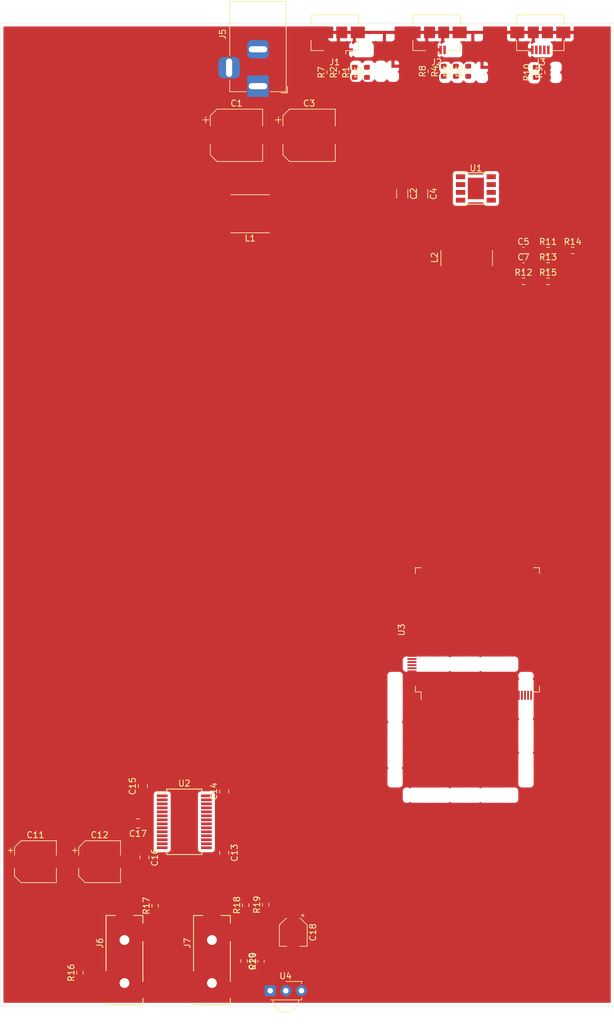
<source format=kicad_pcb>
(kicad_pcb (version 20201002) (generator pcbnew)

  (general
    (thickness 1.6)
  )

  (paper "A4")
  (layers
    (0 "F.Cu" signal)
    (31 "B.Cu" signal)
    (32 "B.Adhes" user "B.Adhesive")
    (33 "F.Adhes" user "F.Adhesive")
    (34 "B.Paste" user)
    (35 "F.Paste" user)
    (36 "B.SilkS" user "B.Silkscreen")
    (37 "F.SilkS" user "F.Silkscreen")
    (38 "B.Mask" user)
    (39 "F.Mask" user)
    (40 "Dwgs.User" user "User.Drawings")
    (41 "Cmts.User" user "User.Comments")
    (42 "Eco1.User" user "User.Eco1")
    (43 "Eco2.User" user "User.Eco2")
    (44 "Edge.Cuts" user)
    (45 "Margin" user)
    (46 "B.CrtYd" user "B.Courtyard")
    (47 "F.CrtYd" user "F.Courtyard")
    (48 "B.Fab" user)
    (49 "F.Fab" user)
  )

  (setup
    (pcbplotparams
      (layerselection 0x00010fc_ffffffff)
      (disableapertmacros false)
      (usegerberextensions false)
      (usegerberattributes true)
      (usegerberadvancedattributes true)
      (creategerberjobfile true)
      (svguseinch false)
      (svgprecision 6)
      (excludeedgelayer true)
      (plotframeref false)
      (viasonmask false)
      (mode 1)
      (useauxorigin false)
      (hpglpennumber 1)
      (hpglpenspeed 20)
      (hpglpendiameter 15.000000)
      (psnegative false)
      (psa4output false)
      (plotreference true)
      (plotvalue true)
      (plotinvisibletext false)
      (sketchpadsonfab false)
      (subtractmaskfromsilk false)
      (outputformat 1)
      (mirror false)
      (drillshape 1)
      (scaleselection 1)
      (outputdirectory "")
    )
  )


  (net 0 "")
  (net 1 "Net-(J1-Pad1)")
  (net 2 "Net-(J1-Pad2)")
  (net 3 "Net-(J1-Pad3)")
  (net 4 "Net-(J1-Pad4)")
  (net 5 "GND")
  (net 6 "Net-(J2-Pad1)")
  (net 7 "Net-(J2-Pad2)")
  (net 8 "Net-(J2-Pad3)")
  (net 9 "Net-(J2-Pad4)")
  (net 10 "Net-(J3-Pad1)")
  (net 11 "Net-(J3-Pad2)")
  (net 12 "Net-(J3-Pad3)")
  (net 13 "Net-(J3-Pad4)")
  (net 14 "/Processor/USB1_DETECT")
  (net 15 "/Processor/USB1_DM")
  (net 16 "/Processor/USB2_DETECT")
  (net 17 "/Processor/USB2_DM")
  (net 18 "/Processor/USB1_DP")
  (net 19 "/Processor/USB2_DP")
  (net 20 "/Bluetooth/USB3_DM")
  (net 21 "/Bluetooth/USB3_DP")
  (net 22 "Net-(U2-Pad26)")
  (net 23 "Net-(U2-Pad25)")
  (net 24 "Net-(U2-Pad24)")
  (net 25 "Net-(U2-Pad23)")
  (net 26 "Net-(U2-Pad22)")
  (net 27 "Net-(U2-Pad21)")
  (net 28 "Net-(U2-Pad20)")
  (net 29 "Net-(U2-Pad19)")
  (net 30 "Net-(U2-Pad13)")
  (net 31 "Net-(U2-Pad12)")
  (net 32 "Net-(U2-Pad7)")
  (net 33 "Net-(U2-Pad6)")
  (net 34 "Net-(U2-Pad5)")
  (net 35 "Net-(U2-Pad4)")
  (net 36 "Net-(U2-Pad3)")
  (net 37 "Net-(U2-Pad2)")
  (net 38 "+3V3")
  (net 39 "Net-(U3-Pad143)")
  (net 40 "Net-(U3-Pad142)")
  (net 41 "Net-(U3-Pad141)")
  (net 42 "/Processor/AMP_I2S_WS")
  (net 43 "Net-(U3-Pad139)")
  (net 44 "Net-(U3-Pad138)")
  (net 45 "/Processor/AMP_I2C_SDA")
  (net 46 "/Processor/AMP_I2C_SCL")
  (net 47 "/Processor/BT_I2S_SDO")
  (net 48 "/Processor/BT_I2S_SDI")
  (net 49 "/Processor/BT_I2S_CK")
  (net 50 "Net-(U3-Pad132)")
  (net 51 "Net-(U3-Pad129)")
  (net 52 "Net-(U3-Pad128)")
  (net 53 "Net-(U3-Pad127)")
  (net 54 "Net-(U3-Pad126)")
  (net 55 "Net-(U3-Pad125)")
  (net 56 "Net-(U3-Pad124)")
  (net 57 "Net-(U3-Pad123)")
  (net 58 "Net-(U3-Pad122)")
  (net 59 "Net-(U3-Pad119)")
  (net 60 "Net-(U3-Pad118)")
  (net 61 "Net-(U3-Pad117)")
  (net 62 "Net-(U3-Pad116)")
  (net 63 "Net-(U3-Pad115)")
  (net 64 "Net-(U3-Pad114)")
  (net 65 "Net-(U3-Pad113)")
  (net 66 "Net-(U3-Pad112)")
  (net 67 "Net-(U3-Pad111)")
  (net 68 "/Processor/BT_I2S_WS")
  (net 69 "Net-(U3-Pad109)")
  (net 70 "Net-(U3-Pad106)")
  (net 71 "Net-(U3-Pad105)")
  (net 72 "Net-(U3-Pad101)")
  (net 73 "Net-(U3-Pad100)")
  (net 74 "Net-(U3-Pad99)")
  (net 75 "Net-(U3-Pad98)")
  (net 76 "/Processor/BT_I2S_MCK")
  (net 77 "/Processor/AMP_I2S_MCK")
  (net 78 "Net-(U3-Pad93)")
  (net 79 "Net-(U3-Pad92)")
  (net 80 "Net-(U3-Pad91)")
  (net 81 "Net-(U3-Pad90)")
  (net 82 "Net-(U3-Pad89)")
  (net 83 "Net-(U3-Pad88)")
  (net 84 "Net-(U3-Pad87)")
  (net 85 "Net-(U3-Pad86)")
  (net 86 "Net-(U3-Pad85)")
  (net 87 "Net-(U3-Pad82)")
  (net 88 "Net-(U3-Pad81)")
  (net 89 "Net-(U3-Pad80)")
  (net 90 "Net-(U3-Pad79)")
  (net 91 "Net-(U3-Pad78)")
  (net 92 "Net-(U3-Pad77)")
  (net 93 "Net-(U3-Pad73)")
  (net 94 "Net-(U3-Pad71)")
  (net 95 "Net-(U3-Pad70)")
  (net 96 "/Processor/AMP_I2S_CK")
  (net 97 "Net-(U3-Pad68)")
  (net 98 "Net-(U3-Pad67)")
  (net 99 "Net-(U3-Pad66)")
  (net 100 "Net-(U3-Pad65)")
  (net 101 "Net-(U3-Pad64)")
  (net 102 "Net-(U3-Pad63)")
  (net 103 "Net-(U3-Pad60)")
  (net 104 "Net-(U3-Pad59)")
  (net 105 "Net-(U3-Pad58)")
  (net 106 "Net-(U3-Pad57)")
  (net 107 "Net-(U3-Pad56)")
  (net 108 "Net-(U3-Pad55)")
  (net 109 "Net-(U3-Pad54)")
  (net 110 "Net-(U3-Pad53)")
  (net 111 "Net-(U3-Pad50)")
  (net 112 "Net-(U3-Pad49)")
  (net 113 "Net-(U3-Pad48)")
  (net 114 "Net-(U3-Pad47)")
  (net 115 "Net-(U3-Pad46)")
  (net 116 "Net-(U3-Pad45)")
  (net 117 "Net-(U3-Pad44)")
  (net 118 "Net-(U3-Pad43)")
  (net 119 "Net-(U3-Pad42)")
  (net 120 "Net-(U3-Pad41)")
  (net 121 "Net-(U3-Pad40)")
  (net 122 "Net-(U3-Pad37)")
  (net 123 "Net-(U3-Pad36)")
  (net 124 "Net-(U3-Pad35)")
  (net 125 "Net-(U3-Pad34)")
  (net 126 "Net-(U3-Pad32)")
  (net 127 "/Processor/AMP_I2S_SDO")
  (net 128 "/Processor/AMP_I2S_SDI")
  (net 129 "Net-(U3-Pad27)")
  (net 130 "Net-(U3-Pad26)")
  (net 131 "Net-(U3-Pad25)")
  (net 132 "Net-(U3-Pad24)")
  (net 133 "Net-(U3-Pad23)")
  (net 134 "Net-(U3-Pad22)")
  (net 135 "Net-(U3-Pad21)")
  (net 136 "Net-(U3-Pad20)")
  (net 137 "Net-(U3-Pad19)")
  (net 138 "Net-(U3-Pad18)")
  (net 139 "Net-(U3-Pad15)")
  (net 140 "Net-(U3-Pad14)")
  (net 141 "Net-(U3-Pad13)")
  (net 142 "Net-(U3-Pad12)")
  (net 143 "/Processor/BT_I2C_SCL")
  (net 144 "/Processor/BT_I2C_SDA")
  (net 145 "Net-(U3-Pad9)")
  (net 146 "Net-(U3-Pad8)")
  (net 147 "Net-(U3-Pad7)")
  (net 148 "Net-(U3-Pad5)")
  (net 149 "Net-(U3-Pad4)")
  (net 150 "Net-(U3-Pad3)")
  (net 151 "Net-(U3-Pad2)")
  (net 152 "Net-(U3-Pad1)")
  (net 153 "Net-(J5-Pad3)")
  (net 154 "Net-(F1-Pad2)")
  (net 155 "Net-(C5-Pad1)")
  (net 156 "Net-(R11-Pad1)")
  (net 157 "Net-(C6-Pad1)")
  (net 158 "Net-(R13-Pad1)")
  (net 159 "Net-(C7-Pad1)")
  (net 160 "Net-(C1-Pad1)")
  (net 161 "Net-(C7-Pad2)")
  (net 162 "Net-(U4-Pad3)")
  (net 163 "Net-(U4-Pad2)")
  (net 164 "Net-(U4-Pad1)")
  (net 165 "Net-(J6-PadRN)")
  (net 166 "Net-(J6-PadTN)")
  (net 167 "Net-(J7-PadRN)")
  (net 168 "Net-(J7-PadR)")
  (net 169 "Net-(J7-PadTN)")
  (net 170 "Net-(C13-Pad1)")
  (net 171 "/Headphone Amplifier/3.3V")
  (net 172 "Net-(C12-Pad2)")
  (net 173 "Net-(C11-Pad2)")
  (net 174 "Net-(C18-Pad2)")
  (net 175 "Net-(C8-Pad1)")
  (net 176 "Net-(C10-Pad1)")
  (net 177 "Net-(R18-Pad2)")
  (net 178 "Net-(R19-Pad2)")
  (net 179 "Net-(C18-Pad1)")
  (net 180 "Net-(C12-Pad1)")
  (net 181 "Net-(C11-Pad1)")
  (net 182 "/Power Supply/19V_ANALOG")

  (module "Resistor_SMD:R_0603_1608Metric" (layer "F.Cu") (tedit 5F68FEEE) (tstamp 00000000-0000-0000-0000-00005fa6e808)
    (at 135.25 32.825 90)
    (descr "Resistor SMD 0603 (1608 Metric), square (rectangular) end terminal, IPC_7351 nominal, (Body size source: IPC-SM-782 page 72, https://www.pcb-3d.com/wordpress/wp-content/uploads/ipc-sm-782a_amendment_1_and_2.pdf), generated with kicad-footprint-generator")
    (tags "resistor")
    (path "/00000000-0000-0000-0000-00005fa5bd7a/00000000-0000-0000-0000-00005fab6c7b")
    (attr smd)
    (fp_text reference "R8" (at 0 -1.43 90) (layer "F.SilkS")
      (effects (font (size 1 1) (thickness 0.15)))
      (tstamp e39881f7-cf88-4d00-bba4-c2ec9a681dd8)
    )
    (fp_text value "22" (at 0 1.43 90) (layer "F.Fab")
      (effects (font (size 1 1) (thickness 0.15)))
      (tstamp 37887c6a-e6aa-4e63-8047-e2d1cd6666f2)
    )
    (fp_text user "${REFERENCE}" (at 0 0 90) (layer "F.Fab")
      (effects (font (size 0.4 0.4) (thickness 0.06)))
      (tstamp 0fdd7f7f-f109-46cb-ac28-add6a966e273)
    )
    (fp_line (start -0.237258 0.5225) (end 0.237258 0.5225) (layer "F.SilkS") (width 0.12) (tstamp eeb5648d-6846-4025-b63d-b1a907a63cd6))
    (fp_line (start -0.237258 -0.5225) (end 0.237258 -0.5225) (layer "F.SilkS") (width 0.12) (tstamp f5ffc147-75f5-4a22-b637-963d7181df7e))
    (fp_line (start -1.48 -0.73) (end 1.48 -0.73) (layer "F.CrtYd") (width 0.05) (tstamp 46cdb895-167f-45f3-a696-d10a069697c2))
    (fp_line (start 1.48 0.73) (end -1.48 0.73) (layer "F.CrtYd") (width 0.05) (tstamp 6459d337-c025-46b4-a4a3-e832da835974))
    (fp_line (start 1.48 -0.73) (end 1.48 0.73) (layer "F.CrtYd") (width 0.05) (tstamp b28533e4-46fd-492b-a0f2-7b40006e9c0e))
    (fp_line (start -1.48 0.73) (end -1.48 -0.73) (layer "F.CrtYd") (width 0.05) (tstamp bf765438-1a51-4bab-9e09-e4872792490d))
    (fp_line (start -0.8 -0.4125) (end 0.8 -0.4125) (layer "F.Fab") (width 0.1) (tstamp 821b2d1f-eb4d-4888-9326-8c6359baf487))
    (fp_line (start -0.8 0.4125) (end -0.8 -0.4125) (layer "F.Fab") (width 0.1) (tstamp 8a12f0b5-328f-45e0-bfcc-f4e077aa0502))
    (fp_line (start 0.8 -0.4125) (end 0.8 0.4125) (layer "F.Fab") (width 0.1) (tstamp f48f7dc6-dd3c-4286-be02-bd4a5f605ffc))
    (fp_line (start 0.8 0.4125) (end -0.8 0.4125) (layer "F.Fab") (width 0.1) (tstamp fb17b412-204f-4cfa-955c-570b1a173067))
    (pad "1" smd roundrect (at -0.825 0 90) (size 0.8 0.95) (layers "F.Cu" "F.Paste" "F.Mask") (roundrect_rratio 0.25)
      (net 19 "/Processor/USB2_DP") (tstamp 39b524f1-b64d-4cfa-9f10-25ad778db5d7))
    (pad "2" smd roundrect (at 0.825 0 90) (size 0.8 0.95) (layers "F.Cu" "F.Paste" "F.Mask") (roundrect_rratio 0.25)
      (net 8 "Net-(J2-Pad3)") (tstamp 5bafea6e-1027-423e-917b-ff9531267409))
    (model "${KISYS3DMOD}/Resistor_SMD.3dshapes/R_0603_1608Metric.wrl"
      (offset (xyz 0 0 0))
      (scale (xyz 1 1 1))
      (rotate (xyz 0 0 0))
    )
  )

  (module "Resistor_SMD:R_0603_1608Metric" (layer "F.Cu") (tedit 5F68FEEE) (tstamp 00000000-0000-0000-0000-00005fa6e838)
    (at 137.25 32.825 90)
    (descr "Resistor SMD 0603 (1608 Metric), square (rectangular) end terminal, IPC_7351 nominal, (Body size source: IPC-SM-782 page 72, https://www.pcb-3d.com/wordpress/wp-content/uploads/ipc-sm-782a_amendment_1_and_2.pdf), generated with kicad-footprint-generator")
    (tags "resistor")
    (path "/00000000-0000-0000-0000-00005fa5bd7a/00000000-0000-0000-0000-00005fab6c81")
    (attr smd)
    (fp_text reference "R4" (at 0 -1.43 90) (layer "F.SilkS")
      (effects (font (size 1 1) (thickness 0.15)))
      (tstamp 139f6b84-d894-4cda-bbff-6c962ebe24fa)
    )
    (fp_text value "22" (at 0 1.43 90) (layer "F.Fab")
      (effects (font (size 1 1) (thickness 0.15)))
      (tstamp 0086f8f0-8fb3-42bf-9b96-be36eeabfa73)
    )
    (fp_text user "${REFERENCE}" (at 0 0 90) (layer "F.Fab")
      (effects (font (size 0.4 0.4) (thickness 0.06)))
      (tstamp 8d948562-de87-4984-aaff-59087e5bf123)
    )
    (fp_line (start -0.237258 0.5225) (end 0.237258 0.5225) (layer "F.SilkS") (width 0.12) (tstamp a6a11af6-4b17-40e6-a289-a41da0c0ade1))
    (fp_line (start -0.237258 -0.5225) (end 0.237258 -0.5225) (layer "F.SilkS") (width 0.12) (tstamp f6f0037e-980c-445d-a90d-c10f34fa7eae))
    (fp_line (start 1.48 -0.73) (end 1.48 0.73) (layer "F.CrtYd") (width 0.05) (tstamp 00c53caa-b363-4e81-9244-edc40f8872c5))
    (fp_line (start -1.48 -0.73) (end 1.48 -0.73) (layer "F.CrtYd") (width 0.05) (tstamp 0562ca18-47ea-482b-af44-de8fd28b8579))
    (fp_line (start -1.48 0.73) (end -1.48 -0.73) (layer "F.CrtYd") (width 0.05) (tstamp 3ef7dafe-7e24-4720-a3ce-4fd423e10395))
    (fp_line (start 1.48 0.73) (end -1.48 0.73) (layer "F.CrtYd") (width 0.05) (tstamp ba7f62c9-0672-4bfb-b52a-0f6521f68c41))
    (fp_line (start -0.8 -0.4125) (end 0.8 -0.4125) (layer "F.Fab") (width 0.1) (tstamp 111496bd-f904-4a40-95bd-4f94c29f77f2))
    (fp_line (start -0.8 0.4125) (end -0.8 -0.4125) (layer "F.Fab") (width 0.1) (tstamp 7c8572f9-695a-443c-af90-fd13030c043e))
    (fp_line (start 0.8 0.4125) (end -0.8 0.4125) (layer "F.Fab") (width 0.1) (tstamp c59a90bb-64a0-4ae6-b7a7-749961b590f9))
    (fp_line (start 0.8 -0.4125) (end 0.8 0.4125) (layer "F.Fab") (width 0.1) (tstamp ce0cf589-5a7b-437c-a82e-8808973e94d4))
    (pad "1" smd roundrect (at -0.825 0 90) (size 0.8 0.95) (layers "F.Cu" "F.Paste" "F.Mask") (roundrect_rratio 0.25)
      (net 17 "/Processor/USB2_DM") (tstamp 8c0c2f22-1797-47d7-bb97-133d698cad03))
    (pad "2" smd roundrect (at 0.825 0 90) (size 0.8 0.95) (layers "F.Cu" "F.Paste" "F.Mask") (roundrect_rratio 0.25)
      (net 7 "Net-(J2-Pad2)") (tstamp 9eac56e9-faec-4b48-9809-35f87a46ce7b))
    (model "${KISYS3DMOD}/Resistor_SMD.3dshapes/R_0603_1608Metric.wrl"
      (offset (xyz 0 0 0))
      (scale (xyz 1 1 1))
      (rotate (xyz 0 0 0))
    )
  )

  (module "Resistor_SMD:R_0603_1608Metric" (layer "F.Cu") (tedit 5F68FEEE) (tstamp 00000000-0000-0000-0000-00005fa6e86b)
    (at 141.25 32.825 90)
    (descr "Resistor SMD 0603 (1608 Metric), square (rectangular) end terminal, IPC_7351 nominal, (Body size source: IPC-SM-782 page 72, https://www.pcb-3d.com/wordpress/wp-content/uploads/ipc-sm-782a_amendment_1_and_2.pdf), generated with kicad-footprint-generator")
    (tags "resistor")
    (path "/00000000-0000-0000-0000-00005fa5bd7a/00000000-0000-0000-0000-00005fab6c68")
    (attr smd)
    (fp_text reference "R6" (at 0 -1.43 90) (layer "F.SilkS")
      (effects (font (size 1 1) (thickness 0.15)))
      (tstamp f6ba6967-93b4-40d7-834d-565bc6730caa)
    )
    (fp_text value "3.3k" (at 0 1.43 90) (layer "F.Fab")
      (effects (font (size 1 1) (thickness 0.15)))
      (tstamp 8d2a7b7b-7c99-47ed-aeee-b7629ff86ea3)
    )
    (fp_text user "${REFERENCE}" (at 0 0 90) (layer "F.Fab")
      (effects (font (size 0.4 0.4) (thickness 0.06)))
      (tstamp 7dad52c5-7292-4eda-bab4-83a3a2b14a8d)
    )
    (fp_line (start -0.237258 -0.5225) (end 0.237258 -0.5225) (layer "F.SilkS") (width 0.12) (tstamp 61cd9aa6-dde3-4f9b-9f49-2106f356e72b))
    (fp_line (start -0.237258 0.5225) (end 0.237258 0.5225) (layer "F.SilkS") (width 0.12) (tstamp 675ab4a3-7120-4775-bd04-27ab749085e3))
    (fp_line (start -1.48 0.73) (end -1.48 -0.73) (layer "F.CrtYd") (width 0.05) (tstamp 60226daf-3408-4748-8e35-8e1b67e0d2b6))
    (fp_line (start -1.48 -0.73) (end 1.48 -0.73) (layer "F.CrtYd") (width 0.05) (tstamp 6d0aabc8-e970-46c1-9a92-73866fe4a640))
    (fp_line (start 1.48 -0.73) (end 1.48 0.73) (layer "F.CrtYd") (width 0.05) (tstamp dc387448-c6bb-4dec-9bb2-00aebc05ae68))
    (fp_line (start 1.48 0.73) (end -1.48 0.73) (layer "F.CrtYd") (width 0.05) (tstamp ff5eed75-b5fb-4095-a89a-f3b54dc37dbf))
    (fp_line (start -0.8 0.4125) (end -0.8 -0.4125) (layer "F.Fab") (width 0.1) (tstamp aa0e4162-cd0f-476e-a73d-44c28ff047b7))
    (fp_line (start 0.8 -0.4125) (end 0.8 0.4125) (layer "F.Fab") (width 0.1) (tstamp e404f583-7b82-45b9-a7e9-27bb6c271b4b))
    (fp_line (start -0.8 -0.4125) (end 0.8 -0.4125) (layer "F.Fab") (width 0.1) (tstamp ef1222e8-e1df-4883-8185-e74d5961e12d))
    (fp_line (start 0.8 0.4125) (end -0.8 0.4125) (layer "F.Fab") (width 0.1) (tstamp efa45cfa-1377-4755-b495-1f484f64db9e))
    (pad "1" smd roundrect (at -0.825 0 90) (size 0.8 0.95) (layers "F.Cu" "F.Paste" "F.Mask") (roundrect_rratio 0.25)
      (net 16 "/Processor/USB2_DETECT") (tstamp 304d514b-c48e-4f71-95d9-da38319065b2))
    (pad "2" smd roundrect (at 0.825 0 90) (size 0.8 0.95) (layers "F.Cu" "F.Paste" "F.Mask") (roundrect_rratio 0.25)
      (net 5 "GND") (tstamp e212cead-d973-42f2-834e-c2fe54dbdf19))
    (model "${KISYS3DMOD}/Resistor_SMD.3dshapes/R_0603_1608Metric.wrl"
      (offset (xyz 0 0 0))
      (scale (xyz 1 1 1))
      (rotate (xyz 0 0 0))
    )
  )

  (module "Resistor_SMD:R_0603_1608Metric" (layer "F.Cu") (tedit 5F68FEEE) (tstamp 00000000-0000-0000-0000-00005fa6e89b)
    (at 122.75 33 90)
    (descr "Resistor SMD 0603 (1608 Metric), square (rectangular) end terminal, IPC_7351 nominal, (Body size source: IPC-SM-782 page 72, https://www.pcb-3d.com/wordpress/wp-content/uploads/ipc-sm-782a_amendment_1_and_2.pdf), generated with kicad-footprint-generator")
    (tags "resistor")
    (path "/00000000-0000-0000-0000-00005fa5bd7a/00000000-0000-0000-0000-00005fa8a848")
    (attr smd)
    (fp_text reference "R1" (at 0 -1.43 90) (layer "F.SilkS")
      (effects (font (size 1 1) (thickness 0.15)))
      (tstamp d7a171eb-c3ad-4ef1-b528-95b0144f4c14)
    )
    (fp_text value "1.8k" (at 0 1.43 90) (layer "F.Fab")
      (effects (font (size 1 1) (thickness 0.15)))
      (tstamp 65bcf35c-439f-4830-8014-a86ba572abe4)
    )
    (fp_text user "${REFERENCE}" (at 0 0 90) (layer "F.Fab")
      (effects (font (size 0.4 0.4) (thickness 0.06)))
      (tstamp 3ec417c0-6324-4173-acc1-20b14ef80ee5)
    )
    (fp_line (start -0.237258 0.5225) (end 0.237258 0.5225) (layer "F.SilkS") (width 0.12) (tstamp 7dab1721-9f25-45bf-813b-a9b75b73212e))
    (fp_line (start -0.237258 -0.5225) (end 0.237258 -0.5225) (layer "F.SilkS") (width 0.12) (tstamp ac9e6e54-7b8c-407a-8155-f2ced766de12))
    (fp_line (start 1.48 -0.73) (end 1.48 0.73) (layer "F.CrtYd") (width 0.05) (tstamp 2e21edc9-f0a3-4033-959a-1715f0fa9393))
    (fp_line (start -1.48 0.73) (end -1.48 -0.73) (layer "F.CrtYd") (width 0.05) (tstamp 4ffa43d0-7254-4d95-9e50-059303721251))
    (fp_line (start 1.48 0.73) (end -1.48 0.73) (layer "F.CrtYd") (width 0.05) (tstamp 6ef75779-4aba-420c-8a22-4e3f1e15ddf1))
    (fp_line (start -1.48 -0.73) (end 1.48 -0.73) (layer "F.CrtYd") (width 0.05) (tstamp fd6cfd4d-1c51-4b20-ad4c-4fe9ee8fe243))
    (fp_line (start -0.8 -0.4125) (end 0.8 -0.4125) (layer "F.Fab") (width 0.1) (tstamp 2df9a07d-1524-420b-8dbd-af073a409eea))
    (fp_line (start 0.8 0.4125) (end -0.8 0.4125) (layer "F.Fab") (width 0.1) (tstamp 2eed133c-e21b-4707-8f27-0891b1fe1679))
    (fp_line (start -0.8 0.4125) (end -0.8 -0.4125) (layer "F.Fab") (width 0.1) (tstamp 77c8a1c7-028c-4a7d-8bdf-35cbc817584a))
    (fp_line (start 0.8 -0.4125) (end 0.8 0.4125) (layer "F.Fab") (width 0.1) (tstamp 8b58d404-d031-499a-9e09-3bd0e645a54d))
    (pad "1" smd roundrect (at -0.825 0 90) (size 0.8 0.95) (layers "F.Cu" "F.Paste" "F.Mask") (roundrect_rratio 0.25)
      (net 14 "/Processor/USB1_DETECT") (tstamp 7b047167-652b-4bd9-9834-66c4bb8ed477))
    (pad "2" smd roundrect (at 0.825 0 90) (size 0.8 0.95) (layers "F.Cu" "F.Paste" "F.Mask") (roundrect_rratio 0.25)
      (net 1 "Net-(J1-Pad1)") (tstamp 762ad237-733a-4542-953f-da5811d00035))
    (model "${KISYS3DMOD}/Resistor_SMD.3dshapes/R_0603_1608Metric.wrl"
      (offset (xyz 0 0 0))
      (scale (xyz 1 1 1))
      (rotate (xyz 0 0 0))
    )
  )

  (module "Connector_USB:USB_Micro-B_Amphenol_10104110_Horizontal" (layer "F.Cu") (tedit 5E5842A1) (tstamp 00000000-0000-0000-0000-00005fa6e8e3)
    (at 136.1 27.8 180)
    (descr "USB Micro-B, horizontal, https://cdn.amphenol-icc.com/media/wysiwyg/files/drawing/10104110.pdf")
    (tags "USB Micro B horizontal")
    (path "/00000000-0000-0000-0000-00005fa5bd7a/00000000-0000-0000-0000-00005fab6c50")
    (attr smd)
    (fp_text reference "J2" (at 0 -3.55) (layer "F.SilkS")
      (effects (font (size 1 1) (thickness 0.15)))
      (tstamp a847dee5-4d59-4516-9eec-c3016e33412c)
    )
    (fp_text value "USB_B_Micro" (at 0 5.35) (layer "F.Fab")
      (effects (font (size 1 1) (thickness 0.15)))
      (tstamp a68a6164-20b7-410d-a0eb-d40d4c7d9456)
    )
    (fp_text user "PCB edge" (at 0 2.75) (layer "Dwgs.User")
      (effects (font (size 0.5 0.5) (thickness 0.08)))
      (tstamp 0c564279-eed7-42a0-90c7-712645deb928)
    )
    (fp_text user "${REFERENCE}" (at 0 -0.2) (layer "F.Fab")
      (effects (font (size 1 1) (thickness 0.15)))
      (tstamp 714aaa7a-2698-4531-8548-8f0c6290e080)
    )
    (fp_line (start -3.86 0.05) (end -3.86 -1.66) (layer "F.SilkS") (width 0.12) (tstamp 648f0ec8-29c4-4a44-9c71-8aa24fe40e65))
    (fp_line (start -3.86 -1.66) (end -1.8 -1.66) (layer "F.SilkS") (width 0.12) (tstamp 75b23551-f3e6-46a5-af0b-f857cca11539))
    (fp_line (start -1.8 -1.66) (end -1.8 -2.25) (layer "F.SilkS") (width 0.12) (tstamp 77b788c7-a520-49f0-84f4-e2b4b310b59d))
    (fp_line (start 3.86 -1.66) (end 1.8 -1.66) (layer "F.SilkS") (width 0.12) (tstamp 8dadf47e-9fd9-4f92-91a5-442063e0d887))
    (fp_line (start -3.86 4.16) (end -3.86 2.55) (layer "F.SilkS") (width 0.12) (tstamp 953db86f-986d-4928-b0ac-4c7c4c49b853))
    (fp_line (start -3.86 4.16) (end 3.86 4.16) (layer "F.SilkS") (width 0.12) (tstamp 9cdef761-6118-42e1-bdc9-f17059363d3c))
    (fp_line (start 3.86 0.05) (end 3.86 -1.66) (layer "F.SilkS") (width 0.12) (tstamp a9d28347-f4f7-4045-b81c-f868956ca142))
    (fp_line (start 3.86 4.16) (end 3.86 2.55) (layer "F.SilkS") (width 0.12) (tstamp d6d3cb69-8c98-4e48-a161-5c51960735d5))
    (fp_line (start -5.4 -2.75) (end -5.4 4.55) (layer "F.CrtYd") (width 0.05) (tstamp 7fbc78b9-160e-42de-9fc4-0b28a4ba124a))
    (fp_line (start 5.4 4.55) (end 5.4 -2.75) (layer "F.CrtYd") (width 0.05) (tstamp 93eb731f-3c8e-4f31-9fee-45b84847537a))
    (fp_line (start -5.4 4.55) (end 5.4 4.55) (layer "F.CrtYd") (width 0.05) (tstamp c747cfb6-a1e7-4f5f-b3c7-d4db8e85f28b))
    (fp_line (start 5.4 -2.75) (end -5.4 -2.75) (layer "F.CrtYd") (width 0.05) (tstamp fa96962c-fd47-4f57-98e6-e8260f000b66))
    (fp_line (start -1.7 -2.25) (end -1.3 -1.85) (layer "F.Fab") (width 0.1) (tstamp 3d29a789-861c-464f-af26-fcf46ce7d87e))
    (fp_line (start -0.9 -2.25) (end -1.7 -2.25) (layer "F.Fab") (width 0.1) (tstamp 487918ee-2a5a-4bed-8599-510fad61e627))
    (fp_line (start 3.75 -1.55) (end 3.75 4.05) (layer "F.Fab") (width 0.1) (tstamp 52ad60af-fa00-4313-a38e-09e8716f145b))
    (fp_line (start -3.75 -1.55) (end 3.75 -1.55) (layer "F.Fab") (width 0.1) (tstamp 6ef582e9-2765-450a-a8ca-1b3875698731))
    (fp_line (start -2.6 2.75) (end 2.6 2.75) (layer "F.Fab") (width 0.1) (tstamp 70e1a24e-9fd2-4117-90b9-14ea94ca94c0))
    (fp_line (start -3.75 4.05) (end -3.75 -1.55) (layer "F.Fab") (width 0.1) (tstamp 782210fc-9bc1-4cfc-b1c6-6db59f2c15fa))
    (fp_line (start -1.3 -1.85) (end -0.9 -2.25) (layer "F.Fab") (width 0.1) (tstamp 947ae50b-b06b-4d1e-91d6-17e460954f9d))
    (fp_line (start 3.75 4.05) (end -3.75 4.05) (layer "F.Fab") (width 0.1) (tstamp ef4910ab-976f-47fe-89ef-784edb792617))
    (pad "1" smd rect (at -1.3 -1.55 180) (size 0.4 1.4) (layers "F.Cu" "F.Paste" "F.Mask")
      (net 6 "Net-(J2-Pad1)") (tstamp 07c141d5-1cc6-4b20-9087-d650ee0a33a9))
    (pad "2" smd rect (at -0.65 -1.55 180) (size 0.4 1.4) (layers "F.Cu" "F.Paste" "F.Mask")
      (net 7 "Net-(J2-Pad2)") (tstamp 7c09651d-6165-4c75-8301-cf60ae9c0595))
    (pad "3" smd rect (at 0 -1.55 180) (size 0.4 1.4) (layers "F.Cu" "F.Paste" "F.Mask")
      (net 8 "Net-(J2-Pad3)") (tstamp 0f34bc95-ff5f-4e5d-a643-650fa79efbe3))
    (pad "4" smd rect (at 0.65 -1.55 180) (size 0.4 1.4) (layers "F.Cu" "F.Paste" "F.Mask")
      (net 9 "Net-(J2-Pad4)") (tstamp b6995ec1-7cc0-4d2b-9eb8-72c1d59707e4))
    (pad "5" smd rect (at 1.3 -1.55 180) (size 0.4 1.4) (layers "F.Cu" "F.Paste" "F.Mask")
      (net 5 "GND") (tstamp e8e89643-7ca0-4a37-bcec-4c8c531a5eac))
    (pad "6" smd rect (at -3.75 1.3 180) (size 2.3 1.9) (layers "F.Cu" "F.Paste" "F.Mask")
      (net 5 "GND") (tstamp 57da86e6-7cb6-4374-beec-7c498984430c))
    (pad "6" smd rect (at 3.75 1.3 180) (size 2.3 1.9) (layers "F.Cu" "F.Paste" "F.Mask")
      (net 5 "GND") (tstamp 723634c8-1282-45aa-baf0-71377070cf17))
    (pad "6" smd rect (at 1.15 1.3 180) (size 1.8 1.9) (layers "F.Cu" "F.Paste" "F.Mask")
      (net 5 "GND") (tstamp d9356fd9-efd8-471e-a648-801fef6666df))
    (pad "6" smd rect (at -1.15 1.3 180) (size 1.8 1.9) (layers "F.Cu" "F.Paste" "F.Mask")
      (net 5 "GND") (tstamp ebd3df47-aec3-4c8d-b207-c14e7cc1f616))
    (model "${KISYS3DMOD}/Connector_USB.3dshapes/USB_Micro-B_Amphenol_10104110_Horizontal.wrl"
      (offset (xyz 0 0 0))
      (scale (xyz 1 1 1))
      (rotate (xyz 0 0 0))
    )
  )

  (module "Package_QFP:LQFP-144_20x20mm_P0.5mm" (layer "F.Cu") (tedit 5D9F72B0) (tstamp 00000000-0000-0000-0000-00005fa6e9e1)
    (at 142.75 123.75 90)
    (descr "LQFP, 144 Pin (http://ww1.microchip.com/downloads/en/PackagingSpec/00000049BQ.pdf#page=425), generated with kicad-footprint-generator ipc_gullwing_generator.py")
    (tags "LQFP QFP")
    (path "/00000000-0000-0000-0000-00005fa5bd7a/00000000-0000-0000-0000-00005fa5e618")
    (attr smd)
    (fp_text reference "U3" (at 0 -12.35 90) (layer "F.SilkS")
      (effects (font (size 1 1) (thickness 0.15)))
      (tstamp 1f97237c-f011-408c-9c0d-416d2eb0d3ae)
    )
    (fp_text value "STM32F429ZITx" (at 0 12.35 90) (layer "F.Fab")
      (effects (font (size 1 1) (thickness 0.15)))
      (tstamp cad8f87c-268d-4a61-83e3-01b57c147d87)
    )
    (fp_text user "${REFERENCE}" (at 0 0 90) (layer "F.Fab")
      (effects (font (size 1 1) (thickness 0.15)))
      (tstamp 13f8baba-a053-4dd5-8c3d-6965af405132)
    )
    (fp_line (start 10.11 10.11) (end 10.11 9.16) (layer "F.SilkS") (width 0.12) (tstamp 030427d9-cd5a-4760-98d9-4c62aeb651e3))
    (fp_line (start 9.16 -10.11) (end 10.11 -10.11) (layer "F.SilkS") (width 0.12) (tstamp 1d76b536-5e69-4d4f-9185-33fafd3a4d9e))
    (fp_line (start -10.11 -10.11) (end -10.11 -9.16) (layer "F.SilkS") (width 0.12) (tstamp 2b00c685-0656-4549-9138-2ed5c90f1555))
    (fp_line (start 10.11 -10.11) (end 10.11 -9.16) (layer "F.SilkS") (width 0.12) (tstamp 31aa1212-30a8-480a-a0e2-a3ae50b30baf))
    (fp_line (start -9.16 -10.11) (end -10.11 -10.11) (layer "F.SilkS") (width 0.12) (tstamp 4ead7eed-079e-4716-9943-11c2f4da5b2d))
    (fp_line (start 9.16 10.11) (end 10.11 10.11) (layer "F.SilkS") (width 0.12) (tstamp 4f7701a7-582b-4ffc-b7ee-0f7b844fa0df))
    (fp_line (start -9.16 10.11) (end -10.11 10.11) (layer "F.SilkS") (width 0.12) (tstamp 5c5c6158-b986-4a7d-b1b2-9b56f432b6d7))
    (fp_line (start -10.11 -9.16) (end -11.4 -9.16) (layer "F.SilkS") (width 0.12) (tstamp 96838ade-6300-46ce-bdf9-3724727ad0fd))
    (fp_line (start -10.11 10.11) (end -10.11 9.16) (layer "F.SilkS") (width 0.12) (tstamp c9431791-7cf7-477e-9e96-d34800b7dcba))
    (fp_line (start 9.15 10.25) (end 10.25 10.25) (layer "F.CrtYd") (width 0.05) (tstamp 00834fc2-84a1-4e67-980b-5dcd98fc0ed8))
    (fp_line (start 9.15 -10.25) (end 10.25 -10.25) (layer "F.CrtYd") (width 0.05) (tstamp 0ca6e9c1-c735-4c4f-ba30-ebc2cba87489))
    (fp_line (start 11.65 9.15) (end 11.65 0) (layer "F.CrtYd") (width 0.05) (tstamp 1ea3b5a2-3ddb-47b5-813c-4f3b06af8067))
    (fp_line (start 9.15 -11.65) (end 9.15 -10.25) (layer "F.CrtYd") (width 0.05) (tstamp 2756e87f-c28c-4448-9486-f614c5a00552))
    (fp_line (start -10.25 -9.15) (end -11.65 -9.15) (layer "F.CrtYd") (width 0.05) (tstamp 55385565-e7c2-480b-a294-8ca3b3cccaed))
    (fp_line (start -10.25 10.25) (end -10.25 9.15) (layer "F.CrtYd") (width 0.05) (tstamp 641e5c61-8f82-4b29-9c28-4e96cb411135))
    (fp_line (start 10.25 10.25) (end 10.25 9.15) (layer "F.CrtYd") (width 0.05) (tstamp 64277ee3-8f74-44f8-b56c-03113000c6e1))
    (fp_line (start 10.25 -9.15) (end 11.65 -9.15) (layer "F.CrtYd") (width 0.05) (tstamp 69f3bc01-5a49-4e05-bd90-aafc69a1498c))
    (fp_line (start 0 11.65) (end 9.15 11.65) (layer "F.CrtYd") (width 0.05) (tstamp 6d0f3ab1-860d-4a99-b5d9-ffe0d0e20a5d))
    (fp_line (start -10.25 9.15) (end -11.65 9.15) (layer "F.CrtYd") (width 0.05) (tstamp 6db63aae-c85c-485f-906a-bd119c91ce2f))
    (fp_line (start 9.15 11.65) (end 9.15 10.25) (layer "F.CrtYd") (width 0.05) (tstamp 756ee9b5-f515-431a-84d9-0c19caf28087))
    (fp_line (start -9.15 -10.25) (end -10.25 -10.25) (layer "F.CrtYd") (width 0.05) (tstamp 7de84704-eb06-4b63-8058-6cb68c62a730))
    (fp_line (start 0 11.65) (end -9.15 11.65) (layer "F.CrtYd") (width 0.05) (tstamp 82eca87b-b428-40ef-b2f5-25b165ff5430))
    (fp_line (start 11.65 -9.15) (end 11.65 0) (layer "F.CrtYd") (width 0.05) (tstamp 84bba09f-9c21-40d2-b9c9-35fdba31a98e))
    (fp_line (start -9.15 11.65) (end -9.15 10.25) (layer "F.CrtYd") (width 0.05) (tstamp 85445234-d629-4f1b-ac4e-48a258932db9))
    (fp_line (start -9.15 10.25) (end -10.25 10.25) (layer "F.CrtYd") (width 0.05) (tstamp 864f7d0e-b8fc-4fb9-9f38-afa326173106))
    (fp_line (start -10.25 -10.25) (end -10.25 -9.15) (layer "F.CrtYd") (width 0.05) (tstamp 92821fa4-d4d1-404c-91a1-395305737e89))
    (fp_line (start -11.65 -9.15) (end -11.65 0) (layer "F.CrtYd") (width 0.05) (tstamp a5786985-3b88-45d9-a436-4d160c737c63))
    (fp_line (start 10.25 9.15) (end 11.65 9.15) (layer "F.CrtYd") (width 0.05) (tstamp a58ac92d-0940-49ba-a496-c8a4708a8356))
    (fp_line (start 0 -11.65) (end -9.15 -11.65) (layer "F.CrtYd") (width 0.05) (tstamp c3d0e3d3-9014-4a12-991d-336d22d6d891))
    (fp_line (start -11.65 9.15) (end -11.65 0) (layer "F.CrtYd") (width 0.05) (tstamp d51b80ca-6d8c-4676-b7a7-70b30a94cf28))
    (fp_line (start 0 -11.65) (end 9.15 -11.65) (layer "F.CrtYd") (width 0.05) (tstamp da4ac7c6-1728-46d1-9b1e-ca72317fcdcc))
    (fp_line (start -9.15 -11.65) (end -9.15 -10.25) (layer "F.CrtYd") (width 0.05) (tstamp eea1e5df-34a9-43be-89c2-39504bdb8b8f))
    (fp_line (start 10.25 -10.25) (end 10.25 -9.15) (layer "F.CrtYd") (width 0.05) (tstamp f99119e6-e34b-4d31-b60b-c87af4d6e3e0))
    (fp_line (start -10 10) (end -10 -9) (layer "F.Fab") (width 0.1) (tstamp 24de4580-dfec-453d-bfd3-dc94814c0e9f))
    (fp_line (start 10 -10) (end 10 10) (layer "F.Fab") (width 0.1) (tstamp 65ca996d-da12-4979-a0e8-fa55873de228))
    (fp_line (start 10 10) (end -10 10) (layer "F.Fab") (width 0.1) (tstamp 98eb6ab3-9316-4033-b12d-5cf60b6dbfbe))
    (fp_line (start -10 -9) (end -9 -10) (layer "F.Fab") (width 0.1) (tstamp 9d09df30-e44f-4f74-b482-f015130517e6))
    (fp_line (start -9 -10) (end 10 -10) (layer "F.Fab") (width 0.1) (tstamp e65cecd5-8800-41c4-be23-76d9d91838b2))
    (pad "1" smd roundrect (at -10.6625 -8.75 90) (size 1.475 0.3) (layers "F.Cu" "F.Paste" "F.Mask") (roundrect_rratio 0.25)
      (net 152 "Net-(U3-Pad1)") (tstamp d9a602d2-2228-43c3-8f9a-c9741481dcdb))
    (pad "2" smd roundrect (at -10.6625 -8.25 90) (size 1.475 0.3) (layers "F.Cu" "F.Paste" "F.Mask") (roundrect_rratio 0.25)
      (net 151 "Net-(U3-Pad2)") (tstamp 5399b02d-091e-46c3-90ed-c92cf1ae74d0))
    (pad "3" smd roundrect (at -10.6625 -7.75 90) (size 1.475 0.3) (layers "F.Cu" "F.Paste" "F.Mask") (roundrect_rratio 0.25)
      (net 150 "Net-(U3-Pad3)") (tstamp 6baa0246-25d8-4fa0-9f87-ec36c296eb09))
    (pad "4" smd roundrect (at -10.6625 -7.25 90) (size 1.475 0.3) (layers "F.Cu" "F.Paste" "F.Mask") (roundrect_rratio 0.25)
      (net 149 "Net-(U3-Pad4)") (tstamp fdcb7f27-8bab-489f-be33-f4b5df97728b))
    (pad "5" smd roundrect (at -10.6625 -6.75 90) (size 1.475 0.3) (layers "F.Cu" "F.Paste" "F.Mask") (roundrect_rratio 0.25)
      (net 148 "Net-(U3-Pad5)") (tstamp 214c6ad4-4e8e-4322-8b64-39e3d06bdfc8))
    (pad "6" smd roundrect (at -10.6625 -6.25 90) (size 1.475 0.3) (layers "F.Cu" "F.Paste" "F.Mask") (roundrect_rratio 0.25)
      (net 38 "+3V3") (tstamp f7f50c17-9e20-4aa8-98f2-3bf20efafa99))
    (pad "7" smd roundrect (at -10.6625 -5.75 90) (size 1.475 0.3) (layers "F.Cu" "F.Paste" "F.Mask") (roundrect_rratio 0.25)
      (net 147 "Net-(U3-Pad7)") (tstamp aa66aebe-db6d-452d-9b08-fa2ba6a7943e))
    (pad "8" smd roundrect (at -10.6625 -5.25 90) (size 1.475 0.3) (layers "F.Cu" "F.Paste" "F.Mask") (roundrect_rratio 0.25)
      (net 146 "Net-(U3-Pad8)") (tstamp 0d1ece07-3ff8-4948-a5c6-d1702620c761))
    (pad "9" smd roundrect (at -10.6625 -4.75 90) (size 1.475 0.3) (layers "F.Cu" "F.Paste" "F.Mask") (roundrect_rratio 0.25)
      (net 145 "Net-(U3-Pad9)") (tstamp 68c0d635-871e-407a-a0ce-871ac604e650))
    (pad "10" smd roundrect (at -10.6625 -4.25 90) (size 1.475 0.3) (layers "F.Cu" "F.Paste" "F.Mask") (roundrect_rratio 0.25)
      (net 144 "/Processor/BT_I2C_SDA") (tstamp 49bd9204-b23e-4503-b1f4-1f6836cd1b49))
    (pad "11" smd roundrect (at -10.6625 -3.75 90) (size 1.475 0.3) (layers "F.Cu" "F.Paste" "F.Mask") (roundrect_rratio 0.25)
      (net 143 "/Processor/BT_I2C_SCL") (tstamp bfab9154-043c-43a3-83f4-4419b318882f))
    (pad "12" smd roundrect (at -10.6625 -3.25 90) (size 1.475 0.3) (layers "F.Cu" "F.Paste" "F.Mask") (roundrect_rratio 0.25)
      (net 142 "Net-(U3-Pad12)") (tstamp 1eefb0eb-a722-4a3d-8e83-cdd0a10280ed))
    (pad "13" smd roundrect (at -10.6625 -2.75 90) (size 1.475 0.3) (layers "F.Cu" "F.Paste" "F.Mask") (roundrect_rratio 0.25)
      (net 141 "Net-(U3-Pad13)") (tstamp fa20dc66-cb1b-43f7-97b8-0d3387fb6523))
    (pad "14" smd roundrect (at -10.6625 -2.25 90) (size 1.475 0.3) (layers "F.Cu" "F.Paste" "F.Mask") (roundrect_rratio 0.25)
      (net 140 "Net-(U3-Pad14)") (tstamp 81f83d9a-ce4e-4af7-83f9-301c175ca526))
    (pad "15" smd roundrect (at -10.6625 -1.75 90) (size 1.475 0.3) (layers "F.Cu" "F.Paste" "F.Mask") (roundrect_rratio 0.25)
      (net 139 "Net-(U3-Pad15)") (tstamp c9680818-b3f1-4b89-9047-ad85afc5e771))
    (pad "16" smd roundrect (at -10.6625 -1.25 90) (size 1.475 0.3) (layers "F.Cu" "F.Paste" "F.Mask") (roundrect_rratio 0.25)
      (net 5 "GND") (tstamp c0230417-0581-454d-b53e-0318927de887))
    (pad "17" smd roundrect (at -10.6625 -0.75 90) (size 1.475 0.3) (layers "F.Cu" "F.Paste" "F.Mask") (roundrect_rratio 0.25)
      (net 38 "+3V3") (tstamp eb78b06e-2029-4264-b9d2-d9a79dc62445))
    (pad "18" smd roundrect (at -10.6625 -0.25 90) (size 1.475 0.3) (layers "F.Cu" "F.Paste" "F.Mask") (roundrect_rratio 0.25)
      (net 138 "Net-(U3-Pad18)") (tstamp e9ccaac2-effe-4f5c-8189-855d995b20d7))
    (pad "19" smd roundrect (at -10.6625 0.25 90) (size 1.475 0.3) (layers "F.Cu" "F.Paste" "F.Mask") (roundrect_rratio 0.25)
      (net 137 "Net-(U3-Pad19)") (tstamp 083b9043-4dec-4c02-af99-e6aff6d9ca70))
    (pad "20" smd roundrect (at -10.6625 0.75 90) (size 1.475 0.3) (layers "F.Cu" "F.Paste" "F.Mask") (roundrect_rratio 0.25)
      (net 136 "Net-(U3-Pad20)") (tstamp a0925e35-a921-49f8-a126-2b63ae2881c1))
    (pad "21" smd roundrect (at -10.6625 1.25 90) (size 1.475 0.3) (layers "F.Cu" "F.Paste" "F.Mask") (roundrect_rratio 0.25)
      (net 135 "Net-(U3-Pad21)") (tstamp e1dfbadc-9d06-4078-a8d8-c1b914a843f8))
    (pad "22" smd roundrect (at -10.6625 1.75 90) (size 1.475 0.3) (layers "F.Cu" "F.Paste" "F.Mask") (roundrect_rratio 0.25)
      (net 134 "Net-(U3-Pad22)") (tstamp c643f269-3d85-4a2b-971b-592c45a9c444))
    (pad "23" smd roundrect (at -10.6625 2.25 90) (size 1.475 0.3) (layers "F.Cu" "F.Paste" "F.Mask") (roundrect_rratio 0.25)
      (net 133 "Net-(U3-Pad23)") (tstamp 52b84783-5e64-45f6-9a53-22451468fc7a))
    (pad "24" smd roundrect (at -10.6625 2.75 90) (size 1.475 0.3) (layers "F.Cu" "F.Paste" "F.Mask") (roundrect_rratio 0.25)
      (net 132 "Net-(U3-Pad24)") (tstamp 55eaaef1-766c-4d55-a045-4a85b8eb46d3))
    (pad "25" smd roundrect (at -10.6625 3.25 90) (size 1.475 0.3) (layers "F.Cu" "F.Paste" "F.Mask") (roundrect_rratio 0.25)
      (net 131 "Net-(U3-Pad25)") (tstamp dbfde470-bc0c-446a-b5d8-9ca618718db2))
    (pad "26" smd roundrect (at -10.6625 3.75 90) (size 1.475 0.3) (layers "F.Cu" "F.Paste" "F.Mask") (roundrect_rratio 0.25)
      (net 130 "Net-(U3-Pad26)") (tstamp 0f7aab30-8f17-4315-bf4e-885b518c9335))
    (pad "27" smd roundrect (at -10.6625 4.25 90) (size 1.475 0.3) (layers "F.Cu" "F.Paste" "F.Mask") (roundrect_rratio 0.25)
      (net 129 "Net-(U3-Pad27)") (tstamp e2e4330d-3a65-47a1-b716-a6d4fdd7fc50))
    (pad "28" smd roundrect (at -10.6625 4.75 90) (size 1.475 0.3) (layers "F.Cu" "F.Paste" "F.Mask") (roundrect_rratio 0.25)
      (net 128 "/Processor/AMP_I2S_SDI") (tstamp 961d9d47-aa0d-40e9-b25d-04dc5f2adc86))
    (pad "29" smd roundrect (at -10.6625 5.25 90) (size 1.475 0.3) (layers "F.Cu" "F.Paste" "F.Mask") (roundrect_rratio 0.25)
      (net 127 "/Processor/AMP_I2S_SDO") (tstamp 805d6341-e1a5-4ca7-beac-fbf16d7ca200))
    (pad "30" smd roundrect (at -10.6625 5.75 90) (size 1.475 0.3) (layers "F.Cu" "F.Paste" "F.Mask") (roundrect_rratio 0.25)
      (net 38 "+3V3") (tstamp 4aded195-ac25-43b9-90d2-bff401eca98c))
    (pad "31" smd roundrect (at -10.6625 6.25 90) (size 1.475 0.3) (layers "F.Cu" "F.Paste" "F.Mask") (roundrect_rratio 0.25)
      (net 5 "GND") (tstamp cc332da0-de22-48df-b360-03378b288013))
    (pad "32" smd roundrect (at -10.6625 6.75 90) (size 1.475 0.3) (layers "F.Cu" "F.Paste" "F.Mask") (roundrect_rratio 0.25)
      (net 126 "Net-(U3-Pad32)") (tstamp f7034ff4-c58f-4af3-9f1e-ff94cfcd7e06))
    (pad "33" smd roundrect (at -10.6625 7.25 90) (size 1.475 0.3) (layers "F.Cu" "F.Paste" "F.Mask") (roundrect_rratio 0.25)
      (net 38 "+3V3") (tstamp 92a8b030-1c5c-4ba5-8485-205800c79f6c))
    (pad "34" smd roundrect (at -10.6625 7.75 90) (size 1.475 0.3) (layers "F.Cu" "F.Paste" "F.Mask") (roundrect_rratio 0.25)
      (net 125 "Net-(U3-Pad34)") (tstamp d6258435-54a4-4d8f-8b10-be2bf3a99444))
    (pad "35" smd roundrect (at -10.6625 8.25 90) (size 1.475 0.3) (layers "F.Cu" "F.Paste" "F.Mask") (roundrect_rratio 0.25)
      (net 124 "Net-(U3-Pad35)") (tstamp f75d2659-f4dc-4ade-8902-5dd0b890ea53))
    (pad "36" smd roundrect (at -10.6625 8.75 90) (size 1.475 0.3) (layers "F.Cu" "F.Paste" "F.Mask") (roundrect_rratio 0.25)
      (net 123 "Net-(U3-Pad36)") (tstamp 6c81b79d-f688-47ed-9437-40fbbddffa4f))
    (pad "37" smd roundrect (at -8.75 10.6625 90) (size 0.3 1.475) (layers "F.Cu" "F.Paste" "F.Mask") (roundrect_rratio 0.25)
      (net 122 "Net-(U3-Pad37)") (tstamp c4e21c2c-7480-4709-a39e-3bacde40874b))
    (pad "38" smd roundrect (at -8.25 10.6625 90) (size 0.3 1.475) (layers "F.Cu" "F.Paste" "F.Mask") (roundrect_rratio 0.25)
      (net 5 "GND") (tstamp 173ae2c7-5682-4348-8503-9aebb84fe9ac))
    (pad "39" smd roundrect (at -7.75 10.6625 90) (size 0.3 1.475) (layers "F.Cu" "F.Paste" "F.Mask") (roundrect_rratio 0.25)
      (net 38 "+3V3") (tstamp 6ef3b08e-6e67-47af-9acc-18d8720ad1d3))
    (pad "40" smd roundrect (at -7.25 10.6625 90) (size 0.3 1.475) (layers "F.Cu" "F.Paste" "F.Mask") (roundrect_rratio 0.25)
      (net 121 "Net-(U3-Pad40)") (tstamp 095c4427-0e2c-427e-8a1d-a2b2b52bfb2c))
    (pad "41" smd roundrect (at -6.75 10.6625 90) (size 0.3 1.475) (layers "F.Cu" "F.Paste" "F.Mask") (roundrect_rratio 0.25)
      (net 120 "Net-(U3-Pad41)") (tstamp 94d48ce9-6570-4f48-8b60-90dce07d965c))
    (pad "42" smd roundrect (at -6.25 10.6625 90) (size 0.3 1.475) (layers "F.Cu" "F.Paste" "F.Mask") (roundrect_rratio 0.25)
      (net 119 "Net-(U3-Pad42)") (tstamp d231e92a-6ecc-48b1-bc4f-3984935efacc))
    (pad "43" smd roundrect (at -5.75 10.6625 90) (size 0.3 1.475) (layers "F.Cu" "F.Paste" "F.Mask") (roundrect_rratio 0.25)
      (net 118 "Net-(U3-Pad43)") (tstamp b6099a6d-2947-44bc-8676-b1440643a75d))
    (pad "44" smd roundrect (at -5.25 10.6625 90) (size 0.3 1.475) (layers "F.Cu" "F.Paste" "F.Mask") (roundrect_rratio 0.25)
      (net 117 "Net-(U3-Pad44)") (tstamp 483201c8-dbfb-4734-80a7-720a004c47d9))
    (pad "45" smd roundrect (at -4.75 10.6625 90) (size 0.3 1.475) (layers "F.Cu" "F.Paste" "F.Mask") (roundrect_rratio 0.25)
      (net 116 "Net-(U3-Pad45)") (tstamp 5829b3fc-4b85-46fa-98a2-4b503a5ec6d0))
    (pad "46" smd roundrect (at -4.25 10.6625 90) (size 0.3 1.475) (layers "F.Cu" "F.Paste" "F.Mask") (roundrect_rratio 0.25)
      (net 115 "Net-(U3-Pad46)") (tstamp 8ac3a236-1705-44e6-af9a-2579beb160d0))
    (pad "47" smd roundrect (at -3.75 10.6625 90) (size 0.3 1.475) (layers "F.Cu" "F.Paste" "F.Mask") (roundrect_rratio 0.25)
      (net 114 "Net-(U3-Pad47)") (tstamp f32a08c6-b291-40d7-a979-ad12cccd5e7b))
    (pad "48" smd roundrect (at -3.25 10.6625 90) (size 0.3 1.475) (layers "F.Cu" "F.Paste" "F.Mask") (roundrect_rratio 0.25)
      (net 113 "Net-(U3-Pad48)") (tstamp 2cfdd56f-c9d0-4374-8f93-93b11b71dd56))
    (pad "49" smd roundrect (at -2.75 10.6625 90) (size 0.3 1.475) (layers "F.Cu" "F.Paste" "F.Mask") (roundrect_rratio 0.25)
      (net 112 "Net-(U3-Pad49)") (tstamp 05a502a0-3390-405c-a5b6-a8bc9bad91f4))
    (pad "50" smd roundrect (at -2.25 10.6625 90) (size 0.3 1.475) (layers "F.Cu" "F.Paste" "F.Mask") (roundrect_rratio 0.25)
      (net 111 "Net-(U3-Pad50)") (tstamp 391c077b-a6bb-45b8-8a3f-60e38ac24402))
    (pad "51" smd roundrect (at -1.75 10.6625 90) (size 0.3 1.475) (layers "F.Cu" "F.Paste" "F.Mask") (roundrect_rratio 0.25)
      (net 5 "GND") (tstamp 0dee03d4-42bd-40df-89ec-733ef22a24ed))
    (pad "52" smd roundrect (at -1.25 10.6625 90) (size 0.3 1.475) (layers "F.Cu" "F.Paste" "F.Mask") (roundrect_rratio 0.25)
      (net 38 "+3V3") (tstamp 97b24363-518c-40bf-81c7-4540528c1198))
    (pad "53" smd roundrect (at -0.75 10.6625 90) (size 0.3 1.475) (layers "F.Cu" "F.Paste" "F.Mask") (roundrect_rratio 0.25)
      (net 110 "Net-(U3-Pad53)") (tstamp 18bb9d73-9544-40d5-8c84-5f85bbcbcb12))
    (pad "54" smd roundrect (at -0.25 10.6625 90) (size 0.3 1.475) (layers "F.Cu" "F.Paste" "F.Mask") (roundrect_rratio 0.25)
      (net 109 "Net-(U3-Pad54)") (tstamp 28b825f9-3bdc-4303-995c-9056e65f7d42))
    (pad "55" smd roundrect (at 0.25 10.6625 90) (size 0.3 1.475) (layers "F.Cu" "F.Paste" "F.Mask") (roundrect_rratio 0.25)
      (net 108 "Net-(U3-Pad55)") (tstamp b6c05208-00e7-43d1-82b9-1eea7562c6e3))
    (pad "56" smd roundrect (at 0.75 10.6625 90) (size 0.3 1.475) (layers "F.Cu" "F.Paste" "F.Mask") (roundrect_rratio 0.25)
      (net 107 "Net-(U3-Pad56)") (tstamp 69921483-4350-4f44-9c1d-2590972cd0ee))
    (pad "57" smd roundrect (at 1.25 10.6625 90) (size 0.3 1.475) (layers "F.Cu" "F.Paste" "F.Mask") (roundrect_rratio 0.25)
      (net 106 "Net-(U3-Pad57)") (tstamp 5e3cb056-09dd-4e95-b0ee-15be8cefd2d6))
    (pad "58" smd roundrect (at 1.75 10.6625 90) (size 0.3 1.475) (layers "F.Cu" "F.Paste" "F.Mask") (roundrect_rratio 0.25)
      (net 105 "Net-(U3-Pad58)") (tstamp e4361639-4b00-44be-91f4-ca45329714ec))
    (pad "59" smd roundrect (at 2.25 10.6625 90) (size 0.3 1.475) (layers "F.Cu" "F.Paste" "F.Mask") (roundrect_rratio 0.25)
      (net 104 "Net-(U3-Pad59)") (tstamp 27ed2fc7-f1ca-484b-b47c-ce67f7961eb3))
    (pad "60" smd roundrect (at 2.75 10.6625 90) (size 0.3 1.475) (layers "F.Cu" "F.Paste" "F.Mask") (roundrect_rratio 0.25)
      (net 103 "Net-(U3-Pad60)") (tstamp e39ae286-67b6-45a6-8f21-574d3db713fa))
    (pad "61" smd roundrect (at 3.25 10.6625 90) (size 0.3 1.475) (layers "F.Cu" "F.Paste" "F.Mask") (roundrect_rratio 0.25)
      (net 5 "GND") (tstamp 9c8e7264-3659-458c-bc30-3eaf6f566262))
    (pad "62" smd roundrect (at 3.75 10.6625 90) (size 0.3 1.475) (layers "F.Cu" "F.Paste" "F.Mask") (roundrect_rratio 0.25)
      (net 38 "+3V3") (tstamp d20729a9-469a-4587-aa2b-48ccda15b6d1))
    (pad "63" smd roundrect (at 4.25 10.6625 90) (size 0.3 1.475) (layers "F.Cu" "F.Paste" "F.Mask") (roundrect_rratio 0.25)
      (net 102 "Net-(U3-Pad63)") (tstamp 11adabb9-f6b3-402c-b79a-bc79e8ea671e))
    (pad "64" smd roundrect (at 4.75 10.6625 90) (size 0.3 1.475) (layers "F.Cu" "F.Paste" "F.Mask") (roundrect_rratio 0.25)
      (net 101 "Net-(U3-Pad64)") (tstamp aca0ebc9-522c-48c6-8a7f-b9b911f06f81))
    (pad "65" smd roundrect (at 5.25 10.6625 90) (size 0.3 1.475) (layers "F.Cu" "F.Paste" "F.Mask") (roundrect_rratio 0.25)
      (net 100 "Net-(U3-Pad65)") (tstamp 016b7838-4184-49a8-9127-1883d13f90de))
    (pad "66" smd roundrect (at 5.75 10.6625 90) (size 0.3 1.475) (layers "F.Cu" "F.Paste" "F.Mask") (roundrect_rratio 0.25)
      (net 99 "Net-(U3-Pad66)") (tstamp 94555e90-71d8-4e30-b00d-cd6f71d7e99e))
    (pad "67" smd roundrect (at 6.25 10.6625 90) (size 0.3 1.475) (layers "F.Cu" "F.Paste" "F.Mask") (roundrect_rratio 0.25)
      (net 98 "Net-(U3-Pad67)") (tstamp 93a6de79-546e-4e89-91ac-a45a44d6c15f))
    (pad "68" smd roundrect (at 6.75 10.6625 90) (size 0.3 1.475) (layers "F.Cu" "F.Paste" "F.Mask") (roundrect_rratio 0.25)
      (net 97 "Net-(U3-Pad68)") (tstamp cff119e2-992e-400a-94bd-70d47ff1221c))
    (pad "69" smd roundrect (at 7.25 10.6625 90) (size 0.3 1.475) (layers "F.Cu" "F.Paste" "F.Mask") (roundrect_rratio 0.25)
      (net 96 "/Processor/AMP_I2S_CK") (tstamp b800980b-fb9e-415d-b998-5124123b969d))
    (pad "70" smd roundrect (at 7.75 10.6625 90) (size 0.3 1.475) (layers "F.Cu" "F.Paste" "F.Mask") (roundrect_rratio 0.25)
      (net 95 "Net-(U3-Pad70)") (tstamp 38d97255-021e-400c-a825-98772bf877e3))
    (pad "71" smd roundrect (at 8.25 10.6625 90) (size 0.3 1.475) (layers "F.Cu" "F.Paste" "F.Mask") (roundrect_rratio 0.25)
      (net 94 "Net-(U3-Pad71)") (tstamp bade4d12-f9e3-419a-82e8-b93a5bb49dc7))
    (pad "72" smd roundrect (at 8.75 10.6625 90) (size 0.3 1.475) (layers "F.Cu" "F.Paste" "F.Mask") (roundrect_rratio 0.25)
      (net 38 "+3V3") (tstamp 3d9f8353-734f-4b10-b23b-34e31b5d7f80))
    (pad "73" smd roundrect (at 10.6625 8.75 90) (size 1.475 0.3) (layers "F.Cu" "F.Paste" "F.Mask") (roundrect_rratio 0.25)
      (net 93 "Net-(U3-Pad73)") (tstamp 3c251326-0c72-4f92-92bc-9d52c6dc14df))
    (pad "74" smd roundrect (at 10.6625 8.25 90) (size 1.475 0.3) (layers "F.Cu" "F.Paste" "F.Mask") (roundrect_rratio 0.25)
      (net 16 "/Processor/USB2_DETECT") (tstamp 7f24f28c-34f6-49d9-8c0f-37e4082c2ea6))
    (pad "75" smd roundrect (at 10.6625 7.75 90) (size 1.475 0.3) (layers "F.Cu" "F.Paste" "F.Mask") (roundrect_rratio 0.25)
      (net 17 "/Processor/USB2_DM") (tstamp 9acccb5b-dd43-4bab-b2dc-e416747b980a))
    (pad "76" smd roundrect (at 10.6625 7.25 90) (size 1.475 0.3) (layers "F.Cu" "F.Paste" "F.Mask") (roundrect_rratio 0.25)
      (net 19 "/Processor/USB2_DP") (tstamp 73a607d9-13d0-41bc-8a3c-f141fd0147f8))
    (pad "77" smd roundrect (at 10.6625 6.75 90) (size 1.475 0.3) (layers "F.Cu" "F.Paste" "F.Mask") (roundrect_rratio 0.25)
      (net 92 "Net-(U3-Pad77)") (tstamp 622a918b-fb86-422f-b465-0cd35b83fcfb))
    (pad "78" smd roundrect (at 10.6625 6.25 90) (size 1.475 0.3) (layers "F.Cu" "F.Paste" "F.Mask") (roundrect_rratio 0.25)
      (net 91 "Net-(U3-Pad78)") (tstamp 547db8e6-2f47-4c25-a60b-d933ade0d6db))
    (pad "79" smd roundrect (at 10.6625 5.75 90) (size 1.475 0.3) (layers "F.Cu" "F.Paste" "F.Mask") (roundrect_rratio 0.25)
      (net 90 "Net-(U3-Pad79)") (tstamp 0808372a-b66c-4cfe-bd7c-e54292fa9b38))
    (pad "80" smd roundrect (at 10.6625 5.25 90) (size 1.475 0.3) (layers "F.Cu" "F.Paste" "F.Mask") (roundrect_rratio 0.25)
      (net 89 "Net-(U3-Pad80)") (tstamp 823bdbcf-30ad-443a-9a9e-4ecb0ce8778c))
    (pad "81" smd roundrect (at 10.6625 4.75 90) (size 1.475 0.3) (layers "F.Cu" "F.Paste" "F.Mask") (roundrect_rratio 0.25)
      (net 88 "Net-(U3-Pad81)") (tstamp 12e9035b-44ae-4365-8260-642d3692da02))
    (pad "82" smd roundrect (at 10.6625 4.25 90) (size 1.475 0.3) (layers "F.Cu" "F.Paste" "F.Mask") (roundrect_rratio 0.25)
      (net 87 "Net-(U3-Pad82)") (tstamp 3bdff4c4-7d80-4742-87dc-884ae6543335))
    (pad "83" smd roundrect (at 10.6625 3.75 90) (size 1.475 0.3) (layers "F.Cu" "F.Paste" "F.Mask") (roundrect_rratio 0.25)
      (net 5 "GND") (tstamp a38fe1d0-7174-429e-9ec0-9b84cf9f7ed5))
    (pad "84" smd roundrect (at 10.6625 3.25 90) (size 1.475 0.3) (layers "F.Cu" "F.Paste" "F.Mask") (roundrect_rratio 0.25)
      (net 38 "+3V3") (tstamp 8ea91299-1794-4653-9ba3-869a30b288b9))
    (pad "85" smd roundrect (at 10.6625 2.75 90) (size 1.475 0.3) (layers "F.Cu" "F.Paste" "F.Mask") (roundrect_rratio 0.25)
      (net 86 "Net-(U3-Pad85)") (tstamp acf06743-c898-4c6e-89ce-32315130f9b8))
    (pad "86" smd roundrect (at 10.6625 2.25 90) (size 1.475 0.3) (layers "F.Cu" "F.Paste" "F.Mask") (roundrect_rratio 0.25)
      (net 85 "Net-(U3-Pad86)") (tstamp 0d6233b2-7f24-4901-9433-dc8cf84a4f0e))
    (pad "87" smd roundrect (at 10.6625 1.75 90) (size 1.475 0.3) (layers "F.Cu" "F.Paste" "F.Mask") (roundrect_rratio 0.25)
      (net 84 "Net-(U3-Pad87)") (tstamp ed468770-c499-4d04-9d39-8beb04470ae5))
    (pad "88" smd roundrect (at 10.6625 1.25 90) (size 1.475 0.3) (layers "F.Cu" "F.Paste" "F.Mask") (roundrect_rratio 0.25)
      (net 83 "Net-(U3-Pad88)") (tstamp c0ae3fc9-8ebe-48f1-8863-7680991add1d))
    (pad "89" smd roundrect (at 10.6625 0.75 90) (size 1.475 0.3) (layers "F.Cu" "F.Paste" "F.Mask") (roundrect_rratio 0.25)
      (net 82 "Net-(U3-Pad89)") (tstamp 57474deb-0cab-4215-87a8-4f0cb447a684))
    (pad "90" smd roundrect (at 10.6625 0.25 90) (size 1.475 0.3) (layers "F.Cu" "F.Paste" "F.Mask") (roundrect_rratio 0.25)
      (net 81 "Net-(U3-Pad90)") (tstamp 883eafa6-4aa0-485c-8969-11e5a75a5ad9))
    (pad "91" smd roundrect (at 10.6625 -0.25 90) (size 1.475 0.3) (layers "F.Cu" "F.Paste" "F.Mask") (roundrect_rratio 0.25)
      (net 80 "Net-(U3-Pad91)") (tstamp f75402dd-49e1-49e5-ac2f-259b2771349c))
    (pad "92" smd roundrect (at 10.6625 -0.75 90) (size 1.475 0.3) (layers "F.Cu" "F.Paste" "F.Mask") (roundrect_rratio 0.25)
      (net 79 "Net-(U3-Pad92)") (tstamp 9d754676-fbfc-4091-b6b2-78f01217464c))
    (pad "93" smd roundrect (at 10.6625 -1.25 90) (size 1.475 0.3) (layers "F.Cu" "F.Paste" "F.Mask") (roundrect_rratio 0.25)
      (net 78 "Net-(U3-Pad93)") (tstamp 7467ec6a-6a1b-4102-9a8c-4bb441c235e6))
    (pad "94" smd roundrect (at 10.6625 -1.75 90) (size 1.475 0.3) (layers "F.Cu" "F.Paste" "F.Mask") (roundrect_rratio 0.25)
      (net 5 "GND") (tstamp 18b67ac0-2876-4ae4-8dfc-91d0163dbf14))
    (pad "95" smd roundrect (at 10.6625 -2.25 90) (size 1.475 0.3) (layers "F.Cu" "F.Paste" "F.Mask") (roundrect_rratio 0.25)
      (net 38 "+3V3") (tstamp 4c025d0b-02a0-490f-8a14-9c17049a3fc2))
    (pad "96" smd roundrect (at 10.6625 -2.75 90) (size 1.475 0.3) (layers "F.Cu" "F.Paste" "F.Mask") (roundrect_rratio 0.25)
      (net 77 "/Processor/AMP_I2S_MCK") (tstamp 7b6fb101-a928-461c-bc1c-e31186ca704a))
    (pad "97" smd roundrect (at 10.6625 -3.25 90) (size 1.475 0.3) (layers "F.Cu" "F.Paste" "F.Mask") (roundrect_rratio 0.25)
      (net 76 "/Processor/BT_I2S_MCK") (tstamp 078db0b6-9390-4abe-b4ed-e3c779de3cc2))
    (pad "98" smd roundrect (at 10.6625 -3.75 90) (size 1.475 0.3) (layers "F.Cu" "F.Paste" "F.Mask") (roundrect_rratio 0.25)
      (net 75 "Net-(U3-Pad98)") (tstamp 9f346351-d67e-40d9-a76b-576c280082ad))
    (pad "99" smd roundrect (at 10.6625 -4.25 90) (size 1.475 0.3) (layers "F.Cu" "F.Paste" "F.Mask") (roundrect_rratio 0.25)
      (net 74 "Net-(U3-Pad99)") (tstamp 4a15af11-7eee-4b36-8516-ea5829fb0ea6))
    (pad "100" smd roundrect (at 10.6625 -4.75 90) (size 1.475 0.3) (layers "F.Cu" "F.Paste" "F.Mask") (roundrect_rratio 0.25)
      (net 73 "Net-(U3-Pad100)") (tstamp 8c75ba1b-db79-4869-a700-0e4406147f8c))
    (pad "101" smd roundrect (at 10.6625 -5.25 90) (size 1.475 0.3) (layers "F.Cu" "F.Paste" "F.Mask") (roundrect_rratio 0.25)
      (net 72 "Net-(U3-Pad101)") (tstamp 7d5f07c7-9ac0-4a70-9071-f651b14209f6))
    (pad "102" smd roundrect (at 10.6625 -5.75 90) (size 1.475 0.3) (layers "F.Cu" "F.Paste" "F.Mask") (roundrect_rratio 0.25)
      (net 14 "/Processor/USB1_DETECT") (tstamp 184cae74-640f-45cf-b316-5216ff74ed05))
    (pad "103" smd roundrect (at 10.6625 -6.25 90) (size 1.475 0.3) (layers "F.Cu" "F.Paste" "F.Mask") (roundrect_rratio 0.25)
      (net 15 "/Processor/USB1_DM") (tstamp d0871f4e-c901-4cb0-aa08-dd37e6a646de))
    (pad "104" smd roundrect (at 10.6625 -6.75 90) (size 1.475 0.3) (layers "F.Cu" "F.Paste" "F.Mask") (roundrect_rratio 0.25)
      (net 18 "/Processor/USB1_DP") (tstamp b8cdee3d-85bc-4fef-8baf-b2dabb6ac782))
    (pad "105" smd roundrect (at 10.6625 -7.25 90) (size 1.475 0.3) (layers "F.Cu" "F.Paste" "F.Mask") (roundrect_rratio 0.25)
      (net 71 "Net-(U3-Pad105)") (tstamp 2e639209-5380-4d41-a485-bd0ed8890c2b))
    (pad "106" smd roundrect (at 10.6625 -7.75 90) (size 1.475 0.3) (layers "F.Cu" "F.Paste" "F.Mask") (roundrect_rratio 0.25)
      (net 70 "Net-(U3-Pad106)") (tstamp 4941f9a4-5ca1-48e9-8e96-1b9d4c050365))
    (pad "107" smd roundrect (at 10.6625 -8.25 90) (size 1.475 0.3) (layers "F.Cu" "F.Paste" "F.Mask") (roundrect_rratio 0.25)
      (net 5 "GND") (tstamp 14a83909-4847-49c3-927c-21674c99fab1))
    (pad "108" smd roundrect (at 10.6625 -8.75 90) (size 1.475 0.3) (layers "F.Cu" "F.Paste" "F.Mask") (roundrect_rratio 0.25)
      (net 38 "+3V3") (tstamp af711ce6-f841-402d-8be3-2d2c213a947e))
    (pad "109" smd roundrect (at 8.75 -10.6625 90) (size 0.3 1.475) (layers "F.Cu" "F.Paste" "F.Mask") (roundrect_rratio 0.25)
      (net 69 "Net-(U3-Pad109)") (tstamp abe4266e-cf47-429b-85f4-ce212047ee3c))
    (pad "110" smd roundrect (at 8.25 -10.6625 90) (size 0.3 1.475) (layers "F.Cu" "F.Paste" "F.Mask") (roundrect_rratio 0.25)
      (net 68 "/Processor/BT_I2S_WS") (tstamp 167be401-a3e3-451f-b2c7-e215fa68329f))
    (pad "111" smd roundrect (at 7.75 -10.6625 90) (size 0.3 1.475) (layers "F.Cu" "F.Paste" "F.Mask") (roundrect_rratio 0.25)
      (net 67 "Net-(U3-Pad111)") (tstamp 95bbbee4-9f4f-43ad-8d72-33b4e3801b3e))
    (pad "112" smd roundrect (at 7.25 -10.6625 90) (size 0.3 1.475) (layers "F.Cu" "F.Paste" "F.Mask") (roundrect_rratio 0.25)
      (net 66 "Net-(U3-Pad112)") (tstamp 6da91461-1641-4a31-a711-69746da90473))
    (pad "113" smd roundrect (at 6.75 -10.6625 90) (size 0.3 1.475) (layers "F.Cu" "F.Paste" "F.Mask") (roundrect_rratio 0.25)
      (net 65 "Net-(U3-Pad113)") (tstamp 14c55d8e-bc40-4e2b-8d95-23a9d42a828c))
    (pad "114" smd roundrect (at 6.25 -10.6625 90) (size 0.3 1.475) (layers "F.Cu" "F.Paste" "F.Mask") (roundrect_rratio 0.25)
      (net 64 "Net-(U3-Pad114)") (tstamp 8967b736-e3ba-4531-a145-50debda1c202))
    (pad "115" smd roundrect (at 5.75 -10.6625 90) (size 0.3 1.475) (layers "F.Cu" "F.Paste" "F.Mask") (roundrect_rratio 0.25)
      (net 63 "Net-(U3-Pad115)") (tstamp c6a8dae3-5f96-4929-8453-2a67071929b0))
    (pad "116" smd roundrect (at 5.25 -10.6625 90) (size 0.3 1.475) (layers "F.Cu" "F.Paste" "F.Mask") (roundrect_rratio 0.25)
      (net 62 "Net-(U3-Pad116)") (tstamp cd270d6c-adfa-4629-a6f1-ca2116d762c6))
    (pad "117" smd roundrect (at 4.75 -10.6625 90) (size 0.3 1.475) (layers "F.Cu" "F.Paste" "F.Mask") (roundrect_rratio 0.25)
      (net 61 "Net-(U3-Pad117)") (tstamp d001e373-c510-4367-ab6d-a82f7a238205))
    (pad "118" smd roundrect (at 4.25 -10.6625 90) (size 0.3 1.475) (layers "F.Cu" "F.Paste" "F.Mask") (roundrect_rratio 0.25)
      (net 60 "Net-(U3-Pad118)") (tstamp 862b3769-a88a-4bc2-be05-5d1d564a7fd5))
    (pad "119" smd roundrect (at 3.75 -10.6625 90) (size 0.3 1.475) (layers "F.Cu" "F.Paste" "F.Mask") (roundrect_rratio 0.25)
      (net 59 "Net-(U3-Pad119)") (tstamp 5a5d2a4b-4921-4698-b92c-3f1cb346be98))
    (pad "120" smd roundrect (at 3.25 -10.6625 90) (size 0.3 1.475) (layers "F.Cu" "F.Paste" "F.Mask") (roundrect_rratio 0.25)
      (net 5 "GND") (tstamp cac38ede-0800-4feb-a2dc-65dc5e29ecac))
    (pad "121" smd roundrect (at 2.75 -10.6625 90) (size 0.3 1.475) (layers "F.Cu" "F.Paste" "F.Mask") (roundrect_rratio 0.25)
      (net 38 "+3V3") (tstamp 0c19de0a-6d63-499f-b70c-038462bfc6c3))
    (pad "122" smd roundrect (at 2.25 -10.6625 90) (size 0.3 1.475) (layers "F.Cu" "F.Paste" "F.Mask") (roundrect_rratio 0.25)
      (net 58 "Net-(U3-Pad122)") (tstamp f85e49bb-6a42-4ff8-8ce8-ece5486f93bb))
    (pad "123" smd roundrect (at 1.75 -10.6625 90) (size 0.3 1.475) (layers "F.Cu" "F.Paste" "F.Mask") (roundrect_rratio 0.25)
      (net 57 "Net-(U3-Pad123)") (tstamp 9c3618f2-26ec-4b49-804f-0b5bec4e16a0))
    (pad "124" smd roundrect (at 1.25 -10.6625 90) (size 0.3 1.475) (layers "F.Cu" "F.Paste" "F.Mask") (roundrect_rratio 0.25)
      (net 56 "Net-(U3-Pad124)") (tstamp fae0508c-5d8a-4423-a662-c9c394a6adb3))
    (pad "125" smd roundrect (at 0.75 -10.6625 90) (size 0.3 1.475) (layers "F.Cu" "F.Paste" "F.Mask") (roundrect_rratio 0.25)
      (net 55 "Net-(U3-Pad125)") (tstamp ce707291-0019-4c8f-928d-7bfaa57cdd22))
    (pad "126" smd roundrect (at 0.25 -10.6625 90) (size 0.3 1.475) (layers "F.Cu" "F.Paste" "F.Mask") (roundrect_rratio 0.25)
      (net 54 "Net-(U3-Pad126)") (tstamp 731264ff-7470-48e3-9668-6e164108a9e3))
    (pad "127" smd roundrect (at -0.25 -10.6625 90) (size 0.3 1.475) (layers "F.Cu" "F.Paste" "F.Mask") (roundrect_rratio 0.25)
      (net 53 "Net-(U3-Pad127)") (tstamp f3cb10a3-137e-4b55-93dc-32b0670d0e13))
    (pad "128" smd roundrect (at -0.75 -10.6625 90) (size 0.3 1.475) (layers "F.Cu" "F.Paste" "F.Mask") (roundrect_rratio 0.25)
      (net 52 "Net-(U3-Pad128)") (tstamp 187a441a-69d3-48c7-87f0-66f29e46d482))
    (pad "129" smd roundrect (at -1.25 -10.6625 90) (size 0.3 1.475) (layers "F.Cu" "F.Paste" "F.Mask") (roundrect_rratio 0.25)
      (net 51 "Net-(U3-Pad129)") (tstamp 501c03ea-b777-4530-b155-a91d6509d672))
    (pad "130" smd roundrect (at -1.75 -10.6625 90) (size 0.3 1.475) (layers "F.Cu" "F.Paste" "F.Mask") (roundrect_rratio 0.25)
      (net 5 "GND") (tstamp 5c49275b-66d6-462a-a8ae-ac55b77c5959))
    (pad "131" smd roundrect (at -2.25 -10.6625 90) (size 0.3 1.475) (layers "F.Cu" "F.Paste" "F.Mask") (roundrect_rratio 0.25)
      (net 38 "+3V3") (tstamp 94491e01-d1ae-45da-aade-b5ad393ce335))
    (pad "132" smd roundrect (at -2.75 -10.6625 90) (size 0.3 1.475) (layers "F.Cu" "F.Paste" "F.Mask") (roundrect_rratio 0.25)
      (net 50 "Net-(U3-Pad132)") (tstamp 96c9bea0-bfa5-4c1f-9819-1121617635a5))
    (pad "133" smd roundrect (at -3.25 -10.6625 90) (size 0.3 1.475) (layers "F.Cu" "F.Paste" "F.Mask") (roundrect_rratio 0.25)
      (net 49 "/Processor/BT_I2S_CK") (tstamp 20d2f7fb-839d-44cf-ba20-201e9beeb9de))
    (pad "134" smd roundrect (at -3.75 -10.6625 90) (size 0.3 1.475) (layers "F.Cu" "F.Paste" "F.Mask") (roundrect_rratio 0.25)
      (net 48 "/Processor/BT_I2S_SDI") (tstamp 3a649787-7b03-400f-8913-3c0d736e7d59))
    (pad "135" smd roundrect (at -4.25 -10.6625 90) (size 0.3 1.475) (layers "F.Cu" "F.Paste" "F.Mask") (roundrect_rratio 0.25)
      (net 47 "/Processor/BT_I2S_SDO") (tstamp a41a99b4-1b90-4184-9f7a-67755ed08038))
    (pad "136" smd roundrect (at -4.75 -10.6625 90) (size 0.3 1.475) (layers "F.Cu" "F.Paste" "F.Mask") (roundrect_rratio 0.25)
      (net 46 "/Processor/AMP_I2C_SCL") (tstamp c40fafee-0bec-402e-944b-a603e9955097))
    (pad "137" smd roundrect (at -5.25 -10.6625 90) (size 0.3 1.475) (layers "F.Cu" "F.Paste" "F.Mask") (roundrect_rratio 0.25)
      (net 45 "/Processor/AMP_I2C_SDA") (tstamp 3f950bd0-1ed5-414d-81f1-d50e170ad641))
    (pad "138" smd roundrect (at -5.75 -10.6625 90) (size 0.3 1.475) (layers "F.Cu" "F.Paste" "F.Mask") (roundrect_rratio 0.25)
      (net 44 "Net-(U3-Pad138)") (tstamp 9ca2d365-42c7-4bbe-992d-8e5f78042551))
    (pad "139" smd roundrect (at -6.25 -10.6625 90) (size 0.3 1.475) (layers "F.Cu" "F.Paste" "F.Mask") (roundrect_rratio 0.25)
      (net 43 "Net-(U3-Pad139)") (tstamp bf92294c-fdf5-4fb5-8e3a-772264a83a68))
    (pad "140" smd roundrect (at -6.75 -10.6625 90) (size 0.3 1.475) (layers "F.Cu" "F.Paste" "F.Mask") (roundrect_rratio 0.25)
      (net 42 "/Processor/AMP_I2S_WS") (tstamp 36c55dd4-d22e-4696-b3fe-a9c77ad3a5bc))
    (pad "141" smd roundrect (at -7.25 -10.6625 90) (size 0.3 1.475) (layers "F.Cu" "F.Paste" "F.Mask") (roundrect_rratio 0.25)
      (net 41 "Net-(U3-Pad141)") (tstamp 2b742934-f2b4-4080-aabd-f2450cfe2c87))
    (pad "142" smd roundrect (at -7.75 -10.6625 90) (size 0.3 1.475) (layers "F.Cu" "F.Paste" "F.Mask") (roundrect_rratio 0.25)
      (net 40 "Net-(U3-Pad142)") (tstamp 78872f0d-57c4-4b56-899f-7b6bcbd9fc18))
    (pad "143" smd roundrect (at -8.25 -10.6625 90) (size 0.3 1.475) (layers "F.Cu" "F.Paste" "F.Mask") (roundrect_rratio 0.25)
      (net 39 "Net-(U3-Pad143)") (tstamp fcd1b6ea-e52f-4adc-837f-26e4a994a8dd))
    (pad "144" smd roundrect (at -8.75 -10.6625 90) (size 0.3 1.475) (layers "F.Cu" "F.Paste" "F.Mask") (roundrect_rratio 0.25)
      (net 38 "+3V3") (tstamp 3d15b7fa-4fc4-44bb-bee3-7b8867ecb08d))
    (model "${KISYS3DMOD}/Package_QFP.3dshapes/LQFP-144_20x20mm_P0.5mm.wrl"
      (offset (xyz 0 0 0))
      (scale (xyz 1 1 1))
      (rotate (xyz 0 0 0))
    )
  )

  (module "Connector_USB:USB_Micro-B_Amphenol_10104110_Horizontal" (layer "F.Cu") (tedit 5E5842A1) (tstamp 00000000-0000-0000-0000-00005fa6eb77)
    (at 153 27.8 180)
    (descr "USB Micro-B, horizontal, https://cdn.amphenol-icc.com/media/wysiwyg/files/drawing/10104110.pdf")
    (tags "USB Micro B horizontal")
    (path "/00000000-0000-0000-0000-00005fa5bdb1/00000000-0000-0000-0000-00005fb85574")
    (attr smd)
    (fp_text reference "J3" (at 0 -3.55) (layer "F.SilkS")
      (effects (font (size 1 1) (thickness 0.15)))
      (tstamp 9b323fad-f7aa-4e04-a3c2-da501a9d481d)
    )
    (fp_text value "USB_B_Micro" (at 0 5.35) (layer "F.Fab")
      (effects (font (size 1 1) (thickness 0.15)))
      (tstamp 2526df2c-d054-42ba-bf8e-0d2f6b52a009)
    )
    (fp_text user "PCB edge" (at 0 2.75) (layer "Dwgs.User")
      (effects (font (size 0.5 0.5) (thickness 0.08)))
      (tstamp df0ad9b2-1b69-48e5-a890-3344afb6e21a)
    )
    (fp_text user "${REFERENCE}" (at 0 -0.2) (layer "F.Fab")
      (effects (font (size 1 1) (thickness 0.15)))
      (tstamp a3e8eed5-c98e-4b3e-89e6-6fa0ba444a14)
    )
    (fp_line (start -3.86 -1.66) (end -1.8 -1.66) (layer "F.SilkS") (width 0.12) (tstamp 070f8b56-8dad-49be-8e9a-6a2410fb8519))
    (fp_line (start -1.8 -1.66) (end -1.8 -2.25) (layer "F.SilkS") (width 0.12) (tstamp 233893dc-7264-41ec-af99-e5e50e775dc5))
    (fp_line (start -3.86 4.16) (end -3.86 2.55) (layer "F.SilkS") (width 0.12) (tstamp 3153aa5d-b242-4244-b9ae-e99a17c8b3e4))
    (fp_line (start -3.86 0.05) (end -3.86 -1.66) (layer "F.SilkS") (width 0.12) (tstamp 5fd926e6-a395-4e67-97aa-df79636cf0bb))
    (fp_line (start 3.86 0.05) (end 3.86 -1.66) (layer "F.SilkS") (width 0.12) (tstamp 678b0bc6-03a8-46f4-bfb6-1bcda4397e80))
    (fp_line (start 3.86 -1.66) (end 1.8 -1.66) (layer "F.SilkS") (width 0.12) (tstamp 98e2d28f-7d6e-44cd-9d35-664173e5e102))
    (fp_line (start 3.86 4.16) (end 3.86 2.55) (layer "F.SilkS") (width 0.12) (tstamp dd9c45ae-67da-4566-9700-3bee07684460))
    (fp_line (start -3.86 4.16) (end 3.86 4.16) (layer "F.SilkS") (width 0.12) (tstamp fc6edcc2-c97d-4412-b9ea-848867b1041f))
    (fp_line (start -5.4 -2.75) (end -5.4 4.55) (layer "F.CrtYd") (width 0.05) (tstamp 46f31125-9a6a-4120-a805-f4700486f493))
    (fp_line (start 5.4 -2.75) (end -5.4 -2.75) (layer "F.CrtYd") (width 0.05) (tstamp 96124e26-311f-492d-ad82-5f29b525e6f5))
    (fp_line (start 5.4 4.55) (end 5.4 -2.75) (layer "F.CrtYd") (width 0.05) (tstamp 9c1f5764-0f0d-4d53-80d1-8f9c59443c18))
    (fp_line (start -5.4 4.55) (end 5.4 4.55) (layer "F.CrtYd") (width 0.05) (tstamp e4cdd21d-8a08-4721-b209-5b0b2482f2ee))
    (fp_line (start -1.3 -1.85) (end -0.9 -2.25) (layer "F.Fab") (width 0.1) (tstamp 10dc6eb6-834c-4ac0-9f14-90636216e617))
    (fp_line (start 3.75 4.05) (end -3.75 4.05) (layer "F.Fab") (width 0.1) (tstamp 29e656c8-619d-4c17-830c-b52b242a01c8))
    (fp_line (start -2.6 2.75) (end 2.6 2.75) (layer "F.Fab") (width 0.1) (tstamp 31ec9312-95c0-4b82-a5ba-d07299c98c78))
    (fp_line (start -0.9 -2.25) (end -1.7 -2.25) (layer "F.Fab") (width 0.1) (tstamp 92a540dc-d6f3-4d42-8db0-74ef848e9335))
    (fp_line (start 3.75 -1.55) (end 3.75 4.05) (layer "F.Fab") (width 0.1) (tstamp ac9499e7-38e1-437a-8afa-b81b83b19ac0))
    (fp_line (start -3.75 -1.55) (end 3.75 -1.55) (layer "F.Fab") (width 0.1) (tstamp b3a1f77c-6838-4301-8e70-71a6b602f187))
    (fp_line (start -3.75 4.05) (end -3.75 -1.55) (layer "F.Fab") (width 0.1) (tstamp d4b44233-3a1b-4af2-9478-46516586329e))
    (fp_line (start -1.7 -2.25) (end -1.3 -1.85) (layer "F.Fab") (width 0.1) (tstamp df307786-878d-438a-b29c-1103d0072124))
    (pad "1" smd rect (at -1.3 -1.55 180) (size 0.4 1.4) (layers "F.Cu" "F.Paste" "F.Mask")
      (net 10 "Net-(J3-Pad1)") (tstamp 0cb70ece-f182-4621-bb20-d638fbd593ca))
    (pad "2" smd rect (at -0.65 -1.55 180) (size 0.4 1.4) (layers "F.Cu" "F.Paste" "F.Mask")
      (net 11 "Net-(J3-Pad2)") (tstamp 81511f78-1593-4fd4-a4af-84d7de27625c))
    (pad "3" smd rect (at 0 -1.55 180) (size 0.4 1.4) (layers "F.Cu" "F.Paste" "F.Mask")
      (net 12 "Net-(J3-Pad3)") (tstamp f4c4da40-5812-45b1-b849-7120fac87f73))
    (pad "4" smd rect (at 0.65 -1.55 180) (size 0.4 1.4) (layers "F.Cu" "F.Paste" "F.Mask")
      (net 13 "Net-(J3-Pad4)") (tstamp 13ad76df-214f-44e4-9af7-2c5af0e1ba03))
    (pad "5" smd rect (at 1.3 -1.55 180) (size 0.4 1.4) (layers "F.Cu" "F.Paste" "F.Mask")
      (net 5 "GND") (tstamp 0791fe49-aa32-4928-a93e-42f9adc013ff))
    (pad "6" smd rect (at -3.75 1.3 180) (size 2.3 1.9) (layers "F.Cu" "F.Paste" "F.Mask")
      (net 5 "GND") (tstamp 2894580b-ca78-4876-ab0c-774ebca5eb70))
    (pad "6" smd rect (at 3.75 1.3 180) (size 2.3 1.9) (layers "F.Cu" "F.Paste" "F.Mask")
      (net 5 "GND") (tstamp 34036ea7-f9d1-4beb-9660-43f4bab4f75b))
    (pad "6" smd rect (at 1.15 1.3 180) (size 1.8 1.9) (layers "F.Cu" "F.Paste" "F.Mask")
      (net 5 "GND") (tstamp 392b3960-459e-45a6-b511-73b1f0a203e2))
    (pad "6" smd rect (at -1.15 1.3 180) (size 1.8 1.9) (layers "F.Cu" "F.Paste" "F.Mask")
      (net 5 "GND") (tstamp ece76dfa-a09c-4a78-829f-85695ac1a0c5))
    (model "${KISYS3DMOD}/Connector_USB.3dshapes/USB_Micro-B_Amphenol_10104110_Horizontal.wrl"
      (offset (xyz 0 0 0))
      (scale (xyz 1 1 1))
      (rotate (xyz 0 0 0))
    )
  )

  (module "Resistor_SMD:R_0603_1608Metric" (layer "F.Cu") (tedit 5F68FEEE) (tstamp 00000000-0000-0000-0000-00005fa6ebfb)
    (at 124.75 33 90)
    (descr "Resistor SMD 0603 (1608 Metric), square (rectangular) end terminal, IPC_7351 nominal, (Body size source: IPC-SM-782 page 72, https://www.pcb-3d.com/wordpress/wp-content/uploads/ipc-sm-782a_amendment_1_and_2.pdf), generated with kicad-footprint-generator")
    (tags "resistor")
    (path "/00000000-0000-0000-0000-00005fa5bd7a/00000000-0000-0000-0000-00005fa8ad14")
    (attr smd)
    (fp_text reference "R5" (at 0 -1.43 90) (layer "F.SilkS")
      (effects (font (size 1 1) (thickness 0.15)))
      (tstamp 7ac924a7-a7f7-45ff-a2e5-3931d8dca454)
    )
    (fp_text value "3.3k" (at 0 1.43 90) (layer "F.Fab")
      (effects (font (size 1 1) (thickness 0.15)))
      (tstamp bc260ba6-9be9-4d07-be77-7b10dcfac5f9)
    )
    (fp_text user "${REFERENCE}" (at 0 0 90) (layer "F.Fab")
      (effects (font (size 0.4 0.4) (thickness 0.06)))
      (tstamp 628928f2-b860-47e5-ad0d-5feb7d4eaa40)
    )
    (fp_line (start -0.237258 -0.5225) (end 0.237258 -0.5225) (layer "F.SilkS") (width 0.12) (tstamp 88011d81-0f59-445f-a2fb-5e6b9f03e59a))
    (fp_line (start -0.237258 0.5225) (end 0.237258 0.5225) (layer "F.SilkS") (width 0.12) (tstamp af9729f8-d164-4a90-b319-284235d7829e))
    (fp_line (start -1.48 -0.73) (end 1.48 -0.73) (layer "F.CrtYd") (width 0.05) (tstamp 44a80ac9-dd53-42f7-b386-8c28154d2aa4))
    (fp_line (start 1.48 -0.73) (end 1.48 0.73) (layer "F.CrtYd") (width 0.05) (tstamp 5e8051db-2185-4f35-bc58-677571f897aa))
    (fp_line (start -1.48 0.73) (end -1.48 -0.73) (layer "F.CrtYd") (width 0.05) (tstamp c2e9789d-bdcf-4ff9-82dc-604b88976fea))
    (fp_line (start 1.48 0.73) (end -1.48 0.73) (layer "F.CrtYd") (width 0.05) (tstamp dec18244-3b74-4061-ae38-03bd2c4f3e79))
    (fp_line (start -0.8 -0.4125) (end 0.8 -0.4125) (layer "F.Fab") (width 0.1) (tstamp 2106c510-8435-4e12-9ef0-a4a436af5feb))
    (fp_line (start -0.8 0.4125) (end -0.8 -0.4125) (layer "F.Fab") (width 0.1) (tstamp 7235cfeb-2aec-4cac-8edb-84b1284d4e78))
    (fp_line (start 0.8 -0.4125) (end 0.8 0.4125) (layer "F.Fab") (width 0.1) (tstamp 734520f6-c0cd-43f3-b719-30a31b387ccd))
    (fp_line (start 0.8 0.4125) (end -0.8 0.4125) (layer "F.Fab") (width 0.1) (tstamp b41713cd-4cd1-441a-8c44-011a63787492))
    (pad "1" smd roundrect (at -0.825 0 90) (size 0.8 0.95) (layers "F.Cu" "F.Paste" "F.Mask") (roundrect_rratio 0.25)
      (net 14 "/Processor/USB1_DETECT") (tstamp f657ee54-8e92-4202-95f3-b63c3b8b65a2))
    (pad "2" smd roundrect (at 0.825 0 90) (size 0.8 0.95) (layers "F.Cu" "F.Paste" "F.Mask") (roundrect_rratio 0.25)
      (net 5 "GND") (tstamp 8d7cc863-44ec-4eda-8efb-cd6b22e6d89b))
    (model "${KISYS3DMOD}/Resistor_SMD.3dshapes/R_0603_1608Metric.wrl"
      (offset (xyz 0 0 0))
      (scale (xyz 1 1 1))
      (rotate (xyz 0 0 0))
    )
  )

  (module "Resistor_SMD:R_0603_1608Metric" (layer "F.Cu") (tedit 5F68FEEE) (tstamp 00000000-0000-0000-0000-00005fa6ec2e)
    (at 118.75 33 90)
    (descr "Resistor SMD 0603 (1608 Metric), square (rectangular) end terminal, IPC_7351 nominal, (Body size source: IPC-SM-782 page 72, https://www.pcb-3d.com/wordpress/wp-content/uploads/ipc-sm-782a_amendment_1_and_2.pdf), generated with kicad-footprint-generator")
    (tags "resistor")
    (path "/00000000-0000-0000-0000-00005fa5bd7a/00000000-0000-0000-0000-00005fa9d9b2")
    (attr smd)
    (fp_text reference "R7" (at 0 -1.43 90) (layer "F.SilkS")
      (effects (font (size 1 1) (thickness 0.15)))
      (tstamp 88e08917-b5ac-4628-93e7-03be6d86bed0)
    )
    (fp_text value "22" (at 0 1.43 90) (layer "F.Fab")
      (effects (font (size 1 1) (thickness 0.15)))
      (tstamp 9aa970de-04fe-43d4-b65a-db0de1d02191)
    )
    (fp_text user "${REFERENCE}" (at 0 0 90) (layer "F.Fab")
      (effects (font (size 0.4 0.4) (thickness 0.06)))
      (tstamp 2c35f90c-8824-46e5-9f21-c9da845daa90)
    )
    (fp_line (start -0.237258 0.5225) (end 0.237258 0.5225) (layer "F.SilkS") (width 0.12) (tstamp 0c05e7b8-eaf3-403a-80f7-421a3316bd65))
    (fp_line (start -0.237258 -0.5225) (end 0.237258 -0.5225) (layer "F.SilkS") (width 0.12) (tstamp 1fdcea69-37fa-4814-81c2-2363d2a7f436))
    (fp_line (start -1.48 -0.73) (end 1.48 -0.73) (layer "F.CrtYd") (width 0.05) (tstamp 1a36e1ca-e67d-4931-8ced-e36c1e08c610))
    (fp_line (start -1.48 0.73) (end -1.48 -0.73) (layer "F.CrtYd") (width 0.05) (tstamp 1ca35c3d-99df-4a2e-92f5-ac4a4cba663c))
    (fp_line (start 1.48 -0.73) (end 1.48 0.73) (layer "F.CrtYd") (width 0.05) (tstamp 1cf4550d-6668-439d-b11f-d570ca1dedc1))
    (fp_line (start 1.48 0.73) (end -1.48 0.73) (layer "F.CrtYd") (width 0.05) (tstamp f185f77d-a75b-4a28-88b2-8fd9240be5c7))
    (fp_line (start -0.8 0.4125) (end -0.8 -0.4125) (layer "F.Fab") (width 0.1) (tstamp 089afca6-4b34-40b0-aa26-72dc44ac9e63))
    (fp_line (start 0.8 -0.4125) (end 0.8 0.4125) (layer "F.Fab") (width 0.1) (tstamp 674c4b3c-5f98-46dd-a5f4-605ea85bf274))
    (fp_line (start 0.8 0.4125) (end -0.8 0.4125) (layer "F.Fab") (width 0.1) (tstamp 69a4828a-89b2-4b1f-8e3e-400f1c474bca))
    (fp_line (start -0.8 -0.4125) (end 0.8 -0.4125) (layer "F.Fab") (width 0.1) (tstamp 91e99a58-6257-4b72-a9f4-322e8ffcacb1))
    (pad "1" smd roundrect (at -0.825 0 90) (size 0.8 0.95) (layers "F.Cu" "F.Paste" "F.Mask") (roundrect_rratio 0.25)
      (net 18 "/Processor/USB1_DP") (tstamp 047358bb-0c76-42ab-9785-e169d43329c4))
    (pad "2" smd roundrect (at 0.825 0 90) (size 0.8 0.95) (layers "F.Cu" "F.Paste" "F.Mask") (roundrect_rratio 0.25)
      (net 3 "Net-(J1-Pad3)") (tstamp f6145c80-cebf-4476-99b2-4de358dfad8b))
    (model "${KISYS3DMOD}/Resistor_SMD.3dshapes/R_0603_1608Metric.wrl"
      (offset (xyz 0 0 0))
      (scale (xyz 1 1 1))
      (rotate (xyz 0 0 0))
    )
  )

  (module "Resistor_SMD:R_0603_1608Metric" (layer "F.Cu") (tedit 5F68FEEE) (tstamp 00000000-0000-0000-0000-00005fa6ec5e)
    (at 154.25 33 90)
    (descr "Resistor SMD 0603 (1608 Metric), square (rectangular) end terminal, IPC_7351 nominal, (Body size source: IPC-SM-782 page 72, https://www.pcb-3d.com/wordpress/wp-content/uploads/ipc-sm-782a_amendment_1_and_2.pdf), generated with kicad-footprint-generator")
    (tags "resistor")
    (path "/00000000-0000-0000-0000-00005fa5bdb1/00000000-0000-0000-0000-00005fb855a5")
    (attr smd)
    (fp_text reference "R9" (at 0 -1.43 90) (layer "F.SilkS")
      (effects (font (size 1 1) (thickness 0.15)))
      (tstamp 7434eae9-a886-4f6c-b97f-e7da7849ca36)
    )
    (fp_text value "22" (at 0 1.43 90) (layer "F.Fab")
      (effects (font (size 1 1) (thickness 0.15)))
      (tstamp 0019ada0-4790-4b8a-a298-4bd8c6e19a74)
    )
    (fp_text user "${REFERENCE}" (at 0 0 90) (layer "F.Fab")
      (effects (font (size 0.4 0.4) (thickness 0.06)))
      (tstamp 98a94f57-b6c4-494c-891c-54feb96186ec)
    )
    (fp_line (start -0.237258 0.5225) (end 0.237258 0.5225) (layer "F.SilkS") (width 0.12) (tstamp 53a80c1e-2c73-4cd7-ab07-d72ac87c1c53))
    (fp_line (start -0.237258 -0.5225) (end 0.237258 -0.5225) (layer "F.SilkS") (width 0.12) (tstamp e240ca98-1453-4658-91c0-bf47838ff7fe))
    (fp_line (start -1.48 -0.73) (end 1.48 -0.73) (layer "F.CrtYd") (width 0.05) (tstamp 22845013-c251-474e-b396-cef50f6fb4e3))
    (fp_line (start -1.48 0.73) (end -1.48 -0.73) (layer "F.CrtYd") (width 0.05) (tstamp 98832fe5-29f9-4b44-b683-0d7a8f52a1b5))
    (fp_line (start 1.48 -0.73) (end 1.48 0.73) (layer "F.CrtYd") (width 0.05) (tstamp ae817aa0-1e08-4a00-affe-cd72beb51029))
    (fp_line (start 1.48 0.73) (end -1.48 0.73) (layer "F.CrtYd") (width 0.05) (tstamp c07ad8cf-6fb8-4ece-95f4-806a8b014fa3))
    (fp_line (start -0.8 -0.4125) (end 0.8 -0.4125) (layer "F.Fab") (width 0.1) (tstamp 0a88414f-2953-45a5-8c36-167bd15e7934))
    (fp_line (start 0.8 0.4125) (end -0.8 0.4125) (layer "F.Fab") (width 0.1) (tstamp 0dc3e864-f030-4e84-b5d3-0506f502acc0))
    (fp_line (start -0.8 0.4125) (end -0.8 -0.4125) (layer "F.Fab") (width 0.1) (tstamp 4a217137-0123-4e75-8470-52d93e1e26a8))
    (fp_line (start 0.8 -0.4125) (end 0.8 0.4125) (layer "F.Fab") (width 0.1) (tstamp 644b3ca8-9ab5-4067-b79e-2209bce313ff))
    (pad "1" smd roundrect (at -0.825 0 90) (size 0.8 0.95) (layers "F.Cu" "F.Paste" "F.Mask") (roundrect_rratio 0.25)
      (net 20 "/Bluetooth/USB3_DM") (tstamp 2b61a0df-f589-4455-9206-7c46016a21b7))
    (pad "2" smd roundrect (at 0.825 0 90) (size 0.8 0.95) (layers "F.Cu" "F.Paste" "F.Mask") (roundrect_rratio 0.25)
      (net 11 "Net-(J3-Pad2)") (tstamp 0250c4a7-eefe-40fd-a659-8eca0b09d098))
    (model "${KISYS3DMOD}/Resistor_SMD.3dshapes/R_0603_1608Metric.wrl"
      (offset (xyz 0 0 0))
      (scale (xyz 1 1 1))
      (rotate (xyz 0 0 0))
    )
  )

  (module "Resistor_SMD:R_0603_1608Metric" (layer "F.Cu") (tedit 5F68FEEE) (tstamp 00000000-0000-0000-0000-00005fa6ec8e)
    (at 120.75 33 90)
    (descr "Resistor SMD 0603 (1608 Metric), square (rectangular) end terminal, IPC_7351 nominal, (Body size source: IPC-SM-782 page 72, https://www.pcb-3d.com/wordpress/wp-content/uploads/ipc-sm-782a_amendment_1_and_2.pdf), generated with kicad-footprint-generator")
    (tags "resistor")
    (path "/00000000-0000-0000-0000-00005fa5bd7a/00000000-0000-0000-0000-00005fa9ddb0")
    (attr smd)
    (fp_text reference "R2" (at 0 -1.43 90) (layer "F.SilkS")
      (effects (font (size 1 1) (thickness 0.15)))
      (tstamp 7cfdd817-e6d8-4c93-9fdb-b0b14e46262f)
    )
    (fp_text value "22" (at 0 1.43 90) (layer "F.Fab")
      (effects (font (size 1 1) (thickness 0.15)))
      (tstamp 0f12d9d2-87c5-4561-b7e6-7c069e168e23)
    )
    (fp_text user "${REFERENCE}" (at 0 0 90) (layer "F.Fab")
      (effects (font (size 0.4 0.4) (thickness 0.06)))
      (tstamp 8126583f-5544-4063-96b3-a5d9b76aa79c)
    )
    (fp_line (start -0.237258 -0.5225) (end 0.237258 -0.5225) (layer "F.SilkS") (width 0.12) (tstamp 2357b8ca-8d98-42a0-8d9c-eb2422b8b6cc))
    (fp_line (start -0.237258 0.5225) (end 0.237258 0.5225) (layer "F.SilkS") (width 0.12) (tstamp 521c6445-38f3-4e6c-b736-0e4f116af5a9))
    (fp_line (start 1.48 0.73) (end -1.48 0.73) (layer "F.CrtYd") (width 0.05) (tstamp 16a2358b-2a59-4960-86d8-ed79b16b947e))
    (fp_line (start -1.48 -0.73) (end 1.48 -0.73) (layer "F.CrtYd") (width 0.05) (tstamp 7b56710b-ea64-4dc1-833a-8b078ffa37ba))
    (fp_line (start -1.48 0.73) (end -1.48 -0.73) (layer "F.CrtYd") (width 0.05) (tstamp a7da811c-4136-4ae1-834c-bcb0264e1f60))
    (fp_line (start 1.48 -0.73) (end 1.48 0.73) (layer "F.CrtYd") (width 0.05) (tstamp dab772cf-59cf-4d48-8f9e-2bf8c2b30f16))
    (fp_line (start -0.8 0.4125) (end -0.8 -0.4125) (layer "F.Fab") (width 0.1) (tstamp 4480f323-c0aa-4f44-9afd-64f594215da7))
    (fp_line (start 0.8 0.4125) (end -0.8 0.4125) (layer "F.Fab") (width 0.1) (tstamp 465dd053-6bda-41d0-a41b-11adc575b252))
    (fp_line (start -0.8 -0.4125) (end 0.8 -0.4125) (layer "F.Fab") (width 0.1) (tstamp 60c79fa2-faab-45e0-adbe-02c7bbfb9cde))
    (fp_line (start 0.8 -0.4125) (end 0.8 0.4125) (layer "F.Fab") (width 0.1) (tstamp 7c83903b-08b6-4b63-b4be-1123ac5c3762))
    (pad "1" smd roundrect (at -0.825 0 90) (size 0.8 0.95) (layers "F.Cu" "F.Paste" "F.Mask") (roundrect_rratio 0.25)
      (net 15 "/Processor/USB1_DM") (tstamp 492b6fec-3475-4a57-ac2b-b42b60120bd4))
    (pad "2" smd roundrect (at 0.825 0 90) (size 0.8 0.95) (layers "F.Cu" "F.Paste" "F.Mask") (roundrect_rratio 0.25)
      (net 2 "Net-(J1-Pad2)") (tstamp 7d10318c-0f61-42be-a506-29f086b5cf6a))
    (model "${KISYS3DMOD}/Resistor_SMD.3dshapes/R_0603_1608Metric.wrl"
      (offset (xyz 0 0 0))
      (scale (xyz 1 1 1))
      (rotate (xyz 0 0 0))
    )
  )

  (module "Resistor_SMD:R_0603_1608Metric" (layer "F.Cu") (tedit 5F68FEEE) (tstamp 00000000-0000-0000-0000-00005fa6ecbe)
    (at 139.25 32.825 90)
    (descr "Resistor SMD 0603 (1608 Metric), square (rectangular) end terminal, IPC_7351 nominal, (Body size source: IPC-SM-782 page 72, https://www.pcb-3d.com/wordpress/wp-content/uploads/ipc-sm-782a_amendment_1_and_2.pdf), generated with kicad-footprint-generator")
    (tags "resistor")
    (path "/00000000-0000-0000-0000-00005fa5bd7a/00000000-0000-0000-0000-00005fab6c62")
    (attr smd)
    (fp_text reference "R3" (at 0 -1.43 90) (layer "F.SilkS")
      (effects (font (size 1 1) (thickness 0.15)))
      (tstamp 7fc23a59-2706-4759-ad63-cfc92a3b95f8)
    )
    (fp_text value "1.8k" (at 0 1.43 90) (layer "F.Fab")
      (effects (font (size 1 1) (thickness 0.15)))
      (tstamp 80ef035e-414a-42ea-8a32-1bd6710d9a2c)
    )
    (fp_text user "${REFERENCE}" (at 0 0 90) (layer "F.Fab")
      (effects (font (size 0.4 0.4) (thickness 0.06)))
      (tstamp 78826f63-dcd2-439c-97a9-e243c5db8548)
    )
    (fp_line (start -0.237258 -0.5225) (end 0.237258 -0.5225) (layer "F.SilkS") (width 0.12) (tstamp b62b1834-2b4c-4222-969d-6e95440f65cf))
    (fp_line (start -0.237258 0.5225) (end 0.237258 0.5225) (layer "F.SilkS") (width 0.12) (tstamp f5bc3724-6f3e-488f-af2f-d521c796c0a4))
    (fp_line (start 1.48 -0.73) (end 1.48 0.73) (layer "F.CrtYd") (width 0.05) (tstamp 04e7508e-cd00-4668-b1eb-a6a90a408f91))
    (fp_line (start -1.48 0.73) (end -1.48 -0.73) (layer "F.CrtYd") (width 0.05) (tstamp 0656f85f-aa48-4d51-91ab-8fd5bdeaaae4))
    (fp_line (start 1.48 0.73) (end -1.48 0.73) (layer "F.CrtYd") (width 0.05) (tstamp 0cbdc63d-3d2f-4ec6-ae60-dda5dfce2458))
    (fp_line (start -1.48 -0.73) (end 1.48 -0.73) (layer "F.CrtYd") (width 0.05) (tstamp 3f84f3cb-677e-49e1-ac02-931042147e82))
    (fp_line (start -0.8 0.4125) (end -0.8 -0.4125) (layer "F.Fab") (width 0.1) (tstamp 0995779e-e117-40b9-8345-91cdd5360a9d))
    (fp_line (start 0.8 -0.4125) (end 0.8 0.4125) (layer "F.Fab") (width 0.1) (tstamp 0db1ec8e-5d0b-478c-9c8d-38a09a30c4ba))
    (fp_line (start 0.8 0.4125) (end -0.8 0.4125) (layer "F.Fab") (width 0.1) (tstamp 4c093327-4f3f-4f13-b124-f6219918ad81))
    (fp_line (start -0.8 -0.4125) (end 0.8 -0.4125) (layer "F.Fab") (width 0.1) (tstamp a8c33309-f014-4f63-8aa6-5a92a3aae99d))
    (pad "1" smd roundrect (at -0.825 0 90) (size 0.8 0.95) (layers "F.Cu" "F.Paste" "F.Mask") (roundrect_rratio 0.25)
      (net 16 "/Processor/USB2_DETECT") (tstamp 1f034797-f408-43bc-92aa-5899564220c5))
    (pad "2" smd roundrect (at 0.825 0 90) (size 0.8 0.95) (layers "F.Cu" "F.Paste" "F.Mask") (roundrect_rratio 0.25)
      (net 6 "Net-(J2-Pad1)") (tstamp 613ed275-b622-4290-9b8b-e82662930df9))
    (model "${KISYS3DMOD}/Resistor_SMD.3dshapes/R_0603_1608Metric.wrl"
      (offset (xyz 0 0 0))
      (scale (xyz 1 1 1))
      (rotate (xyz 0 0 0))
    )
  )

  (module "Package_SO:SSOP-28_5.3x10.2mm_P0.65mm" (layer "F.Cu") (tedit 5A02F25C) (tstamp 00000000-0000-0000-0000-00005fa6ed0e)
    (at 95 155)
    (descr "28-Lead Plastic Shrink Small Outline (SS)-5.30 mm Body [SSOP] (see Microchip Packaging Specification 00000049BS.pdf)")
    (tags "SSOP 0.65")
    (path "/00000000-0000-0000-0000-00005fa5bd36/00000000-0000-0000-0000-00005fb75d7e")
    (attr smd)
    (fp_text reference "U2" (at 0 -6.25) (layer "F.SilkS")
      (effects (font (size 1 1) (thickness 0.15)))
      (tstamp b98eeb0c-c130-48e3-a91d-ad9ecee32376)
    )
    (fp_text value "WM8731SEDS" (at 0 6.25) (layer "F.Fab")
      (effects (font (size 1 1) (thickness 0.15)))
      (tstamp 83ca976f-330a-4d81-8f58-ce51fa2c03cd)
    )
    (fp_text user "${REFERENCE}" (at 0 0) (layer "F.Fab")
      (effects (font (size 0.8 0.8) (thickness 0.15)))
      (tstamp 866e7255-aa45-4bf5-adb8-d63e3d0cd4ca)
    )
    (fp_line (start -2.875 -5.325) (end 2.875 -5.325) (layer "F.SilkS") (width 0.15) (tstamp 2d0616b8-d59a-4309-938a-8db5a250cc61))
    (fp_line (start 2.875 -5.325) (end 2.875 -4.675) (layer "F.SilkS") (width 0.15) (tstamp 3bcd8f3d-286a-4b23-b18d-38d70e7771b9))
    (fp_line (start -2.875 5.325) (end -2.875 4.675) (layer "F.SilkS") (width 0.15) (tstamp 4b8969c0-598c-4db3-82e0-8ebb28da3845))
    (fp_line (start -2.875 -5.325) (end -2.875 -4.75) (layer "F.SilkS") (width 0.15) (tstamp 6a211d9f-5c02-4674-8f06-94e8ac8018e6))
    (fp_line (start -2.875 -4.75) (end -4.475 -4.75) (layer "F.SilkS") (width 0.15) (tstamp b6bbc4a1-e330-4a7e-8750-c21cb7d29943))
    (fp_line (start -2.875 5.325) (end 2.875 5.325) (layer "F.SilkS") (width 0.15) (tstamp bf524c0d-ba1c-4632-99da-a7dfa5ec55a0))
    (fp_line (start 2.875 5.325) (end 2.875 4.675) (layer "F.SilkS") (width 0.15) (tstamp cd2feee7-c40e-40e8-8a4b-6e73f760856b))
    (fp_line (start -4.75 -5.5) (end 4.75 -5.5) (layer "F.CrtYd") (width 0.05) (tstamp 5c155ebb-1cd0-4057-8de8-01032df7afcd))
    (fp_line (start -4.75 -5.5) (end -4.75 5.5) (layer "F.CrtYd") (width 0.05) (tstamp 63af7002-897b-412a-a4f0-f33cd76ebb5c))
    (fp_line (start 4.75 -5.5) (end 4.75 5.5) (layer "F.CrtYd") (width 0.05) (tstamp 90f3ffa9-5bb3-4565-9885-b435e753b2a4))
    (fp_line (start -4.75 5.5) (end 4.75 5.5) (layer "F.CrtYd") (width 0.05) (tstamp a07e3a34-e8b1-41ce-9be2-0d061deb5a48))
    (fp_line (start -1.65 -5.1) (end 2.65 -5.1) (layer "F.Fab") (width 0.15) (tstamp 16fe550a-ef56-431e-98a7-0a3308d3012f))
    (fp_line (start 2.65 -5.1) (end 2.65 5.1) (layer "F.Fab") (width 0.15) (tstamp 43904a4c-011a-4082-984c-4cd37c081953))
    (fp_line (start 2.65 5.1) (end -2.65 5.1) (layer "F.Fab") (width 0.15) (tstamp 64252450-2551-4c62-8a77-1e3bfdd92b96))
    (fp_line (start -2.65 -4.1) (end -1.65 -5.1) (layer "F.Fab") (width 0.15) (tstamp 80aea3a6-65bd-4ebe-85c8-04d1b64bed6c))
    (fp_line (start -2.65 5.1) (end -2.65 -4.1) (layer "F.Fab") (width 0.15) (tstamp e386c40b-35e8-4c52-91fd-f2a0eb51c9b1))
    (pad "1" smd rect (at -3.6 -4.225) (size 1.75 0.45) (layers "F.Cu" "F.Paste" "F.Mask")
      (net 171 "/Headphone Amplifier/3.3V") (tstamp 7f9a927c-0a3f-48fb-9986-10a3d9b34437))
    (pad "2" smd rect (at -3.6 -3.575) (size 1.75 0.45) (layers "F.Cu" "F.Paste" "F.Mask")
      (net 37 "Net-(U2-Pad2)") (tstamp 242452ce-8c83-4433-ba82-772607654da9))
    (pad "3" smd rect (at -3.6 -2.925) (size 1.75 0.45) (layers "F.Cu" "F.Paste" "F.Mask")
      (net 36 "Net-(U2-Pad3)") (tstamp 7651797f-9544-4b60-8691-98cde84ab802))
    (pad "4" smd rect (at -3.6 -2.275) (size 1.75 0.45) (layers "F.Cu" "F.Paste" "F.Mask")
      (net 35 "Net-(U2-Pad4)") (tstamp cab3dc62-015d-4e59-9fe3-a3c7f0e84e8b))
    (pad "5" smd rect (at -3.6 -1.625) (size 1.75 0.45) (layers "F.Cu" "F.Paste" "F.Mask")
      (net 34 "Net-(U2-Pad5)") (tstamp 72b632bb-5cc7-4733-8dd9-2acaf8fb348f))
    (pad "6" smd rect (at -3.6 -0.975) (size 1.75 0.45) (layers "F.Cu" "F.Paste" "F.Mask")
      (net 33 "Net-(U2-Pad6)") (tstamp ee8c0cd0-cee9-40e2-8ace-3f2325e08043))
    (pad "7" smd rect (at -3.6 -0.325) (size 1.75 0.45) (layers "F.Cu" "F.Paste" "F.Mask")
      (net 32 "Net-(U2-Pad7)") (tstamp da7a4379-2fab-4935-bd9a-3e1b17a07185))
    (pad "8" smd rect (at -3.6 0.325) (size 1.75 0.45) (layers "F.Cu" "F.Paste" "F.Mask")
      (net 171 "/Headphone Amplifier/3.3V") (tstamp 77f711b7-d32c-40de-9ab0-29b9e26ba207))
    (pad "9" smd rect (at -3.6 0.975) (size 1.75 0.45) (layers "F.Cu" "F.Paste" "F.Mask")
      (net 181 "Net-(C11-Pad1)") (tstamp 4fc20f46-d8ec-4680-8672-a566fed21e45))
    (pad "10" smd rect (at -3.6 1.625) (size 1.75 0.45) (layers "F.Cu" "F.Paste" "F.Mask")
      (net 180 "Net-(C12-Pad1)") (tstamp 7e07b0e2-9a35-4904-9c52-6fc79d85de57))
    (pad "11" smd rect (at -3.6 2.275) (size 1.75 0.45) (layers "F.Cu" "F.Paste" "F.Mask")
      (net 5 "GND") (tstamp a3184e84-fb3d-406a-a01e-918cb985710b))
    (pad "12" smd rect (at -3.6 2.925) (size 1.75 0.45) (layers "F.Cu" "F.Paste" "F.Mask")
      (net 31 "Net-(U2-Pad12)") (tstamp daf0b205-7c7a-4d40-ab2b-62c4cdda710b))
    (pad "13" smd rect (at -3.6 3.575) (size 1.75 0.45) (layers "F.Cu" "F.Paste" "F.Mask")
      (net 30 "Net-(U2-Pad13)") (tstamp 098601f2-e2cc-448f-b4da-cdbf5e9d476e))
    (pad "14" smd rect (at -3.6 4.225) (size 1.75 0.45) (layers "F.Cu" "F.Paste" "F.Mask")
      (net 171 "/Headphone Amplifier/3.3V") (tstamp 405504c9-a6e1-49b5-ad5e-8351eeed8759))
    (pad "15" smd rect (at 3.6 4.225) (size 1.75 0.45) (layers "F.Cu" "F.Paste" "F.Mask")
      (net 5 "GND") (tstamp 605e1777-1bef-415e-9a97-69508093eb88))
    (pad "16" smd rect (at 3.6 3.575) (size 1.75 0.45) (layers "F.Cu" "F.Paste" "F.Mask")
      (net 170 "Net-(C13-Pad1)") (tstamp 784f41ce-8d7d-4171-9e32-bd347f5e31d0))
    (pad "17" smd rect (at 3.6 2.925) (size 1.75 0.45) (layers "F.Cu" "F.Paste" "F.Mask")
      (net 177 "Net-(R18-Pad2)") (tstamp 4e912d91-e123-411a-87a1-63770a5f77d0))
    (pad "18" smd rect (at 3.6 2.275) (size 1.75 0.45) (layers "F.Cu" "F.Paste" "F.Mask")
      (net 178 "Net-(R19-Pad2)") (tstamp ac93ed0c-bd21-4e3f-825b-d44a383c1121))
    (pad "19" smd rect (at 3.6 1.625) (size 1.75 0.45) (layers "F.Cu" "F.Paste" "F.Mask")
      (net 29 "Net-(U2-Pad19)") (tstamp dcf55973-5492-4f99-a814-8cc4e2be72f4))
    (pad "20" smd rect (at 3.6 0.975) (size 1.75 0.45) (layers "F.Cu" "F.Paste" "F.Mask")
      (net 28 "Net-(U2-Pad20)") (tstamp a2d150da-cff1-4634-a461-0571509e757c))
    (pad "21" smd rect (at 3.6 0.325) (size 1.75 0.45) (layers "F.Cu" "F.Paste" "F.Mask")
      (net 27 "Net-(U2-Pad21)") (tstamp e10f3865-9664-48ed-be7b-4e710fa1bb77))
    (pad "22" smd rect (at 3.6 -0.325) (size 1.75 0.45) (layers "F.Cu" "F.Paste" "F.Mask")
      (net 26 "Net-(U2-Pad22)") (tstamp 3fc5f575-9526-461a-be76-f74f384a860f))
    (pad "23" smd rect (at 3.6 -0.975) (size 1.75 0.45) (layers "F.Cu" "F.Paste" "F.Mask")
      (net 25 "Net-(U2-Pad23)") (tstamp 226a7ae5-9754-4acc-9b28-69d825f52935))
    (pad "24" smd rect (at 3.6 -1.625) (size 1.75 0.45) (layers "F.Cu" "F.Paste" "F.Mask")
      (net 24 "Net-(U2-Pad24)") (tstamp a27f24d3-1927-4045-bc18-481038a95405))
    (pad "25" smd rect (at 3.6 -2.275) (size 1.75 0.45) (layers "F.Cu" "F.Paste" "F.Mask")
      (net 23 "Net-(U2-Pad25)") (tstamp 13e0022d-f561-4544-af16-06dbee687302))
    (pad "26" smd rect (at 3.6 -2.925) (size 1.75 0.45) (layers "F.Cu" "F.Paste" "F.Mask")
      (net 22 "Net-(U2-Pad26)") (tstamp 49af998c-4973-4212-9d40-49582d3e80fc))
    (pad "27" smd rect (at 3.6 -3.575) (size 1.75 0.45) (layers "F.Cu" "F.Paste" "F.Mask")
      (net 171 "/Headphone Amplifier/3.3V") (tstamp 177a94d9-fd1f-4acb-aef4-36942dd7f37a))
    (pad "28" smd rect (at 3.6 -4.225) (size 1.75 0.45) (layers "F.Cu" "F.Paste" "F.Mask")
      (net 5 "GND") (tstamp 59a01a4f-24bd-4ed5-96de-08616da82951))
    (model "${KISYS3DMOD}/Package_SO.3dshapes/SSOP-28_5.3x10.2mm_P0.65mm.wrl"
      (offset (xyz 0 0 0))
      (scale (xyz 1 1 1))
      (rotate (xyz 0 0 0))
    )
  )

  (module "Package_SO:Diodes_SO-8EP" (layer "F.Cu") (tedit 5B8826E6) (tstamp 00000000-0000-0000-0000-00005fa6ed86)
    (at 142.5025 51.905)
    (descr "8-Lead Plastic SO, Exposed Die Pad (see https://www.diodes.com/assets/Package-Files/SO-8EP.pdf)")
    (tags "SO exposed pad")
    (path "/00000000-0000-0000-0000-00005fa5bc7f/00000000-0000-0000-0000-00005fb779be")
    (attr smd)
    (fp_text reference "U1" (at 0 -3.3) (layer "F.SilkS")
      (effects (font (size 1 1) (thickness 0.15)))
      (tstamp 8336b0dd-c929-48bf-9c3b-91145957c6a5)
    )
    (fp_text value "AP6503" (at 0 3.4) (layer "F.Fab")
      (effects (font (size 1 1) (thickness 0.15)))
      (tstamp e0740502-3c54-4c7f-ac08-1ac56b0d13d7)
    )
    (fp_text user "${REFERENCE}" (at 0 0) (layer "F.Fab")
      (effects (font (size 1 1) (thickness 0.15)))
      (tstamp 0003033c-be29-4ae8-961d-f733182b4406)
    )
    (fp_line (start -3.175 -2.575) (end 2.075 -2.575) (layer "F.SilkS") (width 0.15) (tstamp 2149c929-564e-4fe9-8711-9439cf83dd11))
    (fp_line (start -2.075 2.575) (end 2.075 2.575) (layer "F.SilkS") (width 0.15) (tstamp 75a7d9e4-8d88-4369-9cde-b03a388a9589))
    (fp_line (start -3.5 -2.55) (end -3.5 2.55) (layer "F.CrtYd") (width 0.05) (tstamp 0d7e9703-4b58-4ac0-bd96-0a933195b745))
    (fp_line (start 3.5 -2.55) (end 3.5 2.55) (layer "F.CrtYd") (width 0.05) (tstamp 18603325-2289-45e3-882f-478141728e1b))
    (fp_line (start -3.5 -2.55) (end 3.5 -2.55) (layer "F.CrtYd") (width 0.05) (tstamp c68b2fee-6830-4cb6-a871-aa6ebd8a3b22))
    (fp_line (start -3.5 2.55) (end 3.5 2.55) (layer "F.CrtYd") (width 0.05) (tstamp cc2f9082-07c2-412d-bee1-08c433d7b1ce))
    (fp_line (start -1.95 -1.45) (end -0.95 -2.45) (layer "F.Fab") (width 0.15) (tstamp 0c3ef707-876c-4882-b141-de0e58c00afd))
    (fp_line (start 1.95 2.45) (end -1.95 2.45) (layer "F.Fab") (width 0.15) (tstamp 8a6eb22b-0ba6-4c64-b2c7-ce101185c1cc))
    (fp_line (start -1.95 2.45) (end -1.95 -1.45) (layer "F.Fab") (width 0.15) (tstamp 8ab34013-50de-42d1-8fdc-bc30824149f8))
    (fp_line (start -0.95 -2.45) (end 1.95 -2.45) (layer "F.Fab") (width 0.15) (tstamp 8cf31363-9adb-4972-a5eb-b650be4e8027))
    (fp_line (start 1.95 -2.45) (end 1.95 2.45) (layer "F.Fab") (width 0.15) (tstamp 963d4b88-f43b-4b38-9017-1ec7b77d16a7))
    (pad "1" smd rect (at -2.4975 -1.905) (size 1.505 0.802) (layers "F.Cu" "F.Paste" "F.Mask")
      (net 161 "Net-(C7-Pad2)") (tstamp 157f08f6-1b7e-4f71-be9c-e48140b8375d))
    (pad "2" smd rect (at -2.4975 -0.635) (size 1.505 0.802) (layers "F.Cu" "F.Paste" "F.Mask")
      (net 160 "Net-(C1-Pad1)") (tstamp 58dce203-4ca9-43e0-8455-e0e0fd31314b))
    (pad "3" smd rect (at -2.4975 0.635) (size 1.505 0.802) (layers "F.Cu" "F.Paste" "F.Mask")
      (net 159 "Net-(C7-Pad1)") (tstamp d9f08d38-37f8-4301-9e36-7f83208d7bd6))
    (pad "4" smd rect (at -2.4975 1.905) (size 1.505 0.802) (layers "F.Cu" "F.Paste" "F.Mask")
      (net 5 "GND") (tstamp 71d8b2dc-cd2b-4a1c-b28d-6948b9183d12))
    (pad "5" smd rect (at 2.4975 1.905) (size 1.505 0.802) (layers "F.Cu" "F.Paste" "F.Mask")
      (net 158 "Net-(R13-Pad1)") (tstamp b2a47054-c27d-4d10-beb6-c74e704b0284))
    (pad "6" smd rect (at 2.4975 0.635) (size 1.505 0.802) (layers "F.Cu" "F.Paste" "F.Mask")
      (net 157 "Net-(C6-Pad1)") (tstamp d9f70b9d-fede-4516-a4fe-5e5de920e190))
    (pad "7" smd rect (at 2.4975 -0.635) (size 1.505 0.802) (layers "F.Cu" "F.Paste" "F.Mask")
      (net 156 "Net-(R11-Pad1)") (tstamp 34f42531-899f-4485-9f13-aebc6b48dc99))
    (pad "8" smd rect (at 2.4975 -1.905) (size 1.505 0.802) (layers "F.Cu" "F.Paste" "F.Mask")
      (net 155 "Net-(C5-Pad1)") (tstamp 91933453-a129-4483-bf82-d839eea81090))
    (pad "9" smd rect (at 0 0) (size 2.613 3.502) (layers "F.Cu" "F.Paste" "F.Mask")
      (net 5 "GND") (solder_paste_margin_ratio -0.2) (tstamp 12941420-9dea-495b-8f2a-912310b60d4d))
    (model "${KISYS3DMOD}/Package_SO.3dshapes/Diodes_SO-8EP.wrl"
      (offset (xyz 0 0 0))
      (scale (xyz 1 1 1))
      (rotate (xyz 0 0 0))
    )
  )

  (module "Connector_USB:USB_Micro-B_Amphenol_10104110_Horizontal" (layer "F.Cu") (tedit 5E5842A1) (tstamp 00000000-0000-0000-0000-00005fa6edd8)
    (at 119.5 27.8 180)
    (descr "USB Micro-B, horizontal, https://cdn.amphenol-icc.com/media/wysiwyg/files/drawing/10104110.pdf")
    (tags "USB Micro B horizontal")
    (path "/00000000-0000-0000-0000-00005fa5bd7a/00000000-0000-0000-0000-00005fa7af87")
    (attr smd)
    (fp_text reference "J1" (at 0 -3.55) (layer "F.SilkS")
      (effects (font (size 1 1) (thickness 0.15)))
      (tstamp 45ff26fe-643a-41bf-b216-d86ebe8679f6)
    )
    (fp_text value "USB_B_Micro" (at 0 5.35) (layer "F.Fab")
      (effects (font (size 1 1) (thickness 0.15)))
      (tstamp 7fc28514-83dc-4a2c-bbdb-b8daea7d7813)
    )
    (fp_text user "PCB edge" (at 0 2.75) (layer "Dwgs.User")
      (effects (font (size 0.5 0.5) (thickness 0.08)))
      (tstamp 2c09da06-3d1f-439b-959d-865e1b65b5b3)
    )
    (fp_text user "${REFERENCE}" (at 0 -0.2) (layer "F.Fab")
      (effects (font (size 1 1) (thickness 0.15)))
      (tstamp c656a3c7-243e-4521-bead-f0c32f4b583a)
    )
    (fp_line (start -3.86 -1.66) (end -1.8 -1.66) (layer "F.SilkS") (width 0.12) (tstamp 1eab5a9a-8a7a-4bf8-a2e5-d4297b578c88))
    (fp_line (start -1.8 -1.66) (end -1.8 -2.25) (layer "F.SilkS") (width 0.12) (tstamp 31620238-c02b-4e2e-9070-62d6ea4afb95))
    (fp_line (start -3.86 4.16) (end -3.86 2.55) (layer "F.SilkS") (width 0.12) (tstamp 4bf54980-4dd1-48c3-8e76-b6f328913b9b))
    (fp_line (start 3.86 0.05) (end 3.86 -1.66) (layer "F.SilkS") (width 0.12) (tstamp 813ee816-53f5-4600-ac51-a7d61f65ed51))
    (fp_line (start 3.86 -1.66) (end 1.8 -1.66) (layer "F.SilkS") (width 0.12) (tstamp 99e1bc81-c94d-4ea5-9df2-b1ba7a9fdaae))
    (fp_line (start 3.86 4.16) (end 3.86 2.55) (layer "F.SilkS") (width 0.12) (tstamp 99efca22-ca66-459a-b40a-431a13aff1ae))
    (fp_line (start -3.86 4.16) (end 3.86 4.16) (layer "F.SilkS") (width 0.12) (tstamp bb8da9cf-41ff-46d7-a62c-73d463cf8b74))
    (fp_line (start -3.86 0.05) (end -3.86 -1.66) (layer "F.SilkS") (width 0.12) (tstamp dac7d04d-1273-4452-8d2d-67255b316ece))
    (fp_line (start 5.4 -2.75) (end -5.4 -2.75) (layer "F.CrtYd") (width 0.05) (tstamp 0477e4be-cf7e-47c5-96ee-3ef55105a197))
    (fp_line (start -5.4 4.55) (end 5.4 4.55) (layer "F.CrtYd") (width 0.05) (tstamp 1eb92aa4-2603-4dbf-bb91-7f58455b4e39))
    (fp_line (start -5.4 -2.75) (end -5.4 4.55) (layer "F.CrtYd") (width 0.05) (tstamp 75722fd7-9bc8-402e-890d-85e311d7a566))
    (fp_line (start 5.4 4.55) (end 5.4 -2.75) (layer "F.CrtYd") (width 0.05) (tstamp de0c3511-fff1-4ced-8ff9-da3e9afd9e58))
    (fp_line (start -2.6 2.75) (end 2.6 2.75) (layer "F.Fab") (width 0.1) (tstamp 001dd151-f9c1-4491-a699-5e224e8e198e))
    (fp_line (start 3.75 4.05) (end -3.75 4.05) (layer "F.Fab") (width 0.1) (tstamp 43d7eb44-c1ae-441a-9a33-efe3ce8d3c03))
    (fp_line (start -3.75 4.05) (end -3.75 -1.55) (layer "F.Fab") (width 0.1) (tstamp 474dcfff-d70b-491b-81c7-b5a816097822))
    (fp_line (start -1.3 -1.85) (end -0.9 -2.25) (layer "F.Fab") (width 0.1) (tstamp 5dfa483c-507e-46d3-b0d9-b63f6f053d3f))
    (fp_line (start -0.9 -2.25) (end -1.7 -2.25) (layer "F.Fab") (width 0.1) (tstamp 67ee07dc-f66e-4011-9aa9-e2908a03d74b))
    (fp_line (start 3.75 -1.55) (end 3.75 4.05) (layer "F.Fab") (width 0.1) (tstamp abbc7c0e-654f-460f-8295-da0457c7bda7))
    (fp_line (start -3.75 -1.55) (end 3.75 -1.55) (layer "F.Fab") (width 0.1) (tstamp c2149076-2593-4f1f-9ceb-7e677625ff8f))
    (fp_line (start -1.7 -2.25) (end -1.3 -1.85) (layer "F.Fab") (width 0.1) (tstamp c77dff39-e119-400a-b5d8-987133c49388))
    (pad "1" smd rect (at -1.3 -1.55 180) (size 0.4 1.4) (layers "F.Cu" "F.Paste" "F.Mask")
      (net 1 "Net-(J1-Pad1)") (tstamp 4bd6991a-a170-43b4-91cd-7f83091061c2))
    (pad "2" smd rect (at -0.65 -1.55 180) (size 0.4 1.4) (layers "F.Cu" "F.Paste" "F.Mask")
      (net 2 "Net-(J1-Pad2)") (tstamp 5efc54cd-dfb8-4e03-aee4-e21684f720b3))
    (pad "3" smd rect (at 0 -1.55 180) (size 0.4 1.4) (layers "F.Cu" "F.Paste" "F.Mask")
      (net 3 "Net-(J1-Pad3)") (tstamp e60195f7-adf1-4788-a159-4d70a6abb5aa))
    (pad "4" smd rect (at 0.65 -1.55 180) (size 0.4 1.4) (layers "F.Cu" "F.Paste" "F.Mask")
      (net 4 "Net-(J1-Pad4)") (tstamp a4a21e75-d70b-4f00-bd63-3af5542485c5))
    (pad "5" smd rect (at 1.3 -1.55 180) (size 0.4 1.4) (layers "F.Cu" "F.Paste" "F.Mask")
      (net 5 "GND") (tstamp 1992c504-ceb6-4b4c-97fe-492543a2a260))
    (pad "6" smd rect (at -1.15 1.3 180) (size 1.8 1.9) (layers "F.Cu" "F.Paste" "F.Mask")
      (net 5 "GND") (tstamp 05e9eb81-8ca9-485a-8ba8-7bb61c1af88d))
    (pad "6" smd rect (at -3.75 1.3 180) (size 2.3 1.9) (layers "F.Cu" "F.Paste" "F.Mask")
      (net 5 "GND") (tstamp 05eb09c8-9398-42cf-b850-4551fae32a35))
    (pad "6" smd rect (at 3.75 1.3 180) (size 2.3 1.9) (layers "F.Cu" "F.Paste" "F.Mask")
      (net 5 "GND") (tstamp dad90919-a051-46ec-a8ad-af155ec6dbeb))
    (pad "6" smd rect (at 1.15 1.3 180) (size 1.8 1.9) (layers "F.Cu" "F.Paste" "F.Mask")
      (net 5 "GND") (tstamp e74ad8aa-ce35-4615-bea7-9cafa77dde81))
    (model "${KISYS3DMOD}/Connector_USB.3dshapes/USB_Micro-B_Amphenol_10104110_Horizontal.wrl"
      (offset (xyz 0 0 0))
      (scale (xyz 1 1 1))
      (rotate (xyz 0 0 0))
    )
  )

  (module "Resistor_SMD:R_0603_1608Metric" (layer "F.Cu") (tedit 5F68FEEE) (tstamp 00000000-0000-0000-0000-00005fa6ee7e)
    (at 152.25 33 90)
    (descr "Resistor SMD 0603 (1608 Metric), square (rectangular) end terminal, IPC_7351 nominal, (Body size source: IPC-SM-782 page 72, https://www.pcb-3d.com/wordpress/wp-content/uploads/ipc-sm-782a_amendment_1_and_2.pdf), generated with kicad-footprint-generator")
    (tags "resistor")
    (path "/00000000-0000-0000-0000-00005fa5bdb1/00000000-0000-0000-0000-00005fb8559f")
    (attr smd)
    (fp_text reference "R10" (at 0 -1.43 90) (layer "F.SilkS")
      (effects (font (size 1 1) (thickness 0.15)))
      (tstamp e07adbf5-4c15-4844-9ff0-dc369dcc935f)
    )
    (fp_text value "22" (at 0 1.43 90) (layer "F.Fab")
      (effects (font (size 1 1) (thickness 0.15)))
      (tstamp ab736e60-01f2-4487-9664-f04c8b4a3dd4)
    )
    (fp_text user "${REFERENCE}" (at 0 0 90) (layer "F.Fab")
      (effects (font (size 0.4 0.4) (thickness 0.06)))
      (tstamp 256c606e-6cc5-45d2-bc2a-28896ec63e3d)
    )
    (fp_line (start -0.237258 0.5225) (end 0.237258 0.5225) (layer "F.SilkS") (width 0.12) (tstamp 7e27c577-bea0-4b99-b608-39f602edd1c2))
    (fp_line (start -0.237258 -0.5225) (end 0.237258 -0.5225) (layer "F.SilkS") (width 0.12) (tstamp cfdb2ca7-ce1d-495a-bc7a-88384ce87047))
    (fp_line (start -1.48 0.73) (end -1.48 -0.73) (layer "F.CrtYd") (width 0.05) (tstamp 46556ca0-6663-435e-ac2e-dfcde0c2dd2d))
    (fp_line (start -1.48 -0.73) (end 1.48 -0.73) (layer "F.CrtYd") (width 0.05) (tstamp 4f0d439a-751f-497c-bb9e-f7caa3dd286d))
    (fp_line (start 1.48 -0.73) (end 1.48 0.73) (layer "F.CrtYd") (width 0.05) (tstamp b717379c-cb71-4529-847f-2cdc9a3a9274))
    (fp_line (start 1.48 0.73) (end -1.48 0.73) (layer "F.CrtYd") (width 0.05) (tstamp eddf151e-0b94-4000-bc64-335fef107d22))
    (fp_line (start 0.8 -0.4125) (end 0.8 0.4125) (layer "F.Fab") (width 0.1) (tstamp 29a7fe9f-c818-4222-a5ef-0ca4e221c526))
    (fp_line (start 0.8 0.4125) (end -0.8 0.4125) (layer "F.Fab") (width 0.1) (tstamp 618d754a-60b0-451c-a714-a5df62c50145))
    (fp_line (start -0.8 -0.4125) (end 0.8 -0.4125) (layer "F.Fab") (width 0.1) (tstamp d26b80ca-91f5-4909-a13f-5674e67e4a69))
    (fp_line (start -0.8 0.4125) (end -0.8 -0.4125) (layer "F.Fab") (width 0.1) (tstamp e1043b51-9a55-4bf2-b974-0dfac13f15c3))
    (pad "1" smd roundrect (at -0.825 0 90) (size 0.8 0.95) (layers "F.Cu" "F.Paste" "F.Mask") (roundrect_rratio 0.25)
      (net 21 "/Bluetooth/USB3_DP") (tstamp a33de083-616b-495f-8dd2-d90c1c1bbc19))
    (pad "2" smd roundrect (at 0.825 0 90) (size 0.8 0.95) (layers "F.Cu" "F.Paste" "F.Mask") (roundrect_rratio 0.25)
      (net 12 "Net-(J3-Pad3)") (tstamp ac12997a-444f-4931-90db-a013d5880df0))
    (model "${KISYS3DMOD}/Resistor_SMD.3dshapes/R_0603_1608Metric.wrl"
      (offset (xyz 0 0 0))
      (scale (xyz 1 1 1))
      (rotate (xyz 0 0 0))
    )
  )

  (module "Connector_BarrelJack:BarrelJack_Horizontal" (layer "F.Cu") (tedit 5A1DBF6A) (tstamp 00000000-0000-0000-0000-00005faf2625)
    (at 107 35.25 -90)
    (descr "DC Barrel Jack")
    (tags "Power Jack")
    (path "/00000000-0000-0000-0000-00005fa5bc7f/00000000-0000-0000-0000-00005faf272c")
    (attr through_hole)
    (fp_text reference "J5" (at -8.45 5.75 90) (layer "F.SilkS")
      (effects (font (size 1 1) (thickness 0.15)))
      (tstamp 1e9696b9-66c9-44f1-8e91-77e01371b2b7)
    )
    (fp_text value "Barrel_Jack_Switch" (at -6.2 -5.5 90) (layer "F.Fab")
      (effects (font (size 1 1) (thickness 0.15)))
      (tstamp fc333c59-7db1-4520-81b1-1ffc53b57a56)
    )
    (fp_text user "${REFERENCE}" (at -3 -2.95 90) (layer "F.Fab")
      (effects (font (size 1 1) (thickness 0.15)))
      (tstamp 1e94ba0e-e4c4-4672-94ff-616dcf9e810f)
    )
    (fp_line (start -5 4.6) (end -13.8 4.6) (layer "F.SilkS") (width 0.12) (tstamp 22747b15-8ef9-4161-a8a6-2b41ec5cd0f4))
    (fp_line (start -13.8 -4.6) (end 0.9 -4.6) (layer "F.SilkS") (width 0.12) (tstamp 264328d4-bf42-48e1-aeb9-e1d67758102c))
    (fp_line (start -13.8 4.6) (end -13.8 -4.6) (layer "F.SilkS") (width 0.12) (tstamp 3f369074-9266-4c93-91d6-cc7a42301b0f))
    (fp_line (start 0.9 1.9) (end 0.9 4.6) (layer "F.SilkS") (width 0.12) (tstamp 3f388b29-b5d8-44ae-bc45-e437cf169570))
    (fp_line (start 1.1 -3.75) (end 1.1 -4.8) (layer "F.SilkS") (width 0.12) (tstamp 69f72931-2905-4bfa-9951-c484640cbf5c))
    (fp_line (start 0.05 -4.8) (end 1.1 -4.8) (layer "F.SilkS") (width 0.12) (tstamp 6fdd3efb-5f90-47f0-946c-7870a4f16d53))
    (fp_line (start 0.9 4.6) (end -1 4.6) (layer "F.SilkS") (width 0.12) (tstamp 9bb2bdfa-f11c-478f-bfd0-28c6c47b94a4))
    (fp_line (start 0.9 -4.6) (end 0.9 -2) (layer "F.SilkS") (width 0.12) (tstamp c2376e9f-1783-462e-8f3c-7bff5fcbfd7c))
    (fp_line (start -14 4.75) (end -14 -4.75) (layer "F.CrtYd") (width 0.05) (tstamp 04c8e1f4-ec4d-4a3d-974a-534a83a1e6e0))
    (fp_line (start 1 -4.75) (end -14 -4.75) (layer "F.CrtYd") (width 0.05) (tstamp 0bbefe0a-3566-4756-8ffa-64ba4f82b8ad))
    (fp_line (start 2 -2) (end 2 2) (layer "F.CrtYd") (width 0.05) (tstamp 1cb24089-6943-4976-b2ec-65574618835b))
    (fp_line (start 1 -4.5) (end 1 -2) (layer "F.CrtYd") (width 0.05) (tstamp 3aeb28ee-2195-4f22-9470-bba62be887b9))
    (fp_line (start -1 4.75) (end -1 6.75) (layer "F.CrtYd") (width 0.05) (tstamp 41b08606-81e0-4764-b268-a081f8fef497))
    (fp_line (start 1 -4.5) (end 1 -4.75) (layer "F.CrtYd") (width 0.05) (tstamp 5a52dde0-f051-4cb0-b476-403b5e859508))
    (fp_line (start 2 2) (end 1 2) (layer "F.CrtYd") (width 0.05) (tstamp 7be25a0a-b20b-447e-864e-013fa1d370a9))
    (fp_line (start -5 4.75) (end -14 4.75) (layer "F.CrtYd") (width 0.05) (tstamp 8513013f-d7c6-4e30-a990-f350363c40a0))
    (fp_line (start 1 -2) (end 2 -2) (layer "F.CrtYd") (width 0.05) (tstamp 8b1ef43c-58b3-41a8-bbe6-580c45e6a633))
    (fp_line (start 1 2) (end 1 4.75) (layer "F.CrtYd") (width 0.05) (tstamp 9a031164-abb5-42dc-81a3-a58f25177b86))
    (fp_line (start -5 6.75) (end -5 4.75) (layer "F.CrtYd") (width 0.05) (tstamp a904d7e9-2b09-463e-981d-d8b4883e27cd))
    (fp_line (start -1 6.75) (end -5 6.75) (layer "F.CrtYd") (width 0.05) (tstamp e0c1e99d-7af8-4e84-86f7-8112c6395f42))
    (fp_line (start 1 4.75) (end -1 4.75) (layer "F.CrtYd") (width 0.05) (tstamp e23c24d5-8146-4abd-b334-32f123983cbf))
    (fp_line (start 0 -4.5) (end -13.7 -4.5) (layer "F.Fab") (width 0.1) (tstamp 1f4b6834-485a-4c8e-8ee7-072098dc64b5))
    (fp_line (start 0.8 4.5) (end 0.8 -3.75) (layer "F.Fab") (width 0.1) (tstamp 5acdf270-fb3b-45fe-bbd3-256efcae4841))
    (fp_line (start -0.003213 -4.505425) (end 0.8 -3.75) (layer "F.Fab") (width 0.1) (tstamp 6fcbc075-f6ab-4c15-bcdb-44846dd12417))
    (fp_line (start -13.7 4.5) (end 0.8 4.5) (layer "F.Fab") (width 0.1) (tstamp c971076d-2c7f-4ff5-948a-7a0da06c009a))
    (fp_line (start -13.7 -4.5) (end -13.7 4.5) (layer "F.Fab") (width 0.1) (tstamp de59c89e-97f8-422e-ac02-b17355f7d906))
    (fp_line (start -10.2 -4.5) (end -10.2 4.5) (layer "F.Fab") (width 0.1) (tstamp ed3ec5d1-c912-41dc-92a9-54c247df8209))
    (pad "1" thru_hole rect (at 0 0 270) (size 3.5 3.5) (drill oval 1 3) (layers *.Cu *.Mask)
      (net 154 "Net-(F1-Pad2)") (tstamp a5fa5a9c-1a42-45a5-b980-8d6a84a7e0a1))
    (pad "2" thru_hole roundrect (at -6 0 270) (size 3 3.5) (drill oval 1 3) (layers *.Cu *.Mask) (roundrect_rratio 0.25)
      (net 5 "GND") (tstamp 905a46be-9792-46d4-9cc1-5be3140a0282))
    (pad "3" thru_hole roundrect (at -3 4.7 270) (size 3.5 3.5) (drill oval 3 1) (layers *.Cu *.Mask) (roundrect_rratio 0.25)
      (net 153 "Net-(J5-Pad3)") (tstamp 7fb4ed6f-fa0d-4be2-ad07-62b7ff08508e))
    (model "${KISYS3DMOD}/Connector_BarrelJack.3dshapes/BarrelJack_Horizontal.wrl"
      (offset (xyz 0 0 0))
      (scale (xyz 1 1 1))
      (rotate (xyz 0 0 0))
    )
  )

  (module "OptoDevice:Vishay_MINICAST-3Pin" (layer "F.Cu") (tedit 5B8886B7) (tstamp 00000000-0000-0000-0000-00005faf3584)
    (at 109 182.5)
    (descr "IR Receiver Vishay TSOP-xxxx, MINICAST package, see https://www.vishay.com/docs/82669/tsop32s40f.pdf")
    (tags "IR Receiver Vishay TSOP-xxxx MINICAST")
    (path "/00000000-0000-0000-0000-00005fb71226/00000000-0000-0000-0000-00005fb70aa8")
    (attr through_hole)
    (fp_text reference "U4" (at 2.5 -2.4 180) (layer "F.SilkS")
      (effects (font (size 1 1) (thickness 0.15)))
      (tstamp aaec9c74-b8ad-4fec-9aad-f5974900f288)
    )
    (fp_text value "TSSP58P38" (at 2.55 4.6 180) (layer "F.Fab")
      (effects (font (size 1 1) (thickness 0.15)))
      (tstamp 43c20cbd-0673-497b-8556-100bb0e95309)
    )
    (fp_text user "${REFERENCE}" (at 2.54 0) (layer "F.Fab")
      (effects (font (size 1 1) (thickness 0.15)))
      (tstamp e24af7fb-dcad-493d-9578-7842876fff59)
    )
    (fp_line (start 5.14 1.16) (end 5.14 1.5) (layer "F.SilkS") (width 0.12) (tstamp 1aea4368-5cea-42fd-92ed-983f432cae71))
    (fp_line (start 5.14 -1.16) (end 5.14 -1.51) (layer "F.SilkS") (width 0.12) (tstamp 5ed08270-5ce5-4bef-8074-74f0873f72fd))
    (fp_line (start 5.14 -1.51) (end 2.54 -1.51) (layer "F.SilkS") (width 0.12) (tstamp 73681eca-35d5-4e66-a3c6-3565c52932f7))
    (fp_line (start 5.14 1.5) (end 0.05 1.5) (layer "F.SilkS") (width 0.12) (tstamp db6011e5-a8b6-4f1a-a18a-80c8286168cf))
    (fp_arc (start 2.54 1.4) (end 4.64 1.5) (angle 174.5) (layer "F.SilkS") (width 0.12) (tstamp f0b28beb-112c-46db-861c-c9216b7c5e01))
    (fp_line (start -1.15 -1.65) (end -1.15 3.7) (layer "F.CrtYd") (width 0.05) (tstamp 61befffb-8739-415c-a6d6-dc9c5db6df38))
    (fp_line (start 6.23 3.7) (end 6.23 -1.65) (layer "F.CrtYd") (width 0.05) (tstamp a56b3692-f0c4-446e-9e67-6623c200f394))
    (fp_line (start -1.15 -1.65) (end 6.23 -1.65) (layer "F.CrtYd") (width 0.05) (tstamp baec885b-c769-437a-acaa-3114883e4839))
    (fp_line (start 6.23 3.7) (end -1.15 3.7) (layer "F.CrtYd") (width 0.05) (tstamp bcf376a1-b8b9-4409-9e7d-43e14b1486dc))
    (fp_line (start 5.04 -1.4) (end 5.04 1.4) (layer "F.Fab") (width 0.1) (tstamp 2fb5d44b-30c5-4fa9-b990-d45da286e09a))
    (fp_line (start 0.79 -1.4) (end 0.04 -0.65) (layer "F.Fab") (width 0.1) (tstamp 57aa833f-c270-4eab-a194-165e7410c403))
    (fp_line (start 0.79 -1.4) (end 5.04 -1.4) (layer "F.Fab") (width 0.1) (tstamp 65f3617e-cbe4-408e-84b5-017088c74606))
    (fp_line (start 0.04 1.4) (end 0.04 -0.65) (layer "F.Fab") (width 0.1) (tstamp 7245d500-12f8-4ca1-a541-bfa1f9b8c688))
    (fp_line (start 5.04 1.4) (end 0.04 1.4) (layer "F.Fab") (width 0.1) (tstamp fffeb5dc-1392-4d4c-89f3-2e6f36654b86))
    (fp_arc (start 2.54 1.4) (end 4.54 1.4) (angle 180) (layer "F.Fab") (width 0.1) (tstamp a738a01d-fb47-4d4a-838a-d7368b966408))
    (pad "1" thru_hole roundrect (at 0 0) (size 1.8 1.8) (drill 0.9) (layers *.Cu *.Mask) (roundrect_rratio 0.139)
      (net 164 "Net-(U4-Pad1)") (tstamp cb0145ca-7a32-4266-bea3-df76012b8fed))
    (pad "2" thru_hole circle (at 2.54 0) (size 1.8 1.8) (drill 0.9) (layers *.Cu *.Mask)
      (net 163 "Net-(U4-Pad2)") (tstamp 37627639-01ca-492f-a541-a38a21805675))
    (pad "3" thru_hole circle (at 5.08 0) (size 1.8 1.8) (drill 0.9) (layers *.Cu *.Mask)
      (net 162 "Net-(U4-Pad3)") (tstamp 13abf3b5-2697-4f78-a5ad-46a72f308ae5))
    (model "${KISYS3DMOD}/OptoDevice.3dshapes/Vishay_MINICAST-3Pin.wrl"
      (offset (xyz 0 0 0))
      (scale (xyz 1 1 1))
      (rotate (xyz 0 0 0))
    )
  )

  (module "HackAmp-Footprints:Jack_3.5mm_Switchcraft_35RASMT4BHNTRX_Horizontal" (layer "F.Cu") (tedit 5FAF8FA9) (tstamp 00000000-0000-0000-0000-00005fafef40)
    (at 85.25 177.75 180)
    (descr "Switchcraft 3.5mm TRS Phone Jack")
    (tags "switchcraft 3.5mm trs phone jack audio connector")
    (path "/00000000-0000-0000-0000-00005fa5bd36/00000000-0000-0000-0000-00005fb7f9e4")
    (attr smd)
    (fp_text reference "J6" (at 4 3 270) (layer "F.SilkS")
      (effects (font (size 1 1) (thickness 0.15)))
      (tstamp 4f1d7f09-5f0e-421c-8d81-ea77c87a6b8a)
    )
    (fp_text value "HP" (at 6 0 90) (layer "F.Fab")
      (effects (font (size 1 1) (thickness 0.15)))
      (tstamp 754ab2bd-1470-47a3-8fa8-b828df85378b)
    )
    (fp_text user "${REFERENCE}" (at 0 0 90) (layer "F.Fab")
      (effects (font (size 1 1) (thickness 0.15)))
      (tstamp b72f78d5-ca61-40a6-91ea-494d9027553d)
    )
    (fp_line (start 1.5 7.5) (end 3 7.5) (layer "F.SilkS") (width 0.15) (tstamp 166aee16-9e87-4f8d-84e8-70bcdb8b9539))
    (fp_line (start -3 7.5) (end -1.5 7.5) (layer "F.SilkS") (width 0.15) (tstamp 1b6533d4-2e4d-4e77-85af-126c400cac51))
    (fp_line (start -3 3.25) (end -3 -3.25) (layer "F.SilkS") (width 0.15) (tstamp 2c8bf961-9901-43e5-ae84-416d0860be62))
    (fp_line (start -3 -7) (end 3 -7) (layer "F.SilkS") (width 0.15) (tstamp 6287700e-c2d7-4ca1-bc83-ddf8b9b8355f))
    (fp_line (start -3 -6) (end -3 -7) (layer "F.SilkS") (width 0.15) (tstamp 907eacbe-52a5-4586-be4d-c39235f40ea1))
    (fp_line (start 3 -7) (end 3 -6.75) (layer "F.SilkS") (width 0.15) (tstamp 97bfa85c-c5e8-4800-89d3-836fe0e83e72))
    (fp_line (start 3 7.5) (end 3 -1.5) (layer "F.SilkS") (width 0.15) (tstamp da85d486-44f2-4b27-a922-6d0eabbcb8bc))
    (fp_line (start -3 7.5) (end -3 6.25) (layer "F.SilkS") (width 0.15) (tstamp f00480c0-a981-4f30-a4ad-154ab6fe67b3))
    (fp_line (start 1.9 8) (end 3.5 8) (layer "F.CrtYd") (width 0.12) (tstamp 09914f7a-08a0-434b-b359-a8216640c100))
    (fp_line (start -3 -10) (end -3 -7.5) (layer "F.CrtYd") (width 0.12) (tstamp 134ebfe3-fb75-4f47-9260-e9c84397b2e2))
    (fp_line (start 3 -10) (end -3 -10) (layer "F.CrtYd") (width 0.12) (tstamp 14847493-9eb2-4b2d-8f9a-27fdaa9c60ee))
    (fp_line (start -3.5 2.8) (end -5.6 2.8) (layer "F.CrtYd") (width 0.12) (tstamp 17950594-3e02-4dde-b934-51ee2353d2dd))
    (fp_line (start -3 -7.5) (end -3.5 -7.5) (layer "F.CrtYd") (width 0.12) (tstamp 20ce29df-f108-4187-a788-4832324e0e08))
    (fp_line (start 5.6 -1.1) (end 5.6 -7) (layer "F.CrtYd") (width 0.12) (tstamp 2d0889a2-5663-49dc-8f3b-464f4fb9ab23))
    (fp_line (start -3.5 -7.5) (end -3.5 -6.2) (layer "F.CrtYd") (width 0.12) (tstamp 30642df2-1375-4659-9e11-baa0500edfd0))
    (fp_line (start 5.6 -7) (end 3.5 -7) (layer "F.CrtYd") (width 0.12) (tstamp 31061113-fb2a-451b-ad6a-02fd48512af4))
    (fp_line (start -5.6 6.6) (end -3.5 6.6) (layer "F.CrtYd") (width 0.12) (tstamp 406a1201-ce6d-4876-9115-492a73bbbeee))
    (fp_line (start 1.9 10.6) (end 1.9 8) (layer "F.CrtYd") (width 0.12) (tstamp 4cc9b6b1-86f0-4928-a293-beb0a0fe4bec))
    (fp_line (start -1.9 10.6) (end 1.9 10.6) (layer "F.CrtYd") (width 0.12) (tstamp 4f3322e7-ff45-4531-a767-ccb0bf460f96))
    (fp_line (start -1.9 8) (end -1.9 10.6) (layer "F.CrtYd") (width 0.12) (tstamp 5ec076b0-7ca0-4748-b0a3-7b38f9d28b95))
    (fp_line (start -5.6 2.8) (end -5.6 6.6) (layer "F.CrtYd") (width 0.12) (tstamp 64238044-56aa-4ef2-a744-cbede1c51e07))
    (fp_line (start 3.5 -7.5) (end 3 -7.5) (layer "F.CrtYd") (width 0.12) (tstamp 66cfce82-ee88-4c21-a5a0-84198bccf820))
    (fp_line (start -3.5 8) (end -1.9 8) (layer "F.CrtYd") (width 0.12) (tstamp 69426a32-81f8-457e-a403-5d5815b3e893))
    (fp_line (start -3.5 -6.2) (end -5.6 -6.2) (layer "F.CrtYd") (width 0.12) (tstamp 80eb578c-4f74-4437-a5db-d826688c36af))
    (fp_line (start -5.6 -3) (end -3.5 -3) (layer "F.CrtYd") (width 0.12) (tstamp 95262662-4250-4a71-a87c-3be40dfca587))
    (fp_line (start 3.5 -1.1) (end 5.6 -1.1) (layer "F.CrtYd") (width 0.12) (tstamp a553a656-f23b-4cb3-896a-a5ee672a6e15))
    (fp_line (start 3.5 8) (end 3.5 -1.1) (layer "F.CrtYd") (width 0.12) (tstamp c4966717-0f69-49bd-a6dd-e9cc9f8d7449))
    (fp_line (start -3.5 -3) (end -3.5 2.8) (layer "F.CrtYd") (width 0.12) (tstamp c4eb9cec-f3a9-43f5-9e1e-b428b0f564a8))
    (fp_line (start -5.6 -6.2) (end -5.6 -3) (layer "F.CrtYd") (width 0.12) (tstamp e20816a4-f51e-4be9-9c41-690d194b8944))
    (fp_line (start 3.5 -7) (end 3.5 -7.5) (layer "F.CrtYd") (width 0.12) (tstamp e937de8e-4214-45f8-9401-d33ae8b5b856))
    (fp_line (start -3.5 6.6) (end -3.5 8) (layer "F.CrtYd") (width 0.12) (tstamp f5495f0e-ee11-4db7-b73a-0b1f3fca23c1))
    (fp_line (start 3 -7.5) (end 3 -10) (layer "F.CrtYd") (width 0.12) (tstamp f93b3322-674e-4740-92e3-0b02d22ef9f2))
    (fp_line (start -3 7.5) (end 3 7.5) (layer "F.Fab") (width 0.12) (tstamp 0027ea48-53e5-4e3c-8718-daeda31d1fdd))
    (fp_line (start -2.5 -9.5) (end -2.5 -7) (layer "F.Fab") (width 0.12) (tstamp 2b2c3b24-d955-4ba6-9f7b-1fa23517e012))
    (fp_line (start -3 -7) (end -3 7.5) (layer "F.Fab") (width 0.12) (tstamp 4379ee95-ab00-459e-b296-621094930ceb))
    (fp_line (start -2.5 -7) (end -3 -7) (layer "F.Fab") (width 0.12) (tstamp 4a4f970f-b2de-42ff-a66b-7e1ea7fe3df1))
    (fp_line (start 2.5 -9.5) (end -2.5 -9.5) (layer "F.Fab") (width 0.12) (tstamp 724daed2-f9d3-43a3-b9b4-ef5d73bee6fd))
    (fp_line (start 3 7.5) (end 3 -7) (layer "F.Fab") (width 0.12) (tstamp b4f723ea-0f87-4827-9a14-5db28fcd034a))
    (fp_line (start 3 -7) (end 2.5 -7) (layer "F.Fab") (width 0.12) (tstamp d00db82d-6c7b-43f6-806b-93c352643253))
    (fp_line (start 2.5 -7) (end 2.5 -9.5) (layer "F.Fab") (width 0.12) (tstamp f350c830-a2c9-4073-bca0-4f7101ae2388))
    (pad "" np_thru_hole circle (at 0 -3.5 180) (size 1.6 1.6) (drill 1.6) (layers *.Cu *.Mask) (tstamp 5625acf0-7b60-4730-86a8-138bf2c77bda))
    (pad "" np_thru_hole circle (at 0 3.5 180) (size 1.6 1.6) (drill 1.6) (layers *.Cu *.Mask) (tstamp 997aa348-7d7b-4a28-9513-2f5ba9ff62f0))
    (pad "R" smd rect (at 4.05 -2.7 180) (size 2.1 2.2) (layers "F.Cu" "F.Paste" "F.Mask")
      (net 172 "Net-(C12-Pad2)") (tstamp 8c5327e8-90e6-45f9-aa1d-5ff1d32bf140))
    (pad "RN" smd rect (at 4.05 -5.4 180) (size 2.1 2.2) (layers "F.Cu" "F.Paste" "F.Mask")
      (net 165 "Net-(J6-PadRN)") (tstamp d55e580f-a16c-4ed2-97f6-011ea07950e9))
    (pad "S" smd rect (at -4.05 -4.6 180) (size 2.1 2.2) (layers "F.Cu" "F.Paste" "F.Mask")
      (net 5 "GND") (tstamp b79fd1e7-a808-4f95-a796-be1485ca04e8))
    (pad "T" smd rect (at -4.05 4.7 180) (size 2.1 2.7) (layers "F.Cu" "F.Paste" "F.Mask")
      (net 173 "Net-(C11-Pad2)") (tstamp 91d17daf-633a-465a-afab-f04f72fbffa8))
    (pad "TN" smd rect (at 0 8.8 180) (size 2.7 2.6) (layers "F.Cu" "F.Paste" "F.Mask")
      (net 166 "Net-(J6-PadTN)") (tstamp 37da7bdd-56f2-425f-b111-e5c9103d8bfe))
  )

  (module "Capacitor_SMD:C_0805_2012Metric" (layer "F.Cu") (tedit 5F68FEEE) (tstamp 00000000-0000-0000-0000-00005fb00521)
    (at 101.5 160.05 -90)
    (descr "Capacitor SMD 0805 (2012 Metric), square (rectangular) end terminal, IPC_7351 nominal, (Body size source: IPC-SM-782 page 76, https://www.pcb-3d.com/wordpress/wp-content/uploads/ipc-sm-782a_amendment_1_and_2.pdf, https://docs.google.com/spreadsheets/d/1BsfQQcO9C6DZCsRaXUlFlo91Tg2WpOkGARC1WS5S8t0/edit?usp=sharing), generated with kicad-footprint-generator")
    (tags "capacitor")
    (path "/00000000-0000-0000-0000-00005fa5bd36/00000000-0000-0000-0000-00005fb84d82")
    (attr smd)
    (fp_text reference "C13" (at 0 -1.68 90) (layer "F.SilkS")
      (effects (font (size 1 1) (thickness 0.15)))
      (tstamp 2a9e0893-85c2-4e8b-8421-8ba9c2243d84)
    )
    (fp_text value "10uF" (at 0 1.68 90) (layer "F.Fab")
      (effects (font (size 1 1) (thickness 0.15)))
      (tstamp 2bd119be-9734-4bdc-b1db-ecac6f964495)
    )
    (fp_text user "${REFERENCE}" (at 0 0 90) (layer "F.Fab")
      (effects (font (size 0.5 0.5) (thickness 0.08)))
      (tstamp 6874c65d-6220-4257-9eeb-255c52de8a7e)
    )
    (fp_line (start -0.261252 0.735) (end 0.261252 0.735) (layer "F.SilkS") (width 0.12) (tstamp 267b0371-ed8b-4b2d-95bf-564de5133e08))
    (fp_line (start -0.261252 -0.735) (end 0.261252 -0.735) (layer "F.SilkS") (width 0.12) (tstamp b0158b19-bf57-49d9-b16b-67addd2f88f3))
    (fp_line (start 1.7 -0.98) (end 1.7 0.98) (layer "F.CrtYd") (width 0.05) (tstamp 31a0f092-91b4-48f6-891b-08ecedee335f))
    (fp_line (start 1.7 0.98) (end -1.7 0.98) (layer "F.CrtYd") (width 0.05) (tstamp 31cd877b-07af-48e3-8ea8-666ddcc60878))
    (fp_line (start -1.7 -0.98) (end 1.7 -0.98) (layer "F.CrtYd") (width 0.05) (tstamp 623c84cd-0513-492c-a022-63d499326af0))
    (fp_line (start -1.7 0.98) (end -1.7 -0.98) (layer "F.CrtYd") (width 0.05) (tstamp fb922d52-39a3-4c46-8ca9-1e1c2ddee1aa))
    (fp_line (start -1 0.625) (end -1 -0.625) (layer "F.Fab") (width 0.1) (tstamp 10d9425d-7594-4c4f-b9f6-a91d0197bc17))
    (fp_line (start -1 -0.625) (end 1 -0.625) (layer "F.Fab") (width 0.1) (tstamp 87eadeed-3044-4897-8144-9f2612fc5c80))
    (fp_line (start 1 0.625) (end -1 0.625) (layer "F.Fab") (width 0.1) (tstamp a8d85201-6f4c-4256-8f73-bbb1c68d0beb))
    (fp_line (start 1 -0.625) (end 1 0.625) (layer "F.Fab") (width 0.1) (tstamp c7b3b993-32a1-4f62-8b37-1dc84d60a0c4))
    (pad "1" smd roundrect (at -0.95 0 270) (size 1 1.45) (layers "F.Cu" "F.Paste" "F.Mask") (roundrect_rratio 0.25)
      (net 170 "Net-(C13-Pad1)") (tstamp 2549ba38-ffd0-468f-9324-93244e3a417d))
    (pad "2" smd roundrect (at 0.95 0 270) (size 1 1.45) (layers "F.Cu" "F.Paste" "F.Mask") (roundrect_rratio 0.25)
      (net 5 "GND") (tstamp afc5462d-629c-4098-9fd1-a313bf364d70))
    (model "${KISYS3DMOD}/Capacitor_SMD.3dshapes/C_0805_2012Metric.wrl"
      (offset (xyz 0 0 0))
      (scale (xyz 1 1 1))
      (rotate (xyz 0 0 0))
    )
  )

  (module "Capacitor_SMD:C_0805_2012Metric" (layer "F.Cu") (tedit 5F68FEEE) (tstamp 00000000-0000-0000-0000-00005fb00532)
    (at 101.5 150.05 90)
    (descr "Capacitor SMD 0805 (2012 Metric), square (rectangular) end terminal, IPC_7351 nominal, (Body size source: IPC-SM-782 page 76, https://www.pcb-3d.com/wordpress/wp-content/uploads/ipc-sm-782a_amendment_1_and_2.pdf, https://docs.google.com/spreadsheets/d/1BsfQQcO9C6DZCsRaXUlFlo91Tg2WpOkGARC1WS5S8t0/edit?usp=sharing), generated with kicad-footprint-generator")
    (tags "capacitor")
    (path "/00000000-0000-0000-0000-00005fa5bd36/00000000-0000-0000-0000-00005fb8c4b3")
    (attr smd)
    (fp_text reference "C14" (at 0 -1.68 90) (layer "F.SilkS")
      (effects (font (size 1 1) (thickness 0.15)))
      (tstamp 22f67947-08ae-409b-8c7f-fcd2b2ce6793)
    )
    (fp_text value "10uF" (at 0 1.68 90) (layer "F.Fab")
      (effects (font (size 1 1) (thickness 0.15)))
      (tstamp 5693fcdc-0f82-4ccf-b2a6-909d9f8e65ba)
    )
    (fp_text user "${REFERENCE}" (at 0 0 90) (layer "F.Fab")
      (effects (font (size 0.5 0.5) (thickness 0.08)))
      (tstamp cc8bce6a-f72f-436d-ba8a-ab9ab64b832b)
    )
    (fp_line (start -0.261252 -0.735) (end 0.261252 -0.735) (layer "F.SilkS") (width 0.12) (tstamp 2d0fc68d-a2c4-4a10-92f9-22d7be3c72db))
    (fp_line (start -0.261252 0.735) (end 0.261252 0.735) (layer "F.SilkS") (width 0.12) (tstamp d5b6d7b3-7200-44cd-9c71-c75a4c666bda))
    (fp_line (start 1.7 -0.98) (end 1.7 0.98) (layer "F.CrtYd") (width 0.05) (tstamp 31b58896-e70c-4896-87ca-eb7ca4cd34f0))
    (fp_line (start 1.7 0.98) (end -1.7 0.98) (layer "F.CrtYd") (width 0.05) (tstamp 6bd0d6e0-7834-4463-9210-e73a84667711))
    (fp_line (start -1.7 -0.98) (end 1.7 -0.98) (layer "F.CrtYd") (width 0.05) (tstamp 6da3c973-649f-4461-abf1-277c9f33ce5b))
    (fp_line (start -1.7 0.98) (end -1.7 -0.98) (layer "F.CrtYd") (width 0.05) (tstamp e3c8bae1-2e82-436d-90b2-5ada904ace9d))
    (fp_line (start 1 0.625) (end -1 0.625) (layer "F.Fab") (width 0.1) (tstamp 2522b10f-9172-4ab9-ba05-d0dc380a6a8b))
    (fp_line (start -1 0.625) (end -1 -0.625) (layer "F.Fab") (width 0.1) (tstamp 29f2c9e9-d194-4c17-826e-5ef85895b8a7))
    (fp_line (start -1 -0.625) (end 1 -0.625) (layer "F.Fab") (width 0.1) (tstamp c9252d08-b725-42d3-ad82-6d76c5e49956))
    (fp_line (start 1 -0.625) (end 1 0.625) (layer "F.Fab") (width 0.1) (tstamp dbb6d701-3a7f-4527-9b21-a97e61573a41))
    (pad "1" smd roundrect (at -0.95 0 90) (size 1 1.45) (layers "F.Cu" "F.Paste" "F.Mask") (roundrect_rratio 0.25)
      (net 171 "/Headphone Amplifier/3.3V") (tstamp 50083fe0-be7e-42c1-8d1a-a631bbb57cb9))
    (pad "2" smd roundrect (at 0.95 0 90) (size 1 1.45) (layers "F.Cu" "F.Paste" "F.Mask") (roundrect_rratio 0.25)
      (net 5 "GND") (tstamp 6bdd638b-bb11-4ab0-815e-f041afe8b95b))
    (model "${KISYS3DMOD}/Capacitor_SMD.3dshapes/C_0805_2012Metric.wrl"
      (offset (xyz 0 0 0))
      (scale (xyz 1 1 1))
      (rotate (xyz 0 0 0))
    )
  )

  (module "Capacitor_SMD:C_0805_2012Metric" (layer "F.Cu") (tedit 5F68FEEE) (tstamp 00000000-0000-0000-0000-00005fb00543)
    (at 88.25 149.2 90)
    (descr "Capacitor SMD 0805 (2012 Metric), square (rectangular) end terminal, IPC_7351 nominal, (Body size source: IPC-SM-782 page 76, https://www.pcb-3d.com/wordpress/wp-content/uploads/ipc-sm-782a_amendment_1_and_2.pdf, https://docs.google.com/spreadsheets/d/1BsfQQcO9C6DZCsRaXUlFlo91Tg2WpOkGARC1WS5S8t0/edit?usp=sharing), generated with kicad-footprint-generator")
    (tags "capacitor")
    (path "/00000000-0000-0000-0000-00005fa5bd36/00000000-0000-0000-0000-00005fb8c712")
    (attr smd)
    (fp_text reference "C15" (at 0 -1.68 90) (layer "F.SilkS")
      (effects (font (size 1 1) (thickness 0.15)))
      (tstamp b1d5acd7-dc70-428f-b835-5fea79473092)
    )
    (fp_text value "10uF" (at 0 1.68 90) (layer "F.Fab")
      (effects (font (size 1 1) (thickness 0.15)))
      (tstamp a7178177-b847-4795-9a4d-d2c6552125ff)
    )
    (fp_text user "${REFERENCE}" (at 0 0 90) (layer "F.Fab")
      (effects (font (size 0.5 0.5) (thickness 0.08)))
      (tstamp 8d905abc-15de-4a36-8f1a-8fc87e7e2227)
    )
    (fp_line (start -0.261252 -0.735) (end 0.261252 -0.735) (layer "F.SilkS") (width 0.12) (tstamp 28b1affa-1e8e-4503-974a-bfb5ca5c35ef))
    (fp_line (start -0.261252 0.735) (end 0.261252 0.735) (layer "F.SilkS") (width 0.12) (tstamp 62157b9a-2c61-451d-b767-0aaca611cb0a))
    (fp_line (start -1.7 0.98) (end -1.7 -0.98) (layer "F.CrtYd") (width 0.05) (tstamp 35472bb2-a120-47a0-b5e6-6a5c146336c1))
    (fp_line (start -1.7 -0.98) (end 1.7 -0.98) (layer "F.CrtYd") (width 0.05) (tstamp 4dd68386-a70b-47a0-a4db-fae0b478b23c))
    (fp_line (start 1.7 0.98) (end -1.7 0.98) (layer "F.CrtYd") (width 0.05) (tstamp 90728222-d778-4f13-8236-236fb1d55b50))
    (fp_line (start 1.7 -0.98) (end 1.7 0.98) (layer "F.CrtYd") (width 0.05) (tstamp b4979d41-0ce7-4191-bd64-3561420c02d7))
    (fp_line (start -1 -0.625) (end 1 -0.625) (layer "F.Fab") (width 0.1) (tstamp 047522e5-8f06-4667-ac5a-91a634972665))
    (fp_line (start 1 0.625) (end -1 0.625) (layer "F.Fab") (width 0.1) (tstamp 43acf085-1df3-4770-af59-773dfb2c3cfb))
    (fp_line (start 1 -0.625) (end 1 0.625) (layer "F.Fab") (width 0.1) (tstamp 94804556-c728-4c52-9554-8b51b9157c02))
    (fp_line (start -1 0.625) (end -1 -0.625) (layer "F.Fab") (width 0.1) (tstamp 998090c8-3ebf-4e68-9cf0-8f0a2887f37e))
    (pad "1" smd roundrect (at -0.95 0 90) (size 1 1.45) (layers "F.Cu" "F.Paste" "F.Mask") (roundrect_rratio 0.25)
      (net 171 "/Headphone Amplifier/3.3V") (tstamp a7327945-c582-4acb-aefc-d2f13c611365))
    (pad "2" smd roundrect (at 0.95 0 90) (size 1 1.45) (layers "F.Cu" "F.Paste" "F.Mask") (roundrect_rratio 0.25)
      (net 5 "GND") (tstamp 27646143-50a3-4353-80ad-46a32d540d53))
    (model "${KISYS3DMOD}/Capacitor_SMD.3dshapes/C_0805_2012Metric.wrl"
      (offset (xyz 0 0 0))
      (scale (xyz 1 1 1))
      (rotate (xyz 0 0 0))
    )
  )

  (module "Resistor_SMD:R_0603_1608Metric" (layer "F.Cu") (tedit 5F68FEEE) (tstamp 00000000-0000-0000-0000-00005fb00892)
    (at 78 179.575 90)
    (descr "Resistor SMD 0603 (1608 Metric), square (rectangular) end terminal, IPC_7351 nominal, (Body size source: IPC-SM-782 page 72, https://www.pcb-3d.com/wordpress/wp-content/uploads/ipc-sm-782a_amendment_1_and_2.pdf), generated with kicad-footprint-generator")
    (tags "resistor")
    (path "/00000000-0000-0000-0000-00005fa5bd36/00000000-0000-0000-0000-00005fb777de")
    (attr smd)
    (fp_text reference "R16" (at 0 -1.43 90) (layer "F.SilkS")
      (effects (font (size 1 1) (thickness 0.15)))
      (tstamp 2cb3af6e-eab2-4f81-b016-1f32aa5b8fb6)
    )
    (fp_text value "47k" (at 0 1.43 90) (layer "F.Fab")
      (effects (font (size 1 1) (thickness 0.15)))
      (tstamp 1bceee96-48c7-4917-b6bf-1d9cc115e8b3)
    )
    (fp_text user "${REFERENCE}" (at 0 0 90) (layer "F.Fab")
      (effects (font (size 0.4 0.4) (thickness 0.06)))
      (tstamp 0f7a0038-58c3-44b3-8c10-c21b6cdb8260)
    )
    (fp_line (start -0.237258 0.5225) (end 0.237258 0.5225) (layer "F.SilkS") (width 0.12) (tstamp 56606923-b8d7-44eb-8776-1bcd3e4daa48))
    (fp_line (start -0.237258 -0.5225) (end 0.237258 -0.5225) (layer "F.SilkS") (width 0.12) (tstamp 8dd4ae1d-8a36-4efc-b357-d6682f5be5e2))
    (fp_line (start 1.48 -0.73) (end 1.48 0.73) (layer "F.CrtYd") (width 0.05) (tstamp 207e0276-4e49-4d3c-a7c9-70e54ca82ad4))
    (fp_line (start 1.48 0.73) (end -1.48 0.73) (layer "F.CrtYd") (width 0.05) (tstamp 24331ed6-bd94-4946-beb9-17a8f3dc7287))
    (fp_line (start -1.48 -0.73) (end 1.48 -0.73) (layer "F.CrtYd") (width 0.05) (tstamp 499b78f7-a0a2-432b-964b-6a122b9cccc0))
    (fp_line (start -1.48 0.73) (end -1.48 -0.73) (layer "F.CrtYd") (width 0.05) (tstamp bb6f9191-44e7-4f3f-9d4a-8901933e19be))
    (fp_line (start 0.8 0.4125) (end -0.8 0.4125) (layer "F.Fab") (width 0.1) (tstamp 00de0ef2-e424-4ee9-b5b4-407dbce1637d))
    (fp_line (start -0.8 0.4125) (end -0.8 -0.4125) (layer "F.Fab") (width 0.1) (tstamp 6d65fb9d-b527-42fd-9033-2784af3714d4))
    (fp_line (start -0.8 -0.4125) (end 0.8 -0.4125) (layer "F.Fab") (width 0.1) (tstamp 80a0bb59-6a17-4387-8fe4-6db226cb56fa))
    (fp_line (start 0.8 -0.4125) (end 0.8 0.4125) (layer "F.Fab") (width 0.1) (tstamp a1569640-d5d1-49c8-8253-26263b7b8592))
    (pad "1" smd roundrect (at -0.825 0 90) (size 0.8 0.95) (layers "F.Cu" "F.Paste" "F.Mask") (roundrect_rratio 0.25)
      (net 172 "Net-(C12-Pad2)") (tstamp 84d65b03-dc02-42b7-ba6b-4d1a3b0e0ac0))
    (pad "2" smd roundrect (at 0.825 0 90) (size 0.8 0.95) (layers "F.Cu" "F.Paste" "F.Mask") (roundrect_rratio 0.25)
      (net 5 "GND") (tstamp c9d9ad73-45f9-4575-a02c-404c3d542dc9))
    (model "${KISYS3DMOD}/Resistor_SMD.3dshapes/R_0603_1608Metric.wrl"
      (offset (xyz 0 0 0))
      (scale (xyz 1 1 1))
      (rotate (xyz 0 0 0))
    )
  )

  (module "Resistor_SMD:R_0603_1608Metric" (layer "F.Cu") (tedit 5F68FEEE) (tstamp 00000000-0000-0000-0000-00005fb008a3)
    (at 90.25 168.675 90)
    (descr "Resistor SMD 0603 (1608 Metric), square (rectangular) end terminal, IPC_7351 nominal, (Body size source: IPC-SM-782 page 72, https://www.pcb-3d.com/wordpress/wp-content/uploads/ipc-sm-782a_amendment_1_and_2.pdf), generated with kicad-footprint-generator")
    (tags "resistor")
    (path "/00000000-0000-0000-0000-00005fa5bd36/00000000-0000-0000-0000-00005fb78005")
    (attr smd)
    (fp_text reference "R17" (at 0 -1.43 90) (layer "F.SilkS")
      (effects (font (size 1 1) (thickness 0.15)))
      (tstamp cc4961dc-c49c-4cbf-89de-efd76f60c135)
    )
    (fp_text value "47k" (at 0 1.43 90) (layer "F.Fab")
      (effects (font (size 1 1) (thickness 0.15)))
      (tstamp 4052269d-ea8c-47b4-9b0e-86f6a36280d1)
    )
    (fp_text user "${REFERENCE}" (at 0 0 90) (layer "F.Fab")
      (effects (font (size 0.4 0.4) (thickness 0.06)))
      (tstamp 1f796543-5b17-42be-bed4-94803dd345b8)
    )
    (fp_line (start -0.237258 -0.5225) (end 0.237258 -0.5225) (layer "F.SilkS") (width 0.12) (tstamp 919c8294-fc74-4792-be5e-8b9c4dacdf58))
    (fp_line (start -0.237258 0.5225) (end 0.237258 0.5225) (layer "F.SilkS") (width 0.12) (tstamp c42769bd-d8af-48fe-a546-8e42d7ccc161))
    (fp_line (start -1.48 -0.73) (end 1.48 -0.73) (layer "F.CrtYd") (width 0.05) (tstamp 4482fa45-2c4f-452c-a392-f13b203d0024))
    (fp_line (start -1.48 0.73) (end -1.48 -0.73) (layer "F.CrtYd") (width 0.05) (tstamp 78308cbf-0fbf-4dc7-a664-63176e5d7b58))
    (fp_line (start 1.48 0.73) (end -1.48 0.73) (layer "F.CrtYd") (width 0.05) (tstamp b602b36e-4bc4-4e25-b822-828f34d40c23))
    (fp_line (start 1.48 -0.73) (end 1.48 0.73) (layer "F.CrtYd") (width 0.05) (tstamp e5f681d9-c0cb-4720-8a9d-a956e47aa353))
    (fp_line (start -0.8 -0.4125) (end 0.8 -0.4125) (layer "F.Fab") (width 0.1) (tstamp 14d4b08b-d7d2-4d2d-b96b-df9d8bfd6b95))
    (fp_line (start 0.8 0.4125) (end -0.8 0.4125) (layer "F.Fab") (width 0.1) (tstamp 628fab07-bfe8-43d3-b300-347d60c1be22))
    (fp_line (start 0.8 -0.4125) (end 0.8 0.4125) (layer "F.Fab") (width 0.1) (tstamp 8c029db7-59f5-4df8-ad33-8f5b92ca7b70))
    (fp_line (start -0.8 0.4125) (end -0.8 -0.4125) (layer "F.Fab") (width 0.1) (tstamp e50df6f8-7e1f-4828-a42e-516e7c72047a))
    (pad "1" smd roundrect (at -0.825 0 90) (size 0.8 0.95) (layers "F.Cu" "F.Paste" "F.Mask") (roundrect_rratio 0.25)
      (net 173 "Net-(C11-Pad2)") (tstamp 7eda2c55-6c6f-467a-ad1c-19e0336c01f6))
    (pad "2" smd roundrect (at 0.825 0 90) (size 0.8 0.95) (layers "F.Cu" "F.Paste" "F.Mask") (roundrect_rratio 0.25)
      (net 5 "GND") (tstamp cfb0c325-f84f-4a37-9ed1-300a61548a2d))
    (model "${KISYS3DMOD}/Resistor_SMD.3dshapes/R_0603_1608Metric.wrl"
      (offset (xyz 0 0 0))
      (scale (xyz 1 1 1))
      (rotate (xyz 0 0 0))
    )
  )

  (module "Capacitor_SMD:C_0805_2012Metric" (layer "F.Cu") (tedit 5F68FEEE) (tstamp 00000000-0000-0000-0000-00005fb01fce)
    (at 88.5 160.8 -90)
    (descr "Capacitor SMD 0805 (2012 Metric), square (rectangular) end terminal, IPC_7351 nominal, (Body size source: IPC-SM-782 page 76, https://www.pcb-3d.com/wordpress/wp-content/uploads/ipc-sm-782a_amendment_1_and_2.pdf, https://docs.google.com/spreadsheets/d/1BsfQQcO9C6DZCsRaXUlFlo91Tg2WpOkGARC1WS5S8t0/edit?usp=sharing), generated with kicad-footprint-generator")
    (tags "capacitor")
    (path "/00000000-0000-0000-0000-00005fa5bd36/00000000-0000-0000-0000-00005fb8ca6d")
    (attr smd)
    (fp_text reference "C16" (at 0 -1.68 90) (layer "F.SilkS")
      (effects (font (size 1 1) (thickness 0.15)))
      (tstamp b04c0983-3949-44da-817e-e9ef87ab40a3)
    )
    (fp_text value "10uF" (at 0 1.68 90) (layer "F.Fab")
      (effects (font (size 1 1) (thickness 0.15)))
      (tstamp 909e60e7-e85a-4652-a421-e24d22ec896a)
    )
    (fp_text user "${REFERENCE}" (at 0 0 90) (layer "F.Fab")
      (effects (font (size 0.5 0.5) (thickness 0.08)))
      (tstamp ebc4b6ad-a050-4283-be3c-22dc066d84b4)
    )
    (fp_line (start -0.261252 0.735) (end 0.261252 0.735) (layer "F.SilkS") (width 0.12) (tstamp 2bca7464-dd2f-4cd4-976d-16ef37e8fb80))
    (fp_line (start -0.261252 -0.735) (end 0.261252 -0.735) (layer "F.SilkS") (width 0.12) (tstamp b0dcfbda-86bf-4bf4-bf99-80127c9039be))
    (fp_line (start 1.7 0.98) (end -1.7 0.98) (layer "F.CrtYd") (width 0.05) (tstamp 6510859c-c0fc-4c48-8f63-9d841bed4653))
    (fp_line (start -1.7 -0.98) (end 1.7 -0.98) (layer "F.CrtYd") (width 0.05) (tstamp 8369adfc-aea2-4e21-8bbd-8a706cd3a89c))
    (fp_line (start 1.7 -0.98) (end 1.7 0.98) (layer "F.CrtYd") (width 0.05) (tstamp 934ebd2f-49e0-4504-9f92-320d3a921a55))
    (fp_line (start -1.7 0.98) (end -1.7 -0.98) (layer "F.CrtYd") (width 0.05) (tstamp fcca579c-197b-4683-a8bc-ad34f718a7fe))
    (fp_line (start -1 -0.625) (end 1 -0.625) (layer "F.Fab") (width 0.1) (tstamp 228720e7-e129-4b62-87d3-3875fb560920))
    (fp_line (start 1 -0.625) (end 1 0.625) (layer "F.Fab") (width 0.1) (tstamp 5377584e-accb-43bb-abbf-33ac890ded05))
    (fp_line (start -1 0.625) (end -1 -0.625) (layer "F.Fab") (width 0.1) (tstamp 82a83db4-5741-4ca4-b4cb-5618af2116b8))
    (fp_line (start 1 0.625) (end -1 0.625) (layer "F.Fab") (width 0.1) (tstamp b650024b-50d6-4b83-9f91-c14081875faa))
    (pad "1" smd roundrect (at -0.95 0 270) (size 1 1.45) (layers "F.Cu" "F.Paste" "F.Mask") (roundrect_rratio 0.25)
      (net 171 "/Headphone Amplifier/3.3V") (tstamp 2c716bdd-268b-4346-a4ed-e31bcb5ace4d))
    (pad "2" smd roundrect (at 0.95 0 270) (size 1 1.45) (layers "F.Cu" "F.Paste" "F.Mask") (roundrect_rratio 0.25)
      (net 5 "GND") (tstamp 2bf73802-ccce-48ae-8863-d751ad8aca69))
    (model "${KISYS3DMOD}/Capacitor_SMD.3dshapes/C_0805_2012Metric.wrl"
      (offset (xyz 0 0 0))
      (scale (xyz 1 1 1))
      (rotate (xyz 0 0 0))
    )
  )

  (module "Capacitor_SMD:C_0805_2012Metric" (layer "F.Cu") (tedit 5F68FEEE) (tstamp 00000000-0000-0000-0000-00005fb02131)
    (at 87.45 155.25 180)
    (descr "Capacitor SMD 0805 (2012 Metric), square (rectangular) end terminal, IPC_7351 nominal, (Body size source: IPC-SM-782 page 76, https://www.pcb-3d.com/wordpress/wp-content/uploads/ipc-sm-782a_amendment_1_and_2.pdf, https://docs.google.com/spreadsheets/d/1BsfQQcO9C6DZCsRaXUlFlo91Tg2WpOkGARC1WS5S8t0/edit?usp=sharing), generated with kicad-footprint-generator")
    (tags "capacitor")
    (path "/00000000-0000-0000-0000-00005fa5bd36/00000000-0000-0000-0000-00005fb8ceaa")
    (attr smd)
    (fp_text reference "C17" (at 0 -1.68) (layer "F.SilkS")
      (effects (font (size 1 1) (thickness 0.15)))
      (tstamp 49310940-961b-43b3-8e07-09f3013e27dd)
    )
    (fp_text value "10uF" (at 0 1.68) (layer "F.Fab")
      (effects (font (size 1 1) (thickness 0.15)))
      (tstamp 95c2420a-7f8b-4b2a-8f3b-bb41fcacfe9a)
    )
    (fp_text user "${REFERENCE}" (at 0 0) (layer "F.Fab")
      (effects (font (size 0.5 0.5) (thickness 0.08)))
      (tstamp 96c5d28b-4462-4288-8ba7-2ab5acacee39)
    )
    (fp_line (start -0.261252 -0.735) (end 0.261252 -0.735) (layer "F.SilkS") (width 0.12) (tstamp a7f06c9c-fad0-43c4-beb3-18291c8cb55b))
    (fp_line (start -0.261252 0.735) (end 0.261252 0.735) (layer "F.SilkS") (width 0.12) (tstamp b2625543-c529-4cb8-a7b2-1d2c70218fec))
    (fp_line (start -1.7 -0.98) (end 1.7 -0.98) (layer "F.CrtYd") (width 0.05) (tstamp 3971f6be-375d-4110-9076-042d1a239133))
    (fp_line (start -1.7 0.98) (end -1.7 -0.98) (layer "F.CrtYd") (width 0.05) (tstamp 49c5f27e-4a8f-408e-b9f3-ba4a4e64bb65))
    (fp_line (start 1.7 -0.98) (end 1.7 0.98) (layer "F.CrtYd") (width 0.05) (tstamp b2e907c0-01f2-41b8-a1b4-c172c7f9ea58))
    (fp_line (start 1.7 0.98) (end -1.7 0.98) (layer "F.CrtYd") (width 0.05) (tstamp c9bc8238-dd2d-41a0-ac61-b3012d3a3ca7))
    (fp_line (start 1 -0.625) (end 1 0.625) (layer "F.Fab") (width 0.1) (tstamp 1e2acb60-2010-4257-a360-9114ca493db4))
    (fp_line (start 1 0.625) (end -1 0.625) (layer "F.Fab") (width 0.1) (tstamp 3b9e8a84-080b-48c8-a349-b19365a95850))
    (fp_line (start -1 -0.625) (end 1 -0.625) (layer "F.Fab") (width 0.1) (tstamp 40cb2882-f15c-460e-a294-69bd65bde524))
    (fp_line (start -1 0.625) (end -1 -0.625) (layer "F.Fab") (width 0.1) (tstamp 4c1c10f9-4ed7-4f8d-a583-3cdc6a45ce8b))
    (pad "1" smd roundrect (at -0.95 0 180) (size 1 1.45) (layers "F.Cu" "F.Paste" "F.Mask") (roundrect_rratio 0.25)
      (net 171 "/Headphone Amplifier/3.3V") (tstamp 19ba7af7-e2fa-4dc4-a098-3673632cedff))
    (pad "2" smd roundrect (at 0.95 0 180) (size 1 1.45) (layers "F.Cu" "F.Paste" "F.Mask") (roundrect_rratio 0.25)
      (net 5 "GND") (tstamp fda84044-6494-4cd7-918d-e96f4525c907))
    (model "${KISYS3DMOD}/Capacitor_SMD.3dshapes/C_0805_2012Metric.wrl"
      (offset (xyz 0 0 0))
      (scale (xyz 1 1 1))
      (rotate (xyz 0 0 0))
    )
  )

  (module "Capacitor_SMD:C_0603_1608Metric" (layer "F.Cu") (tedit 5F68FEEE) (tstamp 00000000-0000-0000-0000-00005fb02895)
    (at 150.25 62)
    (descr "Capacitor SMD 0603 (1608 Metric), square (rectangular) end terminal, IPC_7351 nominal, (Body size source: IPC-SM-782 page 76, https://www.pcb-3d.com/wordpress/wp-content/uploads/ipc-sm-782a_amendment_1_and_2.pdf), generated with kicad-footprint-generator")
    (tags "capacitor")
    (path "/00000000-0000-0000-0000-00005fa5bc7f/00000000-0000-0000-0000-00005fafe05e")
    (attr smd)
    (fp_text reference "C5" (at 0 -1.43) (layer "F.SilkS")
      (effects (font (size 1 1) (thickness 0.15)))
      (tstamp 1ccfe07e-12be-4560-8a4a-4af66db89069)
    )
    (fp_text value "0.1uF" (at 0 1.43) (layer "F.Fab")
      (effects (font (size 1 1) (thickness 0.15)))
      (tstamp 11e7db36-ecd0-4b20-a0d9-26aa15a6769d)
    )
    (fp_text user "${REFERENCE}" (at 0 0) (layer "F.Fab")
      (effects (font (size 0.4 0.4) (thickness 0.06)))
      (tstamp 72cf96ff-d1b5-497d-a844-e9ee5882ef06)
    )
    (fp_line (start -0.14058 -0.51) (end 0.14058 -0.51) (layer "F.SilkS") (width 0.12) (tstamp 00133cfa-cd28-4adf-b04f-4b98dac9beb0))
    (fp_line (start -0.14058 0.51) (end 0.14058 0.51) (layer "F.SilkS") (width 0.12) (tstamp fdd5b76b-99b0-49ca-838e-cd8ca41b28b4))
    (fp_line (start -1.48 -0.73) (end 1.48 -0.73) (layer "F.CrtYd") (width 0.05) (tstamp 1bfc991f-94da-4437-ba75-d60ecea39a1d))
    (fp_line (start 1.48 -0.73) (end 1.48 0.73) (layer "F.CrtYd") (width 0.05) (tstamp 210d80ef-40cf-4ec9-9fd0-e6976dfa0e58))
    (fp_line (start 1.48 0.73) (end -1.48 0.73) (layer "F.CrtYd") (width 0.05) (tstamp 6667e50e-a9a1-4e5f-ab66-4828fa0ac8df))
    (fp_line (start -1.48 0.73) (end -1.48 -0.73) (layer "F.CrtYd") (width 0.05) (tstamp d63be7d0-4ecf-498e-9f85-5b68401a19a5))
    (fp_line (start -0.8 0.4) (end -0.8 -0.4) (layer "F.Fab") (width 0.1) (tstamp 1a1fe578-985c-4c17-81d0-b2845ec68721))
    (fp_line (start 0.8 0.4) (end -0.8 0.4) (layer "F.Fab") (width 0.1) (tstamp ca85a926-11f4-4139-a7c1-0598d5b183c5))
    (fp_line (start 0.8 -0.4) (end 0.8 0.4) (layer "F.Fab") (width 0.1) (tstamp e0c32603-1954-4d3b-b6b8-f39b4ca203d2))
    (fp_line (start -0.8 -0.4) (end 0.8 -0.4) (layer "F.Fab") (width 0.1) (tstamp f72afa4f-2048-48de-b5a5-79271ff6fc84))
    (pad "1" smd roundrect (at -0.775 0) (size 0.9 0.95) (layers "F.Cu" "F.Paste" "F.Mask") (roundrect_rratio 0.25)
      (net 155 "Net-(C5-Pad1)") (tstamp afe963f8-f4ba-496e-bec3-43eef8983d4a))
    (pad "2" smd roundrect (at 0.775 0) (size 0.9 0.95) (layers "F.Cu" "F.Paste" "F.Mask") (roundrect_rratio 0.25)
      (net 5 "GND") (tstamp 81f2ca7f-4d07-47ea-be2e-fc1945b5f86b))
    (model "${KISYS3DMOD}/Capacitor_SMD.3dshapes/C_0603_1608Metric.wrl"
      (offset (xyz 0 0 0))
      (scale (xyz 1 1 1))
      (rotate (xyz 0 0 0))
    )
  )

  (module "Capacitor_SMD:C_0603_1608Metric" (layer "F.Cu") (tedit 5F68FEEE) (tstamp 00000000-0000-0000-0000-00005fb028a6)
    (at 150.25 64.51)
    (descr "Capacitor SMD 0603 (1608 Metric), square (rectangular) end terminal, IPC_7351 nominal, (Body size source: IPC-SM-782 page 76, https://www.pcb-3d.com/wordpress/wp-content/uploads/ipc-sm-782a_amendment_1_and_2.pdf), generated with kicad-footprint-generator")
    (tags "capacitor")
    (path "/00000000-0000-0000-0000-00005fa5bc7f/00000000-0000-0000-0000-00005fb15b6a")
    (attr smd)
    (fp_text reference "C7" (at 0 -1.43) (layer "F.SilkS")
      (effects (font (size 1 1) (thickness 0.15)))
      (tstamp f5f40129-8343-4942-991c-3db84237a25b)
    )
    (fp_text value "0.1uF" (at 0 1.43) (layer "F.Fab")
      (effects (font (size 1 1) (thickness 0.15)))
      (tstamp 920b3d2b-fac4-4409-905c-0e21a30ecd67)
    )
    (fp_text user "${REFERENCE}" (at 0 0) (layer "F.Fab")
      (effects (font (size 0.4 0.4) (thickness 0.06)))
      (tstamp 20b82439-a0f7-4b98-9333-964de92335d5)
    )
    (fp_line (start -0.14058 -0.51) (end 0.14058 -0.51) (layer "F.SilkS") (width 0.12) (tstamp 17a280d4-ddcc-405a-b4ed-14ad58fd6aaf))
    (fp_line (start -0.14058 0.51) (end 0.14058 0.51) (layer "F.SilkS") (width 0.12) (tstamp 59ae0e93-ca15-4ac9-a121-0fe9147d88d3))
    (fp_line (start 1.48 0.73) (end -1.48 0.73) (layer "F.CrtYd") (width 0.05) (tstamp 14b6ffe1-89b4-44b0-882b-7b35da625f00))
    (fp_line (start -1.48 -0.73) (end 1.48 -0.73) (layer "F.CrtYd") (width 0.05) (tstamp 6ae74f39-3fdb-4ed1-931c-32a3ed9154c7))
    (fp_line (start -1.48 0.73) (end -1.48 -0.73) (layer "F.CrtYd") (width 0.05) (tstamp 7d8b1130-7776-47bd-a3e6-7585c2f733c9))
    (fp_line (start 1.48 -0.73) (end 1.48 0.73) (layer "F.CrtYd") (width 0.05) (tstamp acd46e8c-03c6-4d70-95f1-97f0b4926095))
    (fp_line (start 0.8 -0.4) (end 0.8 0.4) (layer "F.Fab") (width 0.1) (tstamp 26d2b441-c852-409d-89ee-d2fdd2c2da78))
    (fp_line (start -0.8 0.4) (end -0.8 -0.4) (layer "F.Fab") (width 0.1) (tstamp 32c6a833-c80a-44f1-a726-0ed664d63406))
    (fp_line (start 0.8 0.4) (end -0.8 0.4) (layer "F.Fab") (width 0.1) (tstamp 9e403eaa-399a-4566-9c37-9f790a18d4a9))
    (fp_line (start -0.8 -0.4) (end 0.8 -0.4) (layer "F.Fab") (width 0.1) (tstamp c563818f-d644-4375-b26b-21c96076eb18))
    (pad "1" smd roundrect (at -0.775 0) (size 0.9 0.95) (layers "F.Cu" "F.Paste" "F.Mask") (roundrect_rratio 0.25)
      (net 159 "Net-(C7-Pad1)") (tstamp fa3f2331-9fd2-4a1c-887c-f51a203a204a))
    (pad "2" smd roundrect (at 0.775 0) (size 0.9 0.95) (layers "F.Cu" "F.Paste" "F.Mask") (roundrect_rratio 0.25)
      (net 161 "Net-(C7-Pad2)") (tstamp 193d8055-dd83-4413-8ef2-a22b52684331))
    (model "${KISYS3DMOD}/Capacitor_SMD.3dshapes/C_0603_1608Metric.wrl"
      (offset (xyz 0 0 0))
      (scale (xyz 1 1 1))
      (rotate (xyz 0 0 0))
    )
  )

  (module "Resistor_SMD:R_0603_1608Metric" (layer "F.Cu") (tedit 5F68FEEE) (tstamp 00000000-0000-0000-0000-00005fb02c73)
    (at 154.26 62)
    (descr "Resistor SMD 0603 (1608 Metric), square (rectangular) end terminal, IPC_7351 nominal, (Body size source: IPC-SM-782 page 72, https://www.pcb-3d.com/wordpress/wp-content/uploads/ipc-sm-782a_amendment_1_and_2.pdf), generated with kicad-footprint-generator")
    (tags "resistor")
    (path "/00000000-0000-0000-0000-00005fa5bc7f/00000000-0000-0000-0000-00005fafd94b")
    (attr smd)
    (fp_text reference "R11" (at 0 -1.43) (layer "F.SilkS")
      (effects (font (size 1 1) (thickness 0.15)))
      (tstamp 29c7cc83-ee8d-4e89-86da-5b3a7dd74a25)
    )
    (fp_text value "100k" (at 0 1.43) (layer "F.Fab")
      (effects (font (size 1 1) (thickness 0.15)))
      (tstamp cb3f2aa3-78bc-48f3-9e8d-3de4b53c75f5)
    )
    (fp_text user "${REFERENCE}" (at 0 0) (layer "F.Fab")
      (effects (font (size 0.4 0.4) (thickness 0.06)))
      (tstamp 349ab996-7026-4b53-b806-6edc244f721a)
    )
    (fp_line (start -0.237258 0.5225) (end 0.237258 0.5225) (layer "F.SilkS") (width 0.12) (tstamp dea21897-9ea4-46c5-97af-a70692a0223c))
    (fp_line (start -0.237258 -0.5225) (end 0.237258 -0.5225) (layer "F.SilkS") (width 0.12) (tstamp e75005cc-777f-4b45-a578-e6bfb288cd12))
    (fp_line (start -1.48 -0.73) (end 1.48 -0.73) (layer "F.CrtYd") (width 0.05) (tstamp 3f0a0ceb-08d7-4273-a891-1504b5b5fbd2))
    (fp_line (start 1.48 -0.73) (end 1.48 0.73) (layer "F.CrtYd") (width 0.05) (tstamp 7f3a4d6c-9e90-4657-bdff-5c0befa73b77))
    (fp_line (start -1.48 0.73) (end -1.48 -0.73) (layer "F.CrtYd") (width 0.05) (tstamp b894b32f-bc83-4a5b-b518-f24f850a0756))
    (fp_line (start 1.48 0.73) (end -1.48 0.73) (layer "F.CrtYd") (width 0.05) (tstamp ef4a929d-7b1d-49de-b4bd-3e98aa03c6b4))
    (fp_line (start -0.8 0.4125) (end -0.8 -0.4125) (layer "F.Fab") (width 0.1) (tstamp 2fe80971-1fef-4116-b26e-857c302ffe67))
    (fp_line (start -0.8 -0.4125) (end 0.8 -0.4125) (layer "F.Fab") (width 0.1) (tstamp 3a7b62e9-ea0c-43bc-9071-120e7141ab85))
    (fp_line (start 0.8 0.4125) (end -0.8 0.4125) (layer "F.Fab") (width 0.1) (tstamp 40c2d525-d481-4acf-8e4a-291accb04446))
    (fp_line (start 0.8 -0.4125) (end 0.8 0.4125) (layer "F.Fab") (width 0.1) (tstamp 5dcfdc94-6a39-42e1-9f41-1c7a0ab70eed))
    (pad "1" smd roundrect (at -0.825 0) (size 0.8 0.95) (layers "F.Cu" "F.Paste" "F.Mask") (roundrect_rratio 0.25)
      (net 156 "Net-(R11-Pad1)") (tstamp b2b1442a-9966-487f-8fcb-6d4474749134))
    (pad "2" smd roundrect (at 0.825 0) (size 0.8 0.95) (layers "F.Cu" "F.Paste" "F.Mask") (roundrect_rratio 0.25)
      (net 160 "Net-(C1-Pad1)") (tstamp 94a1b290-7351-4763-ae69-eca3f6913bfb))
    (model "${KISYS3DMOD}/Resistor_SMD.3dshapes/R_0603_1608Metric.wrl"
      (offset (xyz 0 0 0))
      (scale (xyz 1 1 1))
      (rotate (xyz 0 0 0))
    )
  )

  (module "Resistor_SMD:R_0603_1608Metric" (layer "F.Cu") (tedit 5F68FEEE) (tstamp 00000000-0000-0000-0000-00005fb02c84)
    (at 150.25 67.02)
    (descr "Resistor SMD 0603 (1608 Metric), square (rectangular) end terminal, IPC_7351 nominal, (Body size source: IPC-SM-782 page 72, https://www.pcb-3d.com/wordpress/wp-content/uploads/ipc-sm-782a_amendment_1_and_2.pdf), generated with kicad-footprint-generator")
    (tags "resistor")
    (path "/00000000-0000-0000-0000-00005fa5bc7f/00000000-0000-0000-0000-00005fb2197b")
    (attr smd)
    (fp_text reference "R12" (at 0 -1.43) (layer "F.SilkS")
      (effects (font (size 1 1) (thickness 0.15)))
      (tstamp 944c9cd1-317a-4676-9806-c4613632066d)
    )
    (fp_text value "6.8k" (at 0 1.43) (layer "F.Fab")
      (effects (font (size 1 1) (thickness 0.15)))
      (tstamp 048d8fe7-82f8-47e9-a159-9e2859715aea)
    )
    (fp_text user "${REFERENCE}" (at 0 0) (layer "F.Fab")
      (effects (font (size 0.4 0.4) (thickness 0.06)))
      (tstamp a41bc92f-6db3-4dd7-a215-0b2d3e24e69e)
    )
    (fp_line (start -0.237258 -0.5225) (end 0.237258 -0.5225) (layer "F.SilkS") (width 0.12) (tstamp b9df825d-c8be-4167-8b37-65ba16a3e315))
    (fp_line (start -0.237258 0.5225) (end 0.237258 0.5225) (layer "F.SilkS") (width 0.12) (tstamp e17d385b-5bc1-44e0-a885-ba00e7f70735))
    (fp_line (start -1.48 0.73) (end -1.48 -0.73) (layer "F.CrtYd") (width 0.05) (tstamp 06f262dc-5e03-44dc-90ce-f5dea3025dd2))
    (fp_line (start -1.48 -0.73) (end 1.48 -0.73) (layer "F.CrtYd") (width 0.05) (tstamp 55840829-0dfe-42f5-9df8-8d2a17772fae))
    (fp_line (start 1.48 -0.73) (end 1.48 0.73) (layer "F.CrtYd") (width 0.05) (tstamp cc8228d1-564f-447a-a5d2-1195c9f2322c))
    (fp_line (start 1.48 0.73) (end -1.48 0.73) (layer "F.CrtYd") (width 0.05) (tstamp d5988984-d004-4475-9e7f-1f75438663ce))
    (fp_line (start 0.8 -0.4125) (end 0.8 0.4125) (layer "F.Fab") (width 0.1) (tstamp 11cca4e3-d0b2-4c38-9f4a-edd15e649e98))
    (fp_line (start -0.8 0.4125) (end -0.8 -0.4125) (layer "F.Fab") (width 0.1) (tstamp bb24d07e-3b5c-4c66-b84f-b290444a258a))
    (fp_line (start 0.8 0.4125) (end -0.8 0.4125) (layer "F.Fab") (width 0.1) (tstamp c1dcbe69-c498-4447-8c04-2b8d08032808))
    (fp_line (start -0.8 -0.4125) (end 0.8 -0.4125) (layer "F.Fab") (width 0.1) (tstamp f36412ee-b3bf-4b37-8601-8d771e3c599e))
    (pad "1" smd roundrect (at -0.825 0) (size 0.8 0.95) (layers "F.Cu" "F.Paste" "F.Mask") (roundrect_rratio 0.25)
      (net 175 "Net-(C8-Pad1)") (tstamp b6e839b3-113e-4107-872d-ed5025b541a9))
    (pad "2" smd roundrect (at 0.825 0) (size 0.8 0.95) (layers "F.Cu" "F.Paste" "F.Mask") (roundrect_rratio 0.25)
      (net 5 "GND") (tstamp 632bf86e-c03d-4d8e-8cd8-5aeb9f470a6c))
    (model "${KISYS3DMOD}/Resistor_SMD.3dshapes/R_0603_1608Metric.wrl"
      (offset (xyz 0 0 0))
      (scale (xyz 1 1 1))
      (rotate (xyz 0 0 0))
    )
  )

  (module "Resistor_SMD:R_0603_1608Metric" (layer "F.Cu") (tedit 5F68FEEE) (tstamp 00000000-0000-0000-0000-00005fb02c95)
    (at 154.26 64.51)
    (descr "Resistor SMD 0603 (1608 Metric), square (rectangular) end terminal, IPC_7351 nominal, (Body size source: IPC-SM-782 page 72, https://www.pcb-3d.com/wordpress/wp-content/uploads/ipc-sm-782a_amendment_1_and_2.pdf), generated with kicad-footprint-generator")
    (tags "resistor")
    (path "/00000000-0000-0000-0000-00005fa5bc7f/00000000-0000-0000-0000-00005fb29a06")
    (attr smd)
    (fp_text reference "R13" (at 0 -1.43) (layer "F.SilkS")
      (effects (font (size 1 1) (thickness 0.15)))
      (tstamp aae4a878-c577-4885-b95e-d22e7da79e6c)
    )
    (fp_text value "100k/1%" (at 0 1.43) (layer "F.Fab")
      (effects (font (size 1 1) (thickness 0.15)))
      (tstamp 4e3ceb58-91d5-4e7a-914f-b37c30a0c406)
    )
    (fp_text user "${REFERENCE}" (at 0 0) (layer "F.Fab")
      (effects (font (size 0.4 0.4) (thickness 0.06)))
      (tstamp 000b1cd2-9334-4985-879f-359ffee72ef9)
    )
    (fp_line (start -0.237258 0.5225) (end 0.237258 0.5225) (layer "F.SilkS") (width 0.12) (tstamp 4429bebf-d466-4fce-b531-b7ca49ec01a2))
    (fp_line (start -0.237258 -0.5225) (end 0.237258 -0.5225) (layer "F.SilkS") (width 0.12) (tstamp d189d8da-8583-403b-8a5b-e2846005fd19))
    (fp_line (start 1.48 -0.73) (end 1.48 0.73) (layer "F.CrtYd") (width 0.05) (tstamp 5553b1c2-25b5-488d-b0bf-723b356d86b9))
    (fp_line (start -1.48 0.73) (end -1.48 -0.73) (layer "F.CrtYd") (width 0.05) (tstamp 64ad7ab0-f6a4-4a97-b204-f7fae035e218))
    (fp_line (start -1.48 -0.73) (end 1.48 -0.73) (layer "F.CrtYd") (width 0.05) (tstamp 87044e35-5bc3-4deb-8891-a30cac75483d))
    (fp_line (start 1.48 0.73) (end -1.48 0.73) (layer "F.CrtYd") (width 0.05) (tstamp 94fdd763-08d1-48de-8d53-6f07119538f0))
    (fp_line (start 0.8 0.4125) (end -0.8 0.4125) (layer "F.Fab") (width 0.1) (tstamp 10356d13-5a9b-4308-8234-3e9f0487263c))
    (fp_line (start -0.8 -0.4125) (end 0.8 -0.4125) (layer "F.Fab") (width 0.1) (tstamp 1fac60ed-315c-4d87-8d61-da9f0531bea4))
    (fp_line (start 0.8 -0.4125) (end 0.8 0.4125) (layer "F.Fab") (width 0.1) (tstamp 9b449f1a-2247-441b-b8ec-7c90cb0b58b5))
    (fp_line (start -0.8 0.4125) (end -0.8 -0.4125) (layer "F.Fab") (width 0.1) (tstamp d31082f8-9537-4e25-ae4a-a5866553f3de))
    (pad "1" smd roundrect (at -0.825 0) (size 0.8 0.95) (layers "F.Cu" "F.Paste" "F.Mask") (roundrect_rratio 0.25)
      (net 158 "Net-(R13-Pad1)") (tstamp 89a925a5-5643-46a0-adf2-f4d24bac67f2))
    (pad "2" smd roundrect (at 0.825 0) (size 0.8 0.95) (layers "F.Cu" "F.Paste" "F.Mask") (roundrect_rratio 0.25)
      (net 176 "Net-(C10-Pad1)") (tstamp 197af965-8516-4bc6-9a79-fafe9939b37b))
    (model "${KISYS3DMOD}/Resistor_SMD.3dshapes/R_0603_1608Metric.wrl"
      (offset (xyz 0 0 0))
      (scale (xyz 1 1 1))
      (rotate (xyz 0 0 0))
    )
  )

  (module "Resistor_SMD:R_0603_1608Metric" (layer "F.Cu") (tedit 5F68FEEE) (tstamp 00000000-0000-0000-0000-00005fb02ca6)
    (at 158.27 62)
    (descr "Resistor SMD 0603 (1608 Metric), square (rectangular) end terminal, IPC_7351 nominal, (Body size source: IPC-SM-782 page 72, https://www.pcb-3d.com/wordpress/wp-content/uploads/ipc-sm-782a_amendment_1_and_2.pdf), generated with kicad-footprint-generator")
    (tags "resistor")
    (path "/00000000-0000-0000-0000-00005fa5bc7f/00000000-0000-0000-0000-00005fb2726d")
    (attr smd)
    (fp_text reference "R14" (at 0 -1.43) (layer "F.SilkS")
      (effects (font (size 1 1) (thickness 0.15)))
      (tstamp f3a0773c-53c0-405a-8276-52f1a36172fb)
    )
    (fp_text value "10k/1%" (at 0 1.43) (layer "F.Fab")
      (effects (font (size 1 1) (thickness 0.15)))
      (tstamp 0b2e0454-d270-48f3-829b-cb425226614d)
    )
    (fp_text user "${REFERENCE}" (at 0 0) (layer "F.Fab")
      (effects (font (size 0.4 0.4) (thickness 0.06)))
      (tstamp b39f3ad6-98ef-474c-9881-474f72eb5d2b)
    )
    (fp_line (start -0.237258 0.5225) (end 0.237258 0.5225) (layer "F.SilkS") (width 0.12) (tstamp 62c599f6-1634-433b-811c-92d3069f454c))
    (fp_line (start -0.237258 -0.5225) (end 0.237258 -0.5225) (layer "F.SilkS") (width 0.12) (tstamp 6ce86b6f-c334-46ba-b8f8-fc642b4bb103))
    (fp_line (start 1.48 -0.73) (end 1.48 0.73) (layer "F.CrtYd") (width 0.05) (tstamp 8681da7f-b257-4dc0-979d-ad40a4a4b703))
    (fp_line (start 1.48 0.73) (end -1.48 0.73) (layer "F.CrtYd") (width 0.05) (tstamp d3a871c5-9134-4941-a73a-b7c214053c9f))
    (fp_line (start -1.48 -0.73) (end 1.48 -0.73) (layer "F.CrtYd") (width 0.05) (tstamp e412ce95-9e3b-4a08-92a3-74d81fdd82ce))
    (fp_line (start -1.48 0.73) (end -1.48 -0.73) (layer "F.CrtYd") (width 0.05) (tstamp e5452169-210a-4dd8-b2c8-cc9daa503388))
    (fp_line (start 0.8 -0.4125) (end 0.8 0.4125) (layer "F.Fab") (width 0.1) (tstamp 3eb0b856-8742-4bab-a2a8-61e357648038))
    (fp_line (start -0.8 -0.4125) (end 0.8 -0.4125) (layer "F.Fab") (width 0.1) (tstamp aa316eff-3dd3-4e0f-8b46-d7333b6069c8))
    (fp_line (start -0.8 0.4125) (end -0.8 -0.4125) (layer "F.Fab") (width 0.1) (tstamp bfc005cc-06db-451c-b82c-67fc21ccbee4))
    (fp_line (start 0.8 0.4125) (end -0.8 0.4125) (layer "F.Fab") (width 0.1) (tstamp fc1bd237-9e57-4b48-8537-e4c59219fe80))
    (pad "1" smd roundrect (at -0.825 0) (size 0.8 0.95) (layers "F.Cu" "F.Paste" "F.Mask") (roundrect_rratio 0.25)
      (net 158 "Net-(R13-Pad1)") (tstamp ca08300a-2b75-40c8-bc54-b6b30d54ebce))
    (pad "2" smd roundrect (at 0.825 0) (size 0.8 0.95) (layers "F.Cu" "F.Paste" "F.Mask") (roundrect_rratio 0.25)
      (net 5 "GND") (tstamp b2c6eed1-08cb-4003-ba5d-c172a318a59e))
    (model "${KISYS3DMOD}/Resistor_SMD.3dshapes/R_0603_1608Metric.wrl"
      (offset (xyz 0 0 0))
      (scale (xyz 1 1 1))
      (rotate (xyz 0 0 0))
    )
  )

  (module "Resistor_SMD:R_0603_1608Metric" (layer "F.Cu") (tedit 5F68FEEE) (tstamp 00000000-0000-0000-0000-00005fb02cb7)
    (at 154.26 67.02)
    (descr "Resistor SMD 0603 (1608 Metric), square (rectangular) end terminal, IPC_7351 nominal, (Body size source: IPC-SM-782 page 72, https://www.pcb-3d.com/wordpress/wp-content/uploads/ipc-sm-782a_amendment_1_and_2.pdf), generated with kicad-footprint-generator")
    (tags "resistor")
    (path "/00000000-0000-0000-0000-00005fa5bc7f/00000000-0000-0000-0000-00005fb2a9d8")
    (attr smd)
    (fp_text reference "R15" (at 0 -1.43) (layer "F.SilkS")
      (effects (font (size 1 1) (thickness 0.15)))
      (tstamp d393ca26-09c8-48fe-99f2-95cce2e7f3a9)
    )
    (fp_text value "82k/1%" (at 0 1.43) (layer "F.Fab")
      (effects (font (size 1 1) (thickness 0.15)))
      (tstamp 02f7088d-24bc-44b3-a6c5-0ad2848c7be7)
    )
    (fp_text user "${REFERENCE}" (at 0 0) (layer "F.Fab")
      (effects (font (size 0.4 0.4) (thickness 0.06)))
      (tstamp 363755e9-d376-439a-aa7d-ff610d6721fa)
    )
    (fp_line (start -0.237258 -0.5225) (end 0.237258 -0.5225) (layer "F.SilkS") (width 0.12) (tstamp 4d039d0a-f166-49dc-bd1a-87592b2446d3))
    (fp_line (start -0.237258 0.5225) (end 0.237258 0.5225) (layer "F.SilkS") (width 0.12) (tstamp 761779b0-5170-4c8a-8a8c-cf86a680e16d))
    (fp_line (start -1.48 0.73) (end -1.48 -0.73) (layer "F.CrtYd") (width 0.05) (tstamp 410cc2f8-9429-40d2-b9fc-d54e5af044d9))
    (fp_line (start -1.48 -0.73) (end 1.48 -0.73) (layer "F.CrtYd") (width 0.05) (tstamp 5a727d82-6690-43f6-a0f2-5732570de4e6))
    (fp_line (start 1.48 0.73) (end -1.48 0.73) (layer "F.CrtYd") (width 0.05) (tstamp 9c469e71-c192-4474-a8c8-50b405f89c2e))
    (fp_line (start 1.48 -0.73) (end 1.48 0.73) (layer "F.CrtYd") (width 0.05) (tstamp e2ac2214-0480-4c85-94f3-52acea7fb484))
    (fp_line (start -0.8 0.4125) (end -0.8 -0.4125) (layer "F.Fab") (width 0.1) (tstamp 19cbc5a4-d0f5-4c34-a657-1c0f83c0b139))
    (fp_line (start -0.8 -0.4125) (end 0.8 -0.4125) (layer "F.Fab") (width 0.1) (tstamp 4440dd97-3814-402c-807f-020f7ac404f7))
    (fp_line (start 0.8 -0.4125) (end 0.8 0.4125) (layer "F.Fab") (width 0.1) (tstamp 9a1964ba-7927-4c32-9270-e1936ff442c4))
    (fp_line (start 0.8 0.4125) (end -0.8 0.4125) (layer "F.Fab") (width 0.1) (tstamp d3d2ad9f-ec96-4174-889f-15b36d6afcec))
    (pad "1" smd roundrect (at -0.825 0) (size 0.8 0.95) (layers "F.Cu" "F.Paste" "F.Mask") (roundrect_rratio 0.25)
      (net 158 "Net-(R13-Pad1)") (tstamp 94c8ac5f-3483-49e5-aeda-d2f27c97d6b3))
    (pad "2" smd roundrect (at 0.825 0) (size 0.8 0.95) (layers "F.Cu" "F.Paste" "F.Mask") (roundrect_rratio 0.25)
      (net 176 "Net-(C10-Pad1)") (tstamp da66f976-b6dc-470f-9840-7a0cb1f3b1b2))
    (model "${KISYS3DMOD}/Resistor_SMD.3dshapes/R_0603_1608Metric.wrl"
      (offset (xyz 0 0 0))
      (scale (xyz 1 1 1))
      (rotate (xyz 0 0 0))
    )
  )

  (module "Resistor_SMD:R_0603_1608Metric" (layer "F.Cu") (tedit 5F68FEEE) (tstamp 00000000-0000-0000-0000-00005fb02d19)
    (at 108.25 168.5 90)
    (descr "Resistor SMD 0603 (1608 Metric), square (rectangular) end terminal, IPC_7351 nominal, (Body size source: IPC-SM-782 page 72, https://www.pcb-3d.com/wordpress/wp-content/uploads/ipc-sm-782a_amendment_1_and_2.pdf), generated with kicad-footprint-generator")
    (tags "resistor")
    (path "/00000000-0000-0000-0000-00005fa5bd36/00000000-0000-0000-0000-00005fbbd8ad")
    (attr smd)
    (fp_text reference "R19" (at 0 -1.43 90) (layer "F.SilkS")
      (effects (font (size 1 1) (thickness 0.15)))
      (tstamp 58adfcae-099a-425f-9e2c-041de73efa5e)
    )
    (fp_text value "40k" (at 0 1.43 90) (layer "F.Fab")
      (effects (font (size 1 1) (thickness 0.15)))
      (tstamp 887dfdfb-f4e5-4727-8034-8509aae840d3)
    )
    (fp_text user "${REFERENCE}" (at 0 0 90) (layer "F.Fab")
      (effects (font (size 0.4 0.4) (thickness 0.06)))
      (tstamp 1d38b04d-e209-4a0d-b53a-0c500ef90d85)
    )
    (fp_line (start -0.237258 -0.5225) (end 0.237258 -0.5225) (layer "F.SilkS") (width 0.12) (tstamp 33df4cfe-df05-4d67-a161-7a15621bdd2c))
    (fp_line (start -0.237258 0.5225) (end 0.237258 0.5225) (layer "F.SilkS") (width 0.12) (tstamp d4b863f1-db79-480c-99eb-edaf1a4491d1))
    (fp_line (start -1.48 0.73) (end -1.48 -0.73) (layer "F.CrtYd") (width 0.05) (tstamp 56d454fe-db89-4201-aac1-4a61eb9ac16f))
    (fp_line (start -1.48 -0.73) (end 1.48 -0.73) (layer "F.CrtYd") (width 0.05) (tstamp 9c9640b0-c818-404d-abcc-92356c163b4b))
    (fp_line (start 1.48 -0.73) (end 1.48 0.73) (layer "F.CrtYd") (width 0.05) (tstamp e978bfb7-e6fc-49c8-86b0-b0f9389ea762))
    (fp_line (start 1.48 0.73) (end -1.48 0.73) (layer "F.CrtYd") (width 0.05) (tstamp ffb57701-14cc-490a-b336-c2eb5b58a55a))
    (fp_line (start -0.8 -0.4125) (end 0.8 -0.4125) (layer "F.Fab") (width 0.1) (tstamp 386435a7-f1d1-43e9-96e4-0486df3c718d))
    (fp_line (start 0.8 0.4125) (end -0.8 0.4125) (layer "F.Fab") (width 0.1) (tstamp 73c225d5-c584-426d-b930-bec67b25e89c))
    (fp_line (start 0.8 -0.4125) (end 0.8 0.4125) (layer "F.Fab") (width 0.1) (tstamp df69a009-bdcc-49c6-899e-39b34c94abfc))
    (fp_line (start -0.8 0.4125) (end -0.8 -0.4125) (layer "F.Fab") (width 0.1) (tstamp f698d402-3f73-40e6-9cd6-17339eb1b340))
    (pad "1" smd roundrect (at -0.825 0 90) (size 0.8 0.95) (layers "F.Cu" "F.Paste" "F.Mask") (roundrect_rratio 0.25)
      (net 179 "Net-(C18-Pad1)") (tstamp c86874f8-5f44-4087-8583-c9272cf53506))
    (pad "2" smd roundrect (at 0.825 0 90) (size 0.8 0.95) (layers "F.Cu" "F.Paste" "F.Mask") (roundrect_rratio 0.25)
      (net 178 "Net-(R19-Pad2)") (tstamp 2bd2ffb3-1d67-4449-bfd2-92014f09b0d6))
    (model "${KISYS3DMOD}/Resistor_SMD.3dshapes/R_0603_1608Metric.wrl"
      (offset (xyz 0 0 0))
      (scale (xyz 1 1 1))
      (rotate (xyz 0 0 0))
    )
  )

  (module "Resistor_SMD:R_0603_1608Metric" (layer "F.Cu") (tedit 5F68FEEE) (tstamp 00000000-0000-0000-0000-00005fb02d2a)
    (at 104.75 177.675 -90)
    (descr "Resistor SMD 0603 (1608 Metric), square (rectangular) end terminal, IPC_7351 nominal, (Body size source: IPC-SM-782 page 72, https://www.pcb-3d.com/wordpress/wp-content/uploads/ipc-sm-782a_amendment_1_and_2.pdf), generated with kicad-footprint-generator")
    (tags "resistor")
    (path "/00000000-0000-0000-0000-00005fa5bd36/00000000-0000-0000-0000-00005fbc0e7b")
    (attr smd)
    (fp_text reference "R20" (at 0 -1.43 90) (layer "F.SilkS")
      (effects (font (size 1 1) (thickness 0.15)))
      (tstamp cf30d2b6-9cfd-4a76-b28b-b6452cf1f6c1)
    )
    (fp_text value "47k" (at 0 1.43 90) (layer "F.Fab")
      (effects (font (size 1 1) (thickness 0.15)))
      (tstamp 019d5715-7c21-4e5c-9e23-6aeacaa80345)
    )
    (fp_text user "${REFERENCE}" (at 0 0 90) (layer "F.Fab")
      (effects (font (size 0.4 0.4) (thickness 0.06)))
      (tstamp fca5f85a-4f1a-4d85-a57a-38b5caf612f0)
    )
    (fp_line (start -0.237258 -0.5225) (end 0.237258 -0.5225) (layer "F.SilkS") (width 0.12) (tstamp 09d1f59d-a0e0-4b94-b3ec-b352510e48cf))
    (fp_line (start -0.237258 0.5225) (end 0.237258 0.5225) (layer "F.SilkS") (width 0.12) (tstamp 93f3f878-39cb-4ad4-aa52-8a39d21973c2))
    (fp_line (start -1.48 0.73) (end -1.48 -0.73) (layer "F.CrtYd") (width 0.05) (tstamp 1b3ec527-2834-431d-9519-f1f30b30af35))
    (fp_line (start 1.48 -0.73) (end 1.48 0.73) (layer "F.CrtYd") (width 0.05) (tstamp 5096766f-7415-4bc1-b68f-d6225c0f6b10))
    (fp_line (start -1.48 -0.73) (end 1.48 -0.73) (layer "F.CrtYd") (width 0.05) (tstamp 6cc251c0-bc2c-4b03-a77a-9e66c5861383))
    (fp_line (start 1.48 0.73) (end -1.48 0.73) (layer "F.CrtYd") (width 0.05) (tstamp f35067a6-9bb0-499c-bb91-43f3f8e6efac))
    (fp_line (start 0.8 0.4125) (end -0.8 0.4125) (layer "F.Fab") (width 0.1) (tstamp 7bbd86a3-7cd0-45c6-a74a-a4f29d0978bb))
    (fp_line (start 0.8 -0.4125) (end 0.8 0.4125) (layer "F.Fab") (width 0.1) (tstamp bc06c6f5-2a16-427f-a348-a0441229d536))
    (fp_line (start -0.8 -0.4125) (end 0.8 -0.4125) (layer "F.Fab") (width 0.1) (tstamp f5607113-a542-446b-a63f-d699c705f1d9))
    (fp_line (start -0.8 0.4125) (end -0.8 -0.4125) (layer "F.Fab") (width 0.1) (tstamp ff943574-ae77-4fdd-a94a-34f9f9df5643))
    (pad "1" smd roundrect (at -0.825 0 270) (size 0.8 0.95) (layers "F.Cu" "F.Paste" "F.Mask") (roundrect_rratio 0.25)
      (net 174 "Net-(C18-Pad2)") (tstamp 1e045d16-9395-40dd-acc7-de14b6df4385))
    (pad "2" smd roundrect (at 0.825 0 270) (size 0.8 0.95) (layers "F.Cu" "F.Paste" "F.Mask") (roundrect_rratio 0.25)
      (net 5 "GND") (tstamp 47942126-dd6a-480e-8b6e-9a7441793c27))
    (model "${KISYS3DMOD}/Resistor_SMD.3dshapes/R_0603_1608Metric.wrl"
      (offset (xyz 0 0 0))
      (scale (xyz 1 1 1))
      (rotate (xyz 0 0 0))
    )
  )

  (module "Resistor_SMD:R_0603_1608Metric" (layer "F.Cu") (tedit 5F68FEEE) (tstamp 00000000-0000-0000-0000-00005fb0313d)
    (at 105 168.575 90)
    (descr "Resistor SMD 0603 (1608 Metric), square (rectangular) end terminal, IPC_7351 nominal, (Body size source: IPC-SM-782 page 72, https://www.pcb-3d.com/wordpress/wp-content/uploads/ipc-sm-782a_amendment_1_and_2.pdf), generated with kicad-footprint-generator")
    (tags "resistor")
    (path "/00000000-0000-0000-0000-00005fa5bd36/00000000-0000-0000-0000-00005fbbce37")
    (attr smd)
    (fp_text reference "R18" (at 0 -1.43 90) (layer "F.SilkS")
      (effects (font (size 1 1) (thickness 0.15)))
      (tstamp aaa52a5a-b418-457c-96bd-24fd5f83531d)
    )
    (fp_text value "680" (at 0 1.43 90) (layer "F.Fab")
      (effects (font (size 1 1) (thickness 0.15)))
      (tstamp dbf4631c-48cb-4510-9f07-c27af3b372eb)
    )
    (fp_text user "${REFERENCE}" (at 0 0 90) (layer "F.Fab")
      (effects (font (size 0.4 0.4) (thickness 0.06)))
      (tstamp 64ae5108-2b24-4796-9f6a-43f2c6db9f01)
    )
    (fp_line (start -0.237258 0.5225) (end 0.237258 0.5225) (layer "F.SilkS") (width 0.12) (tstamp 0eb740f3-6af8-4f55-8f7c-7ebfc3a2af49))
    (fp_line (start -0.237258 -0.5225) (end 0.237258 -0.5225) (layer "F.SilkS") (width 0.12) (tstamp d4cc4eb9-2a52-4cdd-8d4d-6f2394e48b88))
    (fp_line (start 1.48 0.73) (end -1.48 0.73) (layer "F.CrtYd") (width 0.05) (tstamp 71210c25-d33f-4a08-8575-37899d5b6184))
    (fp_line (start -1.48 0.73) (end -1.48 -0.73) (layer "F.CrtYd") (width 0.05) (tstamp 91ba5834-929b-4b9d-a247-4e7adda14d10))
    (fp_line (start 1.48 -0.73) (end 1.48 0.73) (layer "F.CrtYd") (width 0.05) (tstamp da4d9271-2ce7-4068-8c9a-f6a0dfce41f9))
    (fp_line (start -1.48 -0.73) (end 1.48 -0.73) (layer "F.CrtYd") (width 0.05) (tstamp de8275db-619f-4afc-b21b-c9a71f3f55c8))
    (fp_line (start -0.8 0.4125) (end -0.8 -0.4125) (layer "F.Fab") (width 0.1) (tstamp 131ad1df-c1d2-42f6-8dfd-ebd455fa99ec))
    (fp_line (start 0.8 -0.4125) (end 0.8 0.4125) (layer "F.Fab") (width 0.1) (tstamp 42a6cbb5-9506-48db-827c-3e929bdd6e60))
    (fp_line (start -0.8 -0.4125) (end 0.8 -0.4125) (layer "F.Fab") (width 0.1) (tstamp 91da2498-fd41-4508-8085-64185d743889))
    (fp_line (start 0.8 0.4125) (end -0.8 0.4125) (layer "F.Fab") (width 0.1) (tstamp b80418e3-5c39-4f79-a7d4-91891683ac7e))
    (pad "1" smd roundrect (at -0.825 0 90) (size 0.8 0.95) (layers "F.Cu" "F.Paste" "F.Mask") (roundrect_rratio 0.25)
      (net 174 "Net-(C18-Pad2)") (tstamp f78f9ec8-3a79-4fff-a7e4-00cccef52d68))
    (pad "2" smd roundrect (at 0.825 0 90) (size 0.8 0.95) (layers "F.Cu" "F.Paste" "F.Mask") (roundrect_rratio 0.25)
      (net 177 "Net-(R18-Pad2)") (tstamp b6fc8e62-59d6-411c-b608-619ca31075be))
    (model "${KISYS3DMOD}/Resistor_SMD.3dshapes/R_0603_1608Metric.wrl"
      (offset (xyz 0 0 0))
      (scale (xyz 1 1 1))
      (rotate (xyz 0 0 0))
    )
  )

  (module "HackAmp-Footprints:Jack_3.5mm_Switchcraft_35RASMT4BHNTRX_Horizontal" (layer "F.Cu") (tedit 5FAF8FA9) (tstamp 00000000-0000-0000-0000-00005fb0332a)
    (at 99.5 177.75 180)
    (descr "Switchcraft 3.5mm TRS Phone Jack")
    (tags "switchcraft 3.5mm trs phone jack audio connector")
    (path "/00000000-0000-0000-0000-00005fa5bd36/00000000-0000-0000-0000-00005fb7ec62")
    (attr smd)
    (fp_text reference "J7" (at 4 3 270) (layer "F.SilkS")
      (effects (font (size 1 1) (thickness 0.15)))
      (tstamp 1f74df78-4c50-4536-8089-eb1b2c0caf9d)
    )
    (fp_text value "MIC" (at 6 0 90) (layer "F.Fab")
      (effects (font (size 1 1) (thickness 0.15)))
      (tstamp a38ca1b9-be89-4191-abd2-0e930534a4bf)
    )
    (fp_text user "${REFERENCE}" (at 0 0 90) (layer "F.Fab")
      (effects (font (size 1 1) (thickness 0.15)))
      (tstamp c4c6d439-bd6c-4035-b4d2-ba2ead1d08d4)
    )
    (fp_line (start -3 7.5) (end -1.5 7.5) (layer "F.SilkS") (width 0.15) (tstamp 51103dc4-ec20-4d63-8470-94cf69995a97))
    (fp_line (start -3 3.25) (end -3 -3.25) (layer "F.SilkS") (width 0.15) (tstamp 5269bc40-3513-4a22-9b88-b079acf855b5))
    (fp_line (start 1.5 7.5) (end 3 7.5) (layer "F.SilkS") (width 0.15) (tstamp 5c7197fa-ff00-4021-8065-579d95a40bf6))
    (fp_line (start 3 7.5) (end 3 -1.5) (layer "F.SilkS") (width 0.15) (tstamp 81618533-bfd7-482d-a72e-0457842c0558))
    (fp_line (start 3 -7) (end 3 -6.75) (layer "F.SilkS") (width 0.15) (tstamp 933a1cb1-ae59-4101-a541-0105143ba085))
    (fp_line (start -3 7.5) (end -3 6.25) (layer "F.SilkS") (width 0.15) (tstamp 99582fcb-98f1-4630-bde1-55f3d25cbce5))
    (fp_line (start -3 -6) (end -3 -7) (layer "F.SilkS") (width 0.15) (tstamp babd7b8e-d33c-4c9a-a525-2a5de170e8a3))
    (fp_line (start -3 -7) (end 3 -7) (layer "F.SilkS") (width 0.15) (tstamp e1e9fa9a-3990-4390-bf2e-3b5a5ac7c324))
    (fp_line (start -5.6 -6.2) (end -5.6 -3) (layer "F.CrtYd") (width 0.12) (tstamp 03bf3586-6c25-4bd0-a35c-3e0b15e401d8))
    (fp_line (start -3.5 -7.5) (end -3.5 -6.2) (layer "F.CrtYd") (width 0.12) (tstamp 2f569496-2271-4b94-bc5d-f172d87c6ac3))
    (fp_line (start -3.5 8) (end -1.9 8) (layer "F.CrtYd") (width 0.12) (tstamp 3b679d33-fbb0-43ba-ab6e-8f93edaa2ba7))
    (fp_line (start 5.6 -7) (end 3.5 -7) (layer "F.CrtYd") (width 0.12) (tstamp 4e2fb20e-7a02-4cd5-b4ee-e8ef664f9f2d))
    (fp_line (start -3.5 -3) (end -3.5 2.8) (layer "F.CrtYd") (width 0.12) (tstamp 68b8dff6-6366-469d-95b0-8a00c38398e7))
    (fp_line (start -3.5 2.8) (end -5.6 2.8) (layer "F.CrtYd") (width 0.12) (tstamp 8038e639-aeb3-4326-9f48-b4e395b219cd))
    (fp_line (start 3.5 -7.5) (end 3 -7.5) (layer "F.CrtYd") (width 0.12) (tstamp 81f50d8c-5c5f-426d-ba83-012d8a4ed9a6))
    (fp_line (start 1.9 10.6) (end 1.9 8) (layer "F.CrtYd") (width 0.12) (tstamp 8300d9b4-f46d-47ba-ae0f-a31a78e68a66))
    (fp_line (start 3 -10) (end -3 -10) (layer "F.CrtYd") (width 0.12) (tstamp 8420421f-79eb-4793-8bf2-51574262cf2d))
    (fp_line (start 3.5 -7) (end 3.5 -7.5) (layer "F.CrtYd") (width 0.12) (tstamp 8ca76f2d-3867-4875-b2f3-2ae74fec3f9c))
    (fp_line (start 1.9 8) (end 3.5 8) (layer "F.CrtYd") (width 0.12) (tstamp 900a484a-773d-4d13-9c33-6cc1a90c1db9))
    (fp_line (start 3 -7.5) (end 3 -10) (layer "F.CrtYd") (width 0.12) (tstamp 95629eef-f834-4d3c-8143-f0a19036dc21))
    (fp_line (start -5.6 2.8) (end -5.6 6.6) (layer "F.CrtYd") (width 0.12) (tstamp 99b182d6-a7ab-4822-ab48-0a378593d324))
    (fp_line (start 3.5 8) (end 3.5 -1.1) (layer "F.CrtYd") (width 0.12) (tstamp 9ad2ed07-0dcc-4e5f-93c9-af8817653f65))
    (fp_line (start -5.6 6.6) (end -3.5 6.6) (layer "F.CrtYd") (width 0.12) (tstamp 9b1e64aa-96bb-40c9-a7a9-85bb2132166f))
    (fp_line (start -3.5 -6.2) (end -5.6 -6.2) (layer "F.CrtYd") (width 0.12) (tstamp ab30ffd2-3785-4d76-979b-146e1de2cbf5))
    (fp_line (start 3.5 -1.1) (end 5.6 -1.1) (layer "F.CrtYd") (width 0.12) (tstamp aead62ee-0c39-4378-835c-3364baf8021a))
    (fp_line (start -3 -7.5) (end -3.5 -7.5) (layer "F.CrtYd") (width 0.12) (tstamp ce586c68-c487-4394-ba2d-3aefed8e2708))
    (fp_line (start -5.6 -3) (end -3.5 -3) (layer "F.CrtYd") (width 0.12) (tstamp d1527dff-3bfc-4097-bc75-9ffb2ecb9c2b))
    (fp_line (start -3.5 6.6) (end -3.5 8) (layer "F.CrtYd") (width 0.12) (tstamp d24682a4-c736-42f8-be6b-89c02f5b97e8))
    (fp_line (start -3 -10) (end -3 -7.5) (layer "F.CrtYd") (width 0.12) (tstamp d33169e3-2ab0-408f-afd1-b88cbf4e6325))
    (fp_line (start -1.9 10.6) (end 1.9 10.6) (layer "F.CrtYd") (width 0.12) (tstamp d34b3a2b-8f2d-4d77-9a1d-d450e54c0260))
    (fp_line (start -1.9 8) (end -1.9 10.6) (layer "F.CrtYd") (width 0.12) (tstamp e2c34b4f-8926-4574-b88d-20384fb150c4))
    (fp_line (start 5.6 -1.1) (end 5.6 -7) (layer "F.CrtYd") (width 0.12) (tstamp f8165b63-98cf-485f-a9a1-f9634a8f7de3))
    (fp_line (start 2.5 -9.5) (end -2.5 -9.5) (layer "F.Fab") (width 0.12) (tstamp 2817e2e9-dbbf-4357-b8a4-49012a8566b9))
    (fp_line (start 3 7.5) (end 3 -7) (layer "F.Fab") (width 0.12) (tstamp 4d659d54-321d-4889-aee0-8d5ad2f28f67))
    (fp_line (start -2.5 -9.5) (end -2.5 -7) (layer "F.Fab") (width 0.12) (tstamp 599c0171-83d4-40b3-8aef-5a32b1116eff))
    (fp_line (start -3 7.5) (end 3 7.5) (layer "F.Fab") (width 0.12) (tstamp 61b09d77-5b0f-48de-8d24-f012773a04c1))
    (fp_line (start -3 -7) (end -3 7.5) (layer "F.Fab") (width 0.12) (tstamp 77390b57-d380-4ed7-93df-cb8d2c2e1ab7))
    (fp_line (start -2.5 -7) (end -3 -7) (layer "F.Fab") (width 0.12) (tstamp 8dcf4d5e-ac33-4013-a564-6f7585611403))
    (fp_line (start 3 -7) (end 2.5 -7) (layer "F.Fab") (width 0.12) (tstamp 9658c9eb-27c9-42f6-9548-6354931caad3))
    (fp_line (start 2.5 -7) (end 2.5 -9.5) (layer "F.Fab") (width 0.12) (tstamp c966eb94-9acb-451d-8d46-f4cc659b73cf))
    (pad "" np_thru_hole circle (at 0 -3.5 180) (size 1.6 1.6) (drill 1.6) (layers *.Cu *.Mask) (tstamp 2c8f4417-8521-4c09-8d27-87eccfdafe6a))
    (pad "" np_thru_hole circle (at 0 3.5 180) (size 1.6 1.6) (drill 1.6) (layers *.Cu *.Mask) (tstamp a8a77db6-3c5d-44de-9062-30ce3d88fd94))
    (pad "R" smd rect (at 4.05 -2.7 180) (size 2.1 2.2) (layers "F.Cu" "F.Paste" "F.Mask")
      (net 168 "Net-(J7-PadR)") (tstamp 2ba97444-64e9-4556-9e04-e05ad5a119f0))
    (pad "RN" smd rect (at 4.05 -5.4 180) (size 2.1 2.2) (layers "F.Cu" "F.Paste" "F.Mask")
      (net 167 "Net-(J7-PadRN)") (tstamp 8ea1c643-7b68-4494-8fc1-6d145238762d))
    (pad "S" smd rect (at -4.05 -4.6 180) (size 2.1 2.2) (layers "F.Cu" "F.Paste" "F.Mask")
      (net 5 "GND") (tstamp 0fa3685d-8325-4624-b5cd-5fbeba465f4b))
    (pad "T" smd rect (at -4.05 4.7 180) (size 2.1 2.7) (layers "F.Cu" "F.Paste" "F.Mask")
      (net 174 "Net-(C18-Pad2)") (tstamp aca7e072-7c5e-4fa2-900e-82a7ed8823c1))
    (pad "TN" smd rect (at 0 8.8 180) (size 2.7 2.6) (layers "F.Cu" "F.Paste" "F.Mask")
      (net 169 "Net-(J7-PadTN)") (tstamp bed57d1c-c330-4c35-b05e-6bcb581eec99))
  )

  (module "Capacitor_SMD:CP_Elec_8x10" (layer "F.Cu") (tedit 5BCA39D0) (tstamp 00000000-0000-0000-0000-00005fb03d9e)
    (at 103.5 43.25)
    (descr "SMD capacitor, aluminum electrolytic, Nichicon, 8.0x10mm")
    (tags "capacitor electrolytic")
    (path "/00000000-0000-0000-0000-00005fa5bc7f/00000000-0000-0000-0000-00005faf6729")
    (attr smd)
    (fp_text reference "C1" (at 0 -5.2) (layer "F.SilkS")
      (effects (font (size 1 1) (thickness 0.15)))
      (tstamp dfe3f222-8453-407f-9731-1f796e886901)
    )
    (fp_text value "100uF/35V" (at 0 5.2) (layer "F.Fab")
      (effects (font (size 1 1) (thickness 0.15)))
      (tstamp f5e52219-457e-4cba-b194-9a171e5111be)
    )
    (fp_text user "${REFERENCE}" (at 0 0) (layer "F.Fab")
      (effects (font (size 1 1) (thickness 0.15)))
      (tstamp b3b7ed20-ba2c-4456-a297-7d4584953edb)
    )
    (fp_line (start -5 -3.01) (end -5 -2.01) (layer "F.SilkS") (width 0.12) (tstamp 16b98de5-c569-4aa1-8031-1b3928ee1687))
    (fp_line (start 4.26 -4.26) (end 4.26 -1.51) (layer "F.SilkS") (width 0.12) (tstamp 35e2c8c0-0f34-409d-b4fd-fdb73ad6fde6))
    (fp_line (start -5.5 -2.51) (end -4.5 -2.51) (layer "F.SilkS") (width 0.12) (tstamp 4b04f2cb-53b5-4a96-8476-f2cdb34df216))
    (fp_line (start -4.26 3.195563) (end -3.195563 4.26) (layer "F.SilkS") (width 0.12) (tstamp 5d960637-2e45-4b90-85d0-c38c9f2d529c))
    (fp_line (start -3.195563 -4.26) (end 4.26 -4.26) (layer "F.SilkS") (width 0.12) (tstamp 60737b84-9376-4f08-ba38-ada41ca4ab98))
    (fp_line (start -4.26 -3.195563) (end -4.26 -1.51) (layer "F.SilkS") (width 0.12) (tstamp 68ff8b09-8aa9-4cac-9e81-7c63e9468f48))
    (fp_line (start -3.195563 4.26) (end 4.26 4.26) (layer "F.SilkS") (width 0.12) (tstamp 8f9c2985-4744-4c63-bc19-8fae4ba70e92))
    (fp_line (start 4.26 4.26) (end 4.26 1.51) (layer "F.SilkS") (width 0.12) (tstamp b7350c7d-a4d4-4465-9ad2-ef6391a9e8af))
    (fp_line (start -4.26 -3.195563) (end -3.195563 -4.26) (layer "F.SilkS") (width 0.12) (tstamp d4cb224e-d28b-460b-bb61-1785c870b15a))
    (fp_line (start -4.26 3.195563) (end -4.26 1.51) (layer "F.SilkS") (width 0.12) (tstamp ee042706-a572-4830-8fc4-299d34088a1b))
    (fp_line (start -4.4 -1.5) (end -5.25 -1.5) (layer "F.CrtYd") (width 0.05) (tstamp 015f1df6-13a9-49bf-96c5-bc32253180c7))
    (fp_line (start -4.4 -3.25) (end -3.25 -4.4) (layer "F.CrtYd") (width 0.05) (tstamp 02672578-35d8-456c-905f-5c6167574af8))
    (fp_line (start 5.25 -1.5) (end 5.25 1.5) (layer "F.CrtYd") (width 0.05) (tstamp 0c29a73b-2391-44bf-b4a7-8cfcbaf2131a))
    (fp_line (start -5.25 -1.5) (end -5.25 1.5) (layer "F.CrtYd") (width 0.05) (tstamp 28cd4e0c-4496-4a8e-9a65-374ff6bef8a1))
    (fp_line (start 4.4 1.5) (end 4.4 4.4) (layer "F.CrtYd") (width 0.05) (tstamp 3028f499-39a5-4999-ad2e-61a7dbd2867a))
    (fp_line (start -4.4 3.25) (end -3.25 4.4) (layer "F.CrtYd") (width 0.05) (tstamp 337a08d5-5a42-4dc1-a60d-8c605ee7f935))
    (fp_line (start -4.4 -3.25) (end -4.4 -1.5) (layer "F.CrtYd") (width 0.05) (tstamp 47250639-ec0a-4e2a-b2ad-6273647290b0))
    (fp_line (start -4.4 1.5) (end -4.4 3.25) (layer "F.CrtYd") (width 0.05) (tstamp 5c4baf6d-294e-4ecb-b6f6-44c72885202c))
    (fp_line (start -5.25 1.5) (end -4.4 1.5) (layer "F.CrtYd") (width 0.05) (tstamp 8e6df80e-302b-4761-9e58-cc13b6e2eed7))
    (fp_line (start 4.4 -1.5) (end 5.25 -1.5) (layer "F.CrtYd") (width 0.05) (tstamp a20fd507-43e9-4e23-9b5f-9fe72527afda))
    (fp_line (start 4.4 -4.4) (end 4.4 -1.5) (layer "F.CrtYd") (width 0.05) (tstamp b4076065-71d7-4b75-b65a-44d268cf4a51))
    (fp_line (start -3.25 4.4) (end 4.4 4.4) (layer "F.CrtYd") (width 0.05) (tstamp c3a93ace-2500-448b-b30a-4f4e06722710))
    (fp_line (start -3.25 -4.4) (end 4.4 -4.4) (layer "F.CrtYd") (width 0.05) (tstamp d7fc10a4-5824-4889-9b7f-33b5e18bf86e))
    (fp_line (start 5.25 1.5) (end 4.4 1.5) (layer "F.CrtYd") (width 0.05) (tstamp e0c3e0ab-c4b0-45b4-b34d-071da020df20))
    (fp_line (start -3.562278 -1.5) (end -2.762278 -1.5) (layer "F.Fab") (width 0.1) (tstamp 00fab73c-cf9c-4db3-8d6f-324b8f12d553))
    (fp_line (start 4.15 -4.15) (end 4.15 4.15) (layer "F.Fab") (width 0.1) (tstamp 10e657bf-4192-403e-8baf-9365ea395b77))
    (fp_line (start -4.15 -3.15) (end -3.15 -4.15) (layer "F.Fab") (width 0.1) (tstamp 2b16e1c5-a8a1-4e77-93c9-a42ff9ec97eb))
    (fp_line (start -3.15 -4.15) (end 4.15 -4.15) (layer "F.Fab") (width 0.1) (tstamp 2d686083-5c8a-4288-9c81-d5f837e76526))
    (fp_line (start -3.162278 -1.9) (end -3.162278 -1.1) (layer "F.Fab") (width 0.1) (tstamp 4a5c028b-56ff-4006-9529-447e41b4570a))
    (fp_line (start -4.15 -3.15) (end -4.15 3.15) (layer "F.Fab") (width 0.1) (tstamp 6b67a77c-33ff-42e2-a7b9-f0cdda1aa1a1))
    (fp_line (start -4.15 3.15) (end -3.15 4.15) (layer "F.Fab") (width 0.1) (tstamp d070dd0c-dfc2-4097-b009-8c3eeeae2a42))
    (fp_line (start -3.15 4.15) (end 4.15 4.15) (layer "F.Fab") (width 0.1) (tstamp d77cecdf-c72c-4a41-b86c-36d0002778eb))
    (fp_circle (center 0 0) (end 4 0) (layer "F.Fab") (width 0.1) (tstamp 926d4952-11a5-4adf-b22a-83235138f417))
    (pad "1" smd roundrect (at -3.25 0) (size 3.5 2.5) (layers "F.Cu" "F.Paste" "F.Mask") (roundrect_rratio 0.1)
      (net 160 "Net-(C1-Pad1)") (tstamp 73e95deb-fcd9-4ae7-9dec-a9bd20e25b5c))
    (pad "2" smd roundrect (at 3.25 0) (size 3.5 2.5) (layers "F.Cu" "F.Paste" "F.Mask") (roundrect_rratio 0.1)
      (net 5 "GND") (tstamp b5f05246-fba7-4196-ae06-ff8a586a9dba))
    (model "${KISYS3DMOD}/Capacitor_SMD.3dshapes/CP_Elec_8x10.wrl"
      (offset (xyz 0 0 0))
      (scale (xyz 1 1 1))
      (rotate (xyz 0 0 0))
    )
  )

  (module "Capacitor_SMD:C_1206_3216Metric" (layer "F.Cu") (tedit 5F68FEEE) (tstamp 00000000-0000-0000-0000-00005fb03daf)
    (at 130.5 52.75 -90)
    (descr "Capacitor SMD 1206 (3216 Metric), square (rectangular) end terminal, IPC_7351 nominal, (Body size source: IPC-SM-782 page 76, https://www.pcb-3d.com/wordpress/wp-content/uploads/ipc-sm-782a_amendment_1_and_2.pdf), generated with kicad-footprint-generator")
    (tags "capacitor")
    (path "/00000000-0000-0000-0000-00005fa5bc7f/00000000-0000-0000-0000-00005fafbd06")
    (attr smd)
    (fp_text reference "C2" (at 0 -1.85 90) (layer "F.SilkS")
      (effects (font (size 1 1) (thickness 0.15)))
      (tstamp 88557771-27f2-44bc-9a66-129d90c7c46e)
    )
    (fp_text value "10uF/50V" (at 0 1.85 90) (layer "F.Fab")
      (effects (font (size 1 1) (thickness 0.15)))
      (tstamp 2731c58b-7c2d-441d-a1b8-34db9ab9d040)
    )
    (fp_text user "${REFERENCE}" (at 0 0 90) (layer "F.Fab")
      (effects (font (size 0.8 0.8) (thickness 0.12)))
      (tstamp b56d34b4-38cd-49b3-85ef-55c134af03e3)
    )
    (fp_line (start -0.711252 -0.91) (end 0.711252 -0.91) (layer "F.SilkS") (width 0.12) (tstamp 1638e8ac-9215-4261-936f-1db7755d0003))
    (fp_line (start -0.711252 0.91) (end 0.711252 0.91) (layer "F.SilkS") (width 0.12) (tstamp af9eaa4e-3640-4cef-8076-f1ab086beeee))
    (fp_line (start -2.3 1.15) (end -2.3 -1.15) (layer "F.CrtYd") (width 0.05) (tstamp 1c20c239-b55c-4c90-bf28-d48bf0b48462))
    (fp_line (start 2.3 1.15) (end -2.3 1.15) (layer "F.CrtYd") (width 0.05) (tstamp 78f9312b-80e0-4ca0-af11-7147ed2da2f6))
    (fp_line (start 2.3 -1.15) (end 2.3 1.15) (layer "F.CrtYd") (width 0.05) (tstamp acc9bd67-ab72-41b0-9632-b614f768743a))
    (fp_line (start -2.3 -1.15) (end 2.3 -1.15) (layer "F.CrtYd") (width 0.05) (tstamp ff0f3ca0-dff1-4669-8db1-b54c9e91abfc))
    (fp_line (start -1.6 -0.8) (end 1.6 -0.8) (layer "F.Fab") (width 0.1) (tstamp 78747849-abd3-46f5-9486-1ef785b53e6b))
    (fp_line (start -1.6 0.8) (end -1.6 -0.8) (layer "F.Fab") (width 0.1) (tstamp beebde82-e09b-460c-950e-6931b412570f))
    (fp_line (start 1.6 -0.8) (end 1.6 0.8) (layer "F.Fab") (width 0.1) (tstamp e3b86c6e-cece-41f1-9e3c-364e089845b8))
    (fp_line (start 1.6 0.8) (end -1.6 0.8) (layer "F.Fab") (width 0.1) (tstamp f81cc9bb-df63-434f-94af-174e1fc8002a))
    (pad "1" smd roundrect (at -1.475 0 270) (size 1.15 1.8) (layers "F.Cu" "F.Paste" "F.Mask") (roundrect_rratio 0.217391)
      (net 160 "Net-(C1-Pad1)") (tstamp e1f24494-f43d-49b3-b044-c6b3357d1dc9))
    (pad "2" smd roundrect (at 1.475 0 270) (size 1.15 1.8) (layers "F.Cu" "F.Paste" "F.Mask") (roundrect_rratio 0.217391)
      (net 5 "GND") (tstamp 85263f16-39c7-4620-a3b7-5495e5957e3b))
    (model "${KISYS3DMOD}/Capacitor_SMD.3dshapes/C_1206_3216Metric.wrl"
      (offset (xyz 0 0 0))
      (scale (xyz 1 1 1))
      (rotate (xyz 0 0 0))
    )
  )

  (module "Capacitor_SMD:CP_Elec_8x10" (layer "F.Cu") (tedit 5BCA39D0) (tstamp 00000000-0000-0000-0000-00005fb03dd7)
    (at 115.33 43.25)
    (descr "SMD capacitor, aluminum electrolytic, Nichicon, 8.0x10mm")
    (tags "capacitor electrolytic")
    (path "/00000000-0000-0000-0000-00005fa5bc7f/00000000-0000-0000-0000-00005faf80b5")
    (attr smd)
    (fp_text reference "C3" (at 0 -5.2) (layer "F.SilkS")
      (effects (font (size 1 1) (thickness 0.15)))
      (tstamp 84e5f258-339d-4c6f-a383-8660f4a1df7e)
    )
    (fp_text value "100uF/35V" (at 0 5.2) (layer "F.Fab")
      (effects (font (size 1 1) (thickness 0.15)))
      (tstamp 8e29fe19-3331-4e87-9ca6-fc2681493346)
    )
    (fp_text user "${REFERENCE}" (at 0 0) (layer "F.Fab")
      (effects (font (size 1 1) (thickness 0.15)))
      (tstamp 06f84a73-1efa-495b-8a87-33f02496e06b)
    )
    (fp_line (start -4.26 3.195563) (end -3.195563 4.26) (layer "F.SilkS") (width 0.12) (tstamp 026613a8-96b6-4612-8019-73bd92b4ffb7))
    (fp_line (start 4.26 4.26) (end 4.26 1.51) (layer "F.SilkS") (width 0.12) (tstamp 0c63fcf3-ae19-474d-bb76-be421927d679))
    (fp_line (start -3.195563 4.26) (end 4.26 4.26) (layer "F.SilkS") (width 0.12) (tstamp 2db36c2d-2b71-4129-bc19-0696dba85ef0))
    (fp_line (start 4.26 -4.26) (end 4.26 -1.51) (layer "F.SilkS") (width 0.12) (tstamp 7c29a32b-d8fa-4c49-9a58-b1c2376a07fb))
    (fp_line (start -5 -3.01) (end -5 -2.01) (layer "F.SilkS") (width 0.12) (tstamp ac89fe7a-2189-4107-8152-0922b720b742))
    (fp_line (start -4.26 3.195563) (end -4.26 1.51) (layer "F.SilkS") (width 0.12) (tstamp bd49c954-dff7-4743-83f5-bd25b0519b4a))
    (fp_line (start -5.5 -2.51) (end -4.5 -2.51) (layer "F.SilkS") (width 0.12) (tstamp de40cf94-9d48-41c8-b471-b60418acb8f9))
    (fp_line (start -3.195563 -4.26) (end 4.26 -4.26) (layer "F.SilkS") (width 0.12) (tstamp ec3e4f08-ee1e-44e7-917c-a29872abe4e6))
    (fp_line (start -4.26 -3.195563) (end -3.195563 -4.26) (layer "F.SilkS") (width 0.12) (tstamp ef7e8d48-4bc7-4f83-9611-91c65ef99da2))
    (fp_line (start -4.26 -3.195563) (end -4.26 -1.51) (layer "F.SilkS") (width 0.12) (tstamp fba3fbf6-bbf4-4b7f-a150-676b659abb83))
    (fp_line (start -4.4 -1.5) (end -5.25 -1.5) (layer "F.CrtYd") (width 0.05) (tstamp 053c4439-0ce6-46d0-9829-729abf3932c0))
    (fp_line (start -4.4 3.25) (end -3.25 4.4) (layer "F.CrtYd") (width 0.05) (tstamp 23e26c72-f171-4135-bc88-983ae6c4102f))
    (fp_line (start -5.25 1.5) (end -4.4 1.5) (layer "F.CrtYd") (width 0.05) (tstamp 33d5786b-f90c-422b-a097-42d355331e23))
    (fp_line (start -3.25 4.4) (end 4.4 4.4) (layer "F.CrtYd") (width 0.05) (tstamp 529c79ab-fcd8-451f-aacc-6fb33a58b5ed))
    (fp_line (start -4.4 1.5) (end -4.4 3.25) (layer "F.CrtYd") (width 0.05) (tstamp 52e6552c-05f6-41d9-aa0b-1b374fb753a2))
    (fp_line (start 4.4 1.5) (end 4.4 4.4) (layer "F.CrtYd") (width 0.05) (tstamp 5ab6f1cc-eef4-4104-afa6-dd90519a7519))
    (fp_line (start 4.4 -1.5) (end 5.25 -1.5) (layer "F.CrtYd") (width 0.05) (tstamp 60b2ef99-55ff-4759-826c-4e45fff9af2d))
    (fp_line (start 5.25 1.5) (end 4.4 1.5) (layer "F.CrtYd") (width 0.05) (tstamp 61e3548b-2848-4429-aa25-61405994d6a7))
    (fp_line (start -5.25 -1.5) (end -5.25 1.5) (layer "F.CrtYd") (width 0.05) (tstamp 9a34ed39-776e-46d6-bb92-d2e7ac610545))
    (fp_line (start 5.25 -1.5) (end 5.25 1.5) (layer "F.CrtYd") (width 0.05) (tstamp c46ed986-a89f-48af-bcbf-1d5b34a0d671))
    (fp_line (start -4.4 -3.25) (end -4.4 -1.5) (layer "F.CrtYd") (width 0.05) (tstamp c474e38f-4ec8-4ecc-ab92-0a89ecafffc2))
    (fp_line (start -4.4 -3.25) (end -3.25 -4.4) (layer "F.CrtYd") (width 0.05) (tstamp e3412edc-0bd5-40f8-b39b-9595c6370ad1))
    (fp_line (start -3.25 -4.4) (end 4.4 -4.4) (layer "F.CrtYd") (width 0.05) (tstamp f71601cc-237b-4c99-b2ab-66f9b025cff9))
    (fp_line (start 4.4 -4.4) (end 4.4 -1.5) (layer "F.CrtYd") (width 0.05) (tstamp f78dd174-6c08-462a-9f37-714ab5719242))
    (fp_line (start -4.15 -3.15) (end -3.15 -4.15) (layer "F.Fab") (width 0.1) (tstamp 38c733a1-57e5-4d8b-b747-3307ae90d1a8))
    (fp_line (start -4.15 3.15) (end -3.15 4.15) (layer "F.Fab") (width 0.1) (tstamp 5b144711-cac7-4cf4-8bd1-fdad972e1616))
    (fp_line (start 4.15 -4.15) (end 4.15 4.15) (layer "F.Fab") (width 0.1) (tstamp 6150cc13-1ccb-4e68-bd29-3be475038fc4))
    (fp_line (start -3.162278 -1.9) (end -3.162278 -1.1) (layer "F.Fab") (width 0.1) (tstamp cb9060e8-d2d3-40ab-9f4d-fd0f41fbd4e9))
    (fp_line (start -4.15 -3.15) (end -4.15 3.15) (layer "F.Fab") (width 0.1) (tstamp eaf313aa-a751-4d4e-8cc3-05a8242e0f83))
    (fp_line (start -3.562278 -1.5) (end -2.762278 -1.5) (layer "F.Fab") (width 0.1) (tstamp f147477f-bdce-4e26-bc50-ecb4dafffe3e))
    (fp_line (start -3.15 -4.15) (end 4.15 -4.15) (layer "F.Fab") (width 0.1) (tstamp f164ce5a-ec57-481f-8ade-29bda6be6fc6))
    (fp_line (start -3.15 4.15) (end 4.15 4.15) (layer "F.Fab") (width 0.1) (tstamp f79f2308-907c-4807-8855-7f66088e95be))
    (fp_circle (center 0 0) (end 4 0) (layer "F.Fab") (width 0.1) (tstamp 0142c10e-42cd-460f-8e6e-cad93bb7cf19))
    (pad "1" smd roundrect (at -3.25 0) (size 3.5 2.5) (layers "F.Cu" "F.Paste" "F.Mask") (roundrect_rratio 0.1)
      (net 182 "/Power Supply/19V_ANALOG") (tstamp 279e1123-22a7-4cd9-b35e-c531eb93e00c))
    (pad "2" smd roundrect (at 3.25 0) (size 3.5 2.5) (layers "F.Cu" "F.Paste" "F.Mask") (roundrect_rratio 0.1)
      (net 5 "GND") (tstamp 418402ed-205c-4daf-90e4-fd2f1916aa99))
    (model "${KISYS3DMOD}/Capacitor_SMD.3dshapes/CP_Elec_8x10.wrl"
      (offset (xyz 0 0 0))
      (scale (xyz 1 1 1))
      (rotate (xyz 0 0 0))
    )
  )

  (module "Capacitor_SMD:C_1206_3216Metric" (layer "F.Cu") (tedit 5F68FEEE) (tstamp 00000000-0000-0000-0000-00005fb03de8)
    (at 133.75 52.775 -90)
    (descr "Capacitor SMD 1206 (3216 Metric), square (rectangular) end terminal, IPC_7351 nominal, (Body size source: IPC-SM-782 page 76, https://www.pcb-3d.com/wordpress/wp-content/uploads/ipc-sm-782a_amendment_1_and_2.pdf), generated with kicad-footprint-generator")
    (tags "capacitor")
    (path "/00000000-0000-0000-0000-00005fa5bc7f/00000000-0000-0000-0000-00005fafc192")
    (attr smd)
    (fp_text reference "C4" (at 0 -1.85 90) (layer "F.SilkS")
      (effects (font (size 1 1) (thickness 0.15)))
      (tstamp 086b3dd5-ce8a-4380-a60b-b4a7c1570bf8)
    )
    (fp_text value "10uF/50V" (at 0 1.85 90) (layer "F.Fab")
      (effects (font (size 1 1) (thickness 0.15)))
      (tstamp 15c36e70-061b-4986-8a83-a592104da4ce)
    )
    (fp_text user "${REFERENCE}" (at 0 0 90) (layer "F.Fab")
      (effects (font (size 0.8 0.8) (thickness 0.12)))
      (tstamp c7941e0f-8e05-46c3-80bc-7105171ed061)
    )
    (fp_line (start -0.711252 0.91) (end 0.711252 0.91) (layer "F.SilkS") (width 0.12) (tstamp bf2ccde2-20a2-4aa5-911f-00e9d8a60e31))
    (fp_line (start -0.711252 -0.91) (end 0.711252 -0.91) (layer "F.SilkS") (width 0.12) (tstamp e5aa5637-7042-46c3-bf65-9c5f28d6ef47))
    (fp_line (start -2.3 1.15) (end -2.3 -1.15) (layer "F.CrtYd") (width 0.05) (tstamp 8d4d7d9b-aad6-48f5-91e1-baca6cf92092))
    (fp_line (start 2.3 1.15) (end -2.3 1.15) (layer "F.CrtYd") (width 0.05) (tstamp a6f0a144-93ef-449b-9630-23867d40f289))
    (fp_line (start 2.3 -1.15) (end 2.3 1.15) (layer "F.CrtYd") (width 0.05) (tstamp b51204f8-cfc8-44e4-832f-9e3268e46e4d))
    (fp_line (start -2.3 -1.15) (end 2.3 -1.15) (layer "F.CrtYd") (width 0.05) (tstamp e3306dd8-ce19-4162-a9df-101eda04830b))
    (fp_line (start 1.6 0.8) (end -1.6 0.8) (layer "F.Fab") (width 0.1) (tstamp 178d0540-85db-482e-b551-7db0ba9dbf04))
    (fp_line (start -1.6 -0.8) (end 1.6 -0.8) (layer "F.Fab") (width 0.1) (tstamp 1ffba0a4-57f3-4faa-93d8-a9115d091c2c))
    (fp_line (start 1.6 -0.8) (end 1.6 0.8) (layer "F.Fab") (width 0.1) (tstamp aeb01057-58e6-433e-8e87-86ef67b71bbe))
    (fp_line (start -1.6 0.8) (end -1.6 -0.8) (layer "F.Fab") (width 0.1) (tstamp fb7e3e17-5ce7-4687-8044-7d3a8df8925b))
    (pad "1" smd roundrect (at -1.475 0 270) (size 1.15 1.8) (layers "F.Cu" "F.Paste" "F.Mask") (roundrect_rratio 0.217391)
      (net 160 "Net-(C1-Pad1)") (tstamp e7db1469-75e5-4b3c-a10b-96f0e9ffc06a))
    (pad "2" smd roundrect (at 1.475 0 270) (size 1.15 1.8) (layers "F.Cu" "F.Paste" "F.Mask") (roundrect_rratio 0.217391)
      (net 5 "GND") (tstamp 25138fe5-0109-42c4-b285-29395e57c363))
    (model "${KISYS3DMOD}/Capacitor_SMD.3dshapes/C_1206_3216Metric.wrl"
      (offset (xyz 0 0 0))
      (scale (xyz 1 1 1))
      (rotate (xyz 0 0 0))
    )
  )

  (module "Inductor_SMD:L_Bourns-SRN8040_8x8.15mm" (layer "F.Cu") (tedit 5D866CC7) (tstamp 00000000-0000-0000-0000-00005fb054a8)
    (at 141 63.25 90)
    (descr "Bourns SRN8040 series SMD inductor 8x8.15mm, https://www.bourns.com/docs/Product-Datasheets/SRN8040.pdf")
    (tags "Bourns SRN8040 SMD inductor")
    (path "/00000000-0000-0000-0000-00005fa5bc7f/00000000-0000-0000-0000-00005fb174e8")
    (attr smd)
    (fp_text reference "L2" (at 0.09 -5.23 90) (layer "F.SilkS")
      (effects (font (size 1 1) (thickness 0.15)))
      (tstamp 39e5abd0-9138-4b9a-bee2-b6330ced7f18)
    )
    (fp_text value "10uH" (at 0.17 5.23 90) (layer "F.Fab")
      (effects (font (size 1 1) (thickness 0.15)))
      (tstamp 0a1b4d10-4862-45ae-a919-b0e85adc6717)
    )
    (fp_text user "${REFERENCE}" (at 0.127 0 90) (layer "F.Fab")
      (effects (font (size 1 1) (thickness 0.15)))
      (tstamp 03aa24e6-7c6e-4d8c-93f1-41fdaf5628ce)
    )
    (fp_line (start 1.25 -4.2) (end -1.25 -4.2) (layer "F.SilkS") (width 0.12) (tstamp b6464473-acc7-4749-936f-8452eacbda5c))
    (fp_line (start -1.25 4.2) (end 1.25 4.2) (layer "F.SilkS") (width 0.12) (tstamp db2fa9aa-89a4-4b24-b670-4c149162f7f2))
    (fp_line (start -4.35 -4.35) (end -4.35 4.35) (layer "F.CrtYd") (width 0.05) (tstamp 1cdf14ed-8947-4716-8801-52be951aa910))
    (fp_line (start -4.35 4.35) (end 4.35 4.35) (layer "F.CrtYd") (width 0.05) (tstamp 2687b525-2a62-4dd6-8d77-27cb133cf388))
    (fp_line (start -4.35 -4.35) (end 4.35 -4.35) (layer "F.CrtYd") (width 0.05) (tstamp 48245fee-63ca-4dbe-8d0a-f8cc6a02cce0))
    (fp_line (start 4.35 -4.35) (end 4.35 4.35) (layer "F.CrtYd") (width 0.05) (tstamp 8e026b84-f258-48a6-ae49-54914b097c04))
    (fp_line (start 4 -1.96) (end 4 1.96) (layer "F.Fab") (width 0.1) (tstamp 3448dca2-9da3-44bb-99a9-0731525020f5))
    (fp_line (start 1.8 4.075) (end -1.8 4.075) (layer "F.Fab") (width 0.1) (tstamp 37790fe2-bb86-48b7-bc06-693ef64d7fc9))
    (fp_line (start -4 -1.96) (end -4 1.96) (layer "F.Fab") (width 0.1) (tstamp 510a6896-4849-44fd-aea8-47fe87e36273))
    (fp_line (start -1.8 -4.075) (end 1.8 -4.075) (layer "F.Fab") (width 0.1) (tstamp a88ec1c6-e359-472e-9c3f-e2a40d38fcf3))
    (fp_arc (start 0 0) (end -1.8 -4.075) (angle -40) (layer "F.Fab") (width 0.1) (tstamp 695db88b-a6a1-4c03-9e58-f37285dea2d9))
    (fp_arc (start 0 0) (end -4 1.96) (angle -40) (layer "F.Fab") (width 0.1) (tstamp 77ec790c-ed6f-4f49-a60d-183e47e12877))
    (fp_arc (start 0 0) (end 1.8 4.075) (angle -40) (layer "F.Fab") (width 0.1) (tstamp 9cef563f-826d-44bc-92dd-5800368691d6))
    (fp_arc (start 0 0) (end 4 -1.96) (angle -40.06324546) (layer "F.Fab") (width 0.1) (tstamp f9dd891e-a262-4049-a7c7-e9851ba33ecf))
    (pad "1" smd rect (at -2.8 0 90) (size 2.6 8.2) (layers "F.Cu" "F.Paste" "F.Mask")
      (net 176 "Net-(C10-Pad1)") (tstamp fe0f9a6c-1d3e-496c-a519-16234e1edfee))
    (pad "2" smd rect (at 2.8 0 90) (size 2.6 8.2) (layers "F.Cu" "F.Paste" "F.Mask")
      (net 159 "Net-(C7-Pad1)") (tstamp 7aa25bbd-9e3d-4959-a6a1-7dcb4b1959c4))
    (model "${KISYS3DMOD}/Inductor_SMD.3dshapes/L_Bourns-SRN8040_8x8.15mm.wrl"
      (offset (xyz 0 0 0))
      (scale (xyz 1 1 1))
      (rotate (xyz 0 0 0))
    )
  )

  (module "Capacitor_SMD:C_0603_1608Metric" (layer "F.Cu") (tedit 5F68FEEE) (tstamp 00000000-0000-0000-0000-00005fb0672f)
    (at 107.5 177.725 90)
    (descr "Capacitor SMD 0603 (1608 Metric), square (rectangular) end terminal, IPC_7351 nominal, (Body size source: IPC-SM-782 page 76, https://www.pcb-3d.com/wordpress/wp-content/uploads/ipc-sm-782a_amendment_1_and_2.pdf), generated with kicad-footprint-generator")
    (tags "capacitor")
    (path "/00000000-0000-0000-0000-00005fa5bd36/00000000-0000-0000-0000-00005fbc066b")
    (attr smd)
    (fp_text reference "C19" (at 0 -1.43 90) (layer "F.SilkS")
      (effects (font (size 1 1) (thickness 0.15)))
      (tstamp 2982298d-87e1-4eca-bf00-f997617e59a7)
    )
    (fp_text value "220pF" (at 0 1.43 90) (layer "F.Fab")
      (effects (font (size 1 1) (thickness 0.15)))
      (tstamp 76552783-c35c-4411-a1e2-c38b7421830e)
    )
    (fp_text user "${REFERENCE}" (at 0 0 90) (layer "F.Fab")
      (effects (font (size 0.4 0.4) (thickness 0.06)))
      (tstamp ad231130-1bc5-49a8-8df4-e7e78bed55e3)
    )
    (fp_line (start -0.14058 0.51) (end 0.14058 0.51) (layer "F.SilkS") (width 0.12) (tstamp 92536770-5853-49df-a340-58fadc1222d9))
    (fp_line (start -0.14058 -0.51) (end 0.14058 -0.51) (layer "F.SilkS") (width 0.12) (tstamp c928056e-344c-4085-ab5c-fc09759c57dd))
    (fp_line (start -1.48 -0.73) (end 1.48 -0.73) (layer "F.CrtYd") (width 0.05) (tstamp 6ccfe52a-1a92-471d-9216-769feb3084f0))
    (fp_line (start -1.48 0.73) (end -1.48 -0.73) (layer "F.CrtYd") (width 0.05) (tstamp 726cec70-d419-4748-8fc6-fc4b657e0316))
    (fp_line (start 1.48 -0.73) (end 1.48 0.73) (layer "F.CrtYd") (width 0.05) (tstamp 88e4c764-16fb-48ea-8b2a-b50544f84951))
    (fp_line (start 1.48 0.73) (end -1.48 0.73) (layer "F.CrtYd") (width 0.05) (tstamp efb48637-c75d-41a2-bd4f-553fb6dd039d))
    (fp_line (start -0.8 -0.4) (end 0.8 -0.4) (layer "F.Fab") (width 0.1) (tstamp 1e92c43f-c75a-4c10-8529-7299d404145d))
    (fp_line (start -0.8 0.4) (end -0.8 -0.4) (layer "F.Fab") (width 0.1) (tstamp 2b048f6c-a73e-4b78-81ad-566f3d3a5d97))
    (fp_line (start 0.8 -0.4) (end 0.8 0.4) (layer "F.Fab") (width 0.1) (tstamp 5a6dc7c2-89ea-4300-871c-6e0ea56ae283))
    (fp_line (start 0.8 0.4) (end -0.8 0.4) (layer "F.Fab") (width 0.1) (tstamp e059589d-3021-4df3-a4df-bf9c2e2a4e87))
    (pad "1" smd roundrect (at -0.775 0 90) (size 0.9 0.95) (layers "F.Cu" "F.Paste" "F.Mask") (roundrect_rratio 0.25)
      (net 174 "Net-(C18-Pad2)") (tstamp a7c61b87-cbdf-4cd5-bc71-aa9202d88001))
    (pad "2" smd roundrect (at 0.775 0 90) (size 0.9 0.95) (layers "F.Cu" "F.Paste" "F.Mask") (roundrect_rratio 0.25)
      (net 5 "GND") (tstamp fccf588b-1ec9-4da6-8e11-f7c380dc2bda))
    (model "${KISYS3DMOD}/Capacitor_SMD.3dshapes/C_0603_1608Metric.wrl"
      (offset (xyz 0 0 0))
      (scale (xyz 1 1 1))
      (rotate (xyz 0 0 0))
    )
  )

  (module "Inductor_SMD:L_Taiyo-Yuden_NR-60xx" (layer "F.Cu") (tedit 5990349D) (tstamp 00000000-0000-0000-0000-00005fb06924)
    (at 105.72 56.02 180)
    (descr "Inductor, Taiyo Yuden, NR series, Taiyo-Yuden_NR-60xx, 6.0mmx6.0mm")
    (tags "inductor taiyo-yuden nr smd")
    (path "/00000000-0000-0000-0000-00005fa5bc7f/00000000-0000-0000-0000-00005faf6d06")
    (attr smd)
    (fp_text reference "L1" (at 0 -4) (layer "F.SilkS")
      (effects (font (size 1 1) (thickness 0.15)))
      (tstamp 5c4d811a-c2f4-4e6d-b132-bf0e417a2ed3)
    )
    (fp_text value "1uH" (at 0 4.5) (layer "F.Fab")
      (effects (font (size 1 1) (thickness 0.15)))
      (tstamp efde9767-87f1-4a3e-81b5-57798cb6e0ad)
    )
    (fp_text user "${REFERENCE}" (at 0 0) (layer "F.Fab")
      (effects (font (size 1 1) (thickness 0.15)))
      (tstamp d12ce37b-c608-4dad-8f97-ccb20ae21c6f)
    )
    (fp_line (start -3.15 -3.1) (end 3.15 -3.1) (layer "F.SilkS") (width 0.12) (tstamp 504e8eae-c28b-45e6-8946-e0204f7669b8))
    (fp_line (start -3.15 3.1) (end 3.15 3.1) (layer "F.SilkS") (width 0.12) (tstamp c10ea4e9-e1ba-46c2-bfde-801431c315e6))
    (fp_line (start -3.45 -3.25) (end -3.45 3.25) (layer "F.CrtYd") (width 0.05) (tstamp 04d9e224-f96f-4fa1-bca2-ddba7b47d4b9))
    (fp_line (start 3.45 -3.25) (end -3.45 -3.25) (layer "F.CrtYd") (width 0.05) (tstamp 30f46400-de1f-4cf5-96d3-83e0eb9931d4))
    (fp_line (start 3.45 3.25) (end 3.45 -3.25) (layer "F.CrtYd") (width 0.05) (tstamp 49c992a9-03fb-4573-8fce-16aad2989483))
    (fp_line (start -3.45 3.25) (end 3.45 3.25) (layer "F.CrtYd") (width 0.05) (tstamp 83660ab3-e944-439a-aee6-9d63b0ba0939))
    (fp_line (start 3 -2) (end 2 -3) (layer "F.Fab") (width 0.1) (tstamp 33108c1f-5119-4a01-b2b0-1191e22a0ebd))
    (fp_line (start 2 3) (end 0 3) (layer "F.Fab") (width 0.1) (tstamp 428c9db7-caa8-4f7c-be32-7522a5dac18e))
    (fp_line (start -2 -3) (end 0 -3) (layer "F.Fab") (width 0.1) (tstamp 6090eeda-5266-4882-a489-0343e6949698))
    (fp_line (start 3 2) (end 2 3) (layer "F.Fab") (width 0.1) (tstamp 7f28135d-23fb-48dc-a1db-7333ecedd4bc))
    (fp_line (start -3 2) (end -2 3) (layer "F.Fab") (width 0.1) (tstamp 82804ec4-1e4e-4b65-b28b-c789f0a338f9))
    (fp_line (start -3 0) (end -3 2) (layer "F.Fab") (width 0.1) (tstamp 858e5b29-ae50-450f-b752-c6ea5cc3c8dc))
    (fp_line (start -3 0) (end -3 -2) (layer "F.Fab") (width 0.1) (tstamp a4954418-ce0a-4868-8d0f-df7201e4607c))
    (fp_line (start -3 -2) (end -2 -3) (layer "F.Fab") (width 0.1) (tstamp ae79bf94-6e8a-4a39-bb34-cd9a76950c51))
    (fp_line (start -2 3) (end 0 3) (layer "F.Fab") (width 0.1) (tstamp b1790a5a-1dc5-4d49-b395-5f1618402d04))
    (fp_line (start 2 -3) (end 0 -3) (layer "F.Fab") (width 0.1) (tstamp bbde56c0-5fbd-47d2-87d9-29f67c67041f))
    (fp_line (start 3 0) (end 3 -2) (layer "F.Fab") (width 0.1) (tstamp dcd594a0-c983-4607-92a8-a68da835e88e))
    (fp_line (start 3 0) (end 3 2) (layer "F.Fab") (width 0.1) (tstamp e63e5af7-8b7d-44ce-a208-43aab53d4992))
    (pad "1" smd rect (at -2.35 0 180) (size 1.6 5.9) (layers "F.Cu" "F.Paste" "F.Mask")
      (net 182 "/Power Supply/19V_ANALOG") (tstamp af63ca65-7ca8-440c-897b-c77b167bec65))
    (pad "2" smd rect (at 2.35 0 180) (size 1.6 5.9) (layers "F.Cu" "F.Paste" "F.Mask")
      (net 160 "Net-(C1-Pad1)") (tstamp 8852c4a0-2263-40de-84d9-02db9bbc8f54))
    (model "${KISYS3DMOD}/Inductor_SMD.3dshapes/L_Taiyo-Yuden_NR-60xx.wrl"
      (offset (xyz 0 0 0))
      (scale (xyz 1 1 1))
      (rotate (xyz 0 0 0))
    )
  )

  (module "Capacitor_SMD:CP_Elec_6.3x7.7" (layer "F.Cu") (tedit 5BCA39D0) (tstamp 00000000-0000-0000-0000-00005fb07a07)
    (at 70.75 161.5)
    (descr "SMD capacitor, aluminum electrolytic, Nichicon, 6.3x7.7mm")
    (tags "capacitor electrolytic")
    (path "/00000000-0000-0000-0000-00005fa5bd36/00000000-0000-0000-0000-00005fb75a99")
    (attr smd)
    (fp_text reference "C11" (at 0 -4.35) (layer "F.SilkS")
      (effects (font (size 1 1) (thickness 0.15)))
      (tstamp 12c05fdc-fb49-412e-8d41-d6effcd5f84d)
    )
    (fp_text value "220uF" (at 0 4.35) (layer "F.Fab")
      (effects (font (size 1 1) (thickness 0.15)))
      (tstamp 51d2f02b-e5c4-464f-8766-3da9c2f3f004)
    )
    (fp_text user "${REFERENCE}" (at 0 0) (layer "F.Fab")
      (effects (font (size 1 1) (thickness 0.15)))
      (tstamp 7f48e5f8-c2fc-42f3-a3b9-e66c1827f8fd)
    )
    (fp_line (start -3.41 -2.345563) (end -3.41 -1.06) (layer "F.SilkS") (width 0.12) (tstamp 11444809-d05d-4c29-b4d1-da732d020681))
    (fp_line (start -3.41 2.345563) (end -2.345563 3.41) (layer "F.SilkS") (width 0.12) (tstamp 25320a19-eb42-40ad-b2e6-71719123aae9))
    (fp_line (start -4.4375 -1.8475) (end -3.65 -1.8475) (layer "F.SilkS") (width 0.12) (tstamp 2ce76026-3525-46e5-87d7-ae8ab0f285db))
    (fp_line (start 3.41 3.41) (end 3.41 1.06) (layer "F.SilkS") (width 0.12) (tstamp 4c36e0a4-ecfe-4b3b-a9ec-6c43e8682f7d))
    (fp_line (start 3.41 -3.41) (end 3.41 -1.06) (layer "F.SilkS") (width 0.12) (tstamp b1035b65-ab18-4b79-85d6-e5667f1ceeb4))
    (fp_line (start -2.345563 3.41) (end 3.41 3.41) (layer "F.SilkS") (width 0.12) (tstamp c1a96165-c84f-4ab6-972f-b4a0b6614075))
    (fp_line (start -2.345563 -3.41) (end 3.41 -3.41) (layer "F.SilkS") (width 0.12) (tstamp c7cb90a5-88b9-474c-b0f9-76ddb3093717))
    (fp_line (start -4.04375 -2.24125) (end -4.04375 -1.45375) (layer "F.SilkS") (width 0.12) (tstamp d3e91e8a-1dba-4d2e-9a08-bcdc9d8e4017))
    (fp_line (start -3.41 2.345563) (end -3.41 1.06) (layer "F.SilkS") (width 0.12) (tstamp db956616-b2a2-404c-b7dc-eba86e642a8a))
    (fp_line (start -3.41 -2.345563) (end -2.345563 -3.41) (layer "F.SilkS") (width 0.12) (tstamp fc82f2ee-8a5c-49e2-9248-5467869efacc))
    (fp_line (start -2.4 3.55) (end 3.55 3.55) (layer "F.CrtYd") (width 0.05) (tstamp 177f7c65-be8f-4360-bf21-f1f00d3e2fc4))
    (fp_line (start 3.55 -3.55) (end 3.55 -1.05) (layer "F.CrtYd") (width 0.05) (tstamp 32099ad3-5d82-4b15-b634-52eb105f469f))
    (fp_line (start 4.7 1.05) (end 3.55 1.05) (layer "F.CrtYd") (width 0.05) (tstamp 36085afa-d02c-4859-9722-76c44bbee664))
    (fp_line (start -3.55 1.05) (end -3.55 2.4) (layer "F.CrtYd") (width 0.05) (tstamp 3a1de904-0993-4ec9-8a0b-8b7df5be039b))
    (fp_line (start -4.7 -1.05) (end -4.7 1.05) (layer "F.CrtYd") (width 0.05) (tstamp 3b639637-2554-4c6a-b5ab-57e1ee58e178))
    (fp_line (start -3.55 2.4) (end -2.4 3.55) (layer "F.CrtYd") (width 0.05) (tstamp 3f07a570-7d43-4684-8749-2eb87acc53a0))
    (fp_line (start 3.55 1.05) (end 3.55 3.55) (layer "F.CrtYd") (width 0.05) (tstamp 4bb733b6-03a1-495b-8850-198b91c758c4))
    (fp_line (start -3.55 -1.05) (end -4.7 -1.05) (layer "F.CrtYd") (width 0.05) (tstamp 55197fc2-3377-4588-86bb-9c096bcd06dc))
    (fp_line (start -3.55 -2.4) (end -3.55 -1.05) (layer "F.CrtYd") (width 0.05) (tstamp 5ab4a602-4202-489f-aef9-20c3e1c14a54))
    (fp_line (start 4.7 -1.05) (end 4.7 1.05) (layer "F.CrtYd") (width 0.05) (t
... [108249 chars truncated]
</source>
